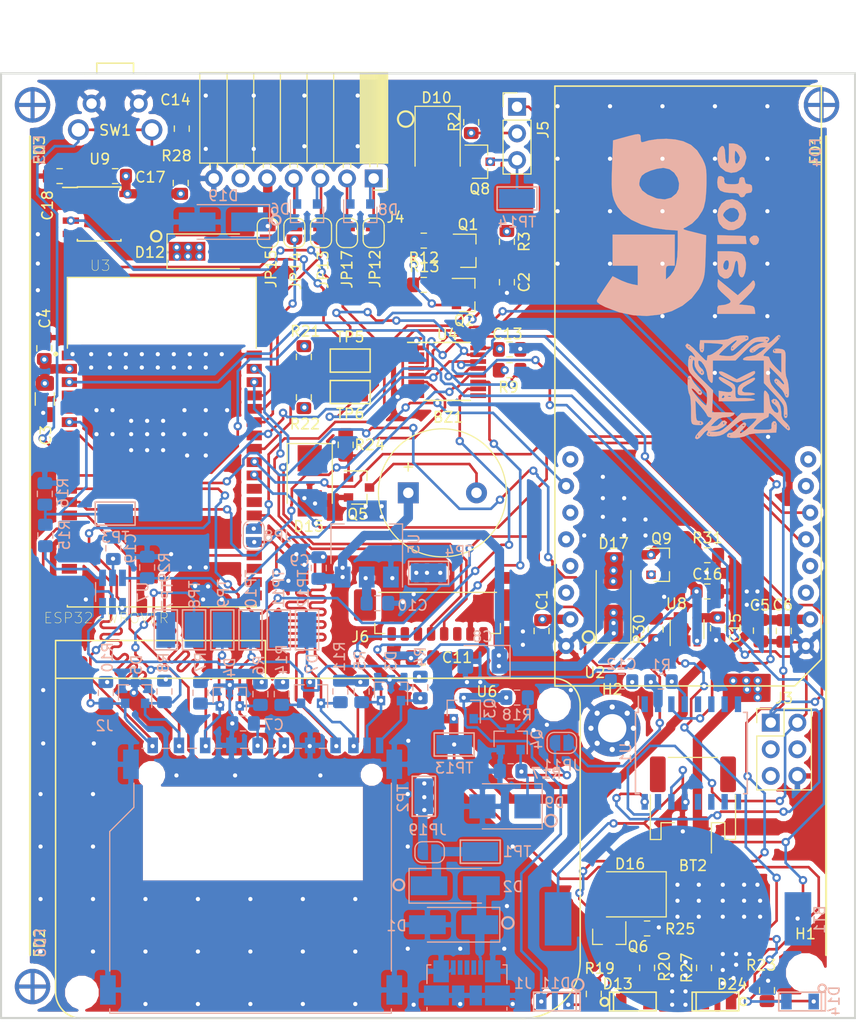
<source format=kicad_pcb>
(kicad_pcb (version 20171130) (host pcbnew 5.0.2-bee76a0~70~ubuntu18.04.1)
  (title_block (date 2019-02-28) (rev 1) (company "Kaiote limited Kenya(kaiote.io)"))
  (layers (0 F.Cu signal) (1 In1.Cu power) (2 In2.Cu power) (31 B.Cu signal) (34 B.Paste user) (35 F.Paste user) (36 B.SilkS user) (37 F.SilkS user) (38 B.Mask user) (39 F.Mask user) (44 Edge.Cuts user))
  (net 0 "")
  (net 1 GND)
  (net 2 "Net-(U2-Pad14)")
  (net 3 "Net-(U2-Pad13)")
  (net 4 /CELL_RX)
  (net 5 /CELL_TX)
  (net 6 "Net-(U2-Pad10)")
  (net 7 "Net-(U2-Pad9)")
  (net 8 +3V3)
  (net 9 "Net-(U2-Pad6)")
  (net 10 "Net-(U2-Pad5)")
  (net 11 "Net-(U2-Pad4)")
  (net 12 "Net-(U2-Pad3)")
  (net 13 /PWR_KEY)
  (net 14 "Net-(U2-Pad1)")
  (net 15 /EN)
  (net 16 /VBATT)
  (net 17 "Net-(D24-Pad1)")
  (net 18 +5V)
  (net 19 "Net-(D14-Pad1)")
  (net 20 "Net-(D13-Pad1)")
  (net 21 "Net-(D11-Pad1)")
  (net 22 /PIR_RETURN)
  (net 23 /SCL)
  (net 24 /SDA)
  (net 25 /BATT_SENSE)
  (net 26 "Net-(D2-Pad1)")
  (net 27 /~I_INTERRUPT)
  (net 28 /DATA3)
  (net 29 /~O_RTC_RST)
  (net 30 /~PIR_RST)
  (net 31 /CD)
  (net 32 /WP)
  (net 33 /CMD)
  (net 34 /CLK)
  (net 35 /O_WARN)
  (net 36 /O_BUZZER)
  (net 37 /DATA1)
  (net 38 /DATA0)
  (net 39 "Net-(Q1-Pad1)")
  (net 40 /DTR)
  (net 41 "Net-(Q3-Pad1)")
  (net 42 /WARN_LED)
  (net 43 /DATA2)
  (net 44 /RTS)
  (net 45 "Net-(Q2-Pad1)")
  (net 46 /RTS_I)
  (net 47 /TXD-I)
  (net 48 /RXD-I)
  (net 49 /DTR-I)
  (net 50 /IO0)
  (net 51 /RTC_INTERRUPT)
  (net 52 /PIR_INTERRUPT)
  (net 53 "Net-(U1-Pad1)")
  (net 54 "Net-(U1-Pad5)")
  (net 55 "Net-(U1-Pad6)")
  (net 56 "Net-(U1-Pad7)")
  (net 57 "Net-(U1-Pad8)")
  (net 58 "Net-(U1-Pad9)")
  (net 59 "Net-(U1-Pad10)")
  (net 60 "Net-(U1-Pad11)")
  (net 61 "Net-(U1-Pad12)")
  (net 62 /TXD)
  (net 63 /RXD)
  (net 64 /LOAD_CTRL)
  (net 65 "Net-(D12-Pad2)")
  (net 66 /5V_I)
  (net 67 "Net-(U3-Pad4)")
  (net 68 "Net-(U3-Pad5)")
  (net 69 "Net-(U3-Pad9)")
  (net 70 "Net-(U3-Pad17)")
  (net 71 "Net-(U3-Pad18)")
  (net 72 "Net-(U3-Pad19)")
  (net 73 "Net-(U3-Pad20)")
  (net 74 "Net-(U3-Pad21)")
  (net 75 "Net-(U3-Pad22)")
  (net 76 "Net-(U3-Pad27)")
  (net 77 "Net-(U3-Pad28)")
  (net 78 "Net-(U3-Pad32)")
  (net 79 /TXD_PM2.5)
  (net 80 /RXD_PM2.5)
  (net 81 "Net-(D1-Pad1)")
  (net 82 "Net-(J1-Pad2)")
  (net 83 "Net-(J1-Pad3)")
  (net 84 "Net-(J1-Pad4)")
  (net 85 "Net-(J4-Pad6)")
  (net 86 "Net-(J6-Pad3)")
  (net 87 "Net-(J6-Pad6)")
  (net 88 "Net-(J6-Pad7)")
  (net 89 "Net-(J6-Pad8)")
  (net 90 "Net-(BZ1-Pad2)")
  (net 91 "Net-(D9-Pad1)")
  (net 92 /LOAD)
  (net 93 /~FACTORY_RST)
  (net 94 "Net-(R30-Pad1)")
  (net 95 /BATT_SEL)
  (net 96 "Net-(R15-Pad1)")
  (net 97 /VBATT_PWR)
  (net 98 /CHARGE)
  (net 99 /~O_PIR_RST)
  (net 100 "Net-(C18-Pad2)")
  (net 101 "Net-(U9-Pad5)")
  (net 102 "Net-(U9-Pad6)")
  (net 103 "Net-(U9-Pad7)")
  (net 104 VDD)
  (net 105 "Net-(J3-Pad4)")
  (net 106 "Net-(J3-Pad5)")
  (module lib_kaiote:AQ (layer B.Cu) (at 154.9654 80.7212 90)
    (fp_text reference LOGO2 hide)
    (fp_text value AQ_logo hide)
  )
  (module lib_kaiote:pcb-logo (layer B.Cu) (at 163.352637 86.904222 90)
    (fp_text reference LOGO1 hide)
    (fp_text value kaiote_logo hide)
  )
  (module MountingHole:MountingHole_2.7mm_M2.5 (layer F.Cu) (at 169.672 151.892)
    (fp_text reference H1 (at 0 -3.7) (layer F.SilkS))
    (fp_text value MountingHole)
    (pad 1 np_thru_hole circle (at 0 0) (size 2.7 2.7) (drill 2.7) (layers *.Cu *.Mask))
  )
  (module MountingHole:MountingHole_2.7mm_M2.5_Pad_Via (layer F.Cu) (at 151.257 128.6002)
    (fp_text reference H2 (at 0 -3.7) (layer F.SilkS))
    (fp_text value MountingHole_Pad)
    (pad 1 thru_hole circle (at 0 0) (size 5.4 5.4) (drill 2.7) (layers *.Cu *.Mask) (net 1 GND))
    (pad 1 thru_hole circle (at 2.025 0) (size 0.8 0.8) (drill 0.5) (layers *.Cu *.Mask) (net 1 GND))
    (pad 1 thru_hole circle (at 1.431891 1.431891) (size 0.8 0.8) (drill 0.5) (layers *.Cu *.Mask) (net 1 GND))
    (pad 1 thru_hole circle (at 0 2.025) (size 0.8 0.8) (drill 0.5) (layers *.Cu *.Mask) (net 1 GND))
    (pad 1 thru_hole circle (at -1.431891 1.431891) (size 0.8 0.8) (drill 0.5) (layers *.Cu *.Mask) (net 1 GND))
    (pad 1 thru_hole circle (at -2.025 0) (size 0.8 0.8) (drill 0.5) (layers *.Cu *.Mask) (net 1 GND))
    (pad 1 thru_hole circle (at -1.431891 -1.431891) (size 0.8 0.8) (drill 0.5) (layers *.Cu *.Mask) (net 1 GND))
    (pad 1 thru_hole circle (at 0 -2.025) (size 0.8 0.8) (drill 0.5) (layers *.Cu *.Mask) (net 1 GND))
    (pad 1 thru_hole circle (at 1.431891 -1.431891) (size 0.8 0.8) (drill 0.5) (layers *.Cu *.Mask) (net 1 GND))
  )
  (module Capacitor_SMD:C_0805_2012Metric_Pad1.15x1.40mm_HandSolder (layer B.Cu) (at 103.7082 111.4552 90)
    (fp_text reference C19 (at 0 1.65 90) (layer B.SilkS) (effects (justify mirror)))
    (fp_text value "0.1uF/25V(10%)/0805")
    (pad 1 smd roundrect (at -1.025 0 90) (size 1.15 1.4) (layers B.Cu B.Paste B.Mask) (roundrect_rratio 0.217391) (net 8 +3V3))
    (pad 2 smd roundrect (at 1.025 0 90) (size 1.15 1.4) (layers B.Cu B.Paste B.Mask) (roundrect_rratio 0.217391) (net 1 GND))
  )
  (module lib_kaiote:Buzzer_12x9.5RM6.5 (layer F.Cu) (at 131.826 106.172)
    (fp_text reference BZ1 (at 3.8 -7.2) (layer F.SilkS))
    (fp_text value Buzzer)
    (fp_text user + (at -0.01 -2.54) (layer F.SilkS))
    (pad 1 thru_hole rect (at 0 0) (size 2 2) (drill 1) (layers *.Cu *.Mask) (net 104 VDD))
    (pad 2 thru_hole circle (at 6.5 0) (size 2 2) (drill 1) (layers *.Cu *.Mask) (net 90 "Net-(BZ1-Pad2)"))
  )
  (module Diode_SMD:D_SMA_Handsoldering (layer F.Cu) (at 151.384 116.078 90)
    (fp_text reference D17 (at 5.08 0 180) (layer F.SilkS))
    (fp_text value D_Schottky)
    (pad 1 smd rect (at -2.5 0 90) (size 3.5 1.8) (layers F.Cu F.Paste F.Mask) (net 104 VDD))
    (pad 2 smd rect (at 2.5 0 90) (size 3.5 1.8) (layers F.Cu F.Paste F.Mask) (net 18 +5V))
  )
  (module Package_TO_SOT_SMD:SOT-23 (layer F.Cu) (at 155.956 113.03)
    (fp_text reference Q9 (at 0 -2.5) (layer F.SilkS))
    (fp_text value SI2323DDS-T1-GE3)
    (pad 1 smd rect (at -1 -0.95) (size 0.9 0.8) (layers F.Cu F.Paste F.Mask) (net 18 +5V))
    (pad 2 smd rect (at -1 0.95) (size 0.9 0.8) (layers F.Cu F.Paste F.Mask) (net 104 VDD))
    (pad 3 smd rect (at 1 0) (size 0.9 0.8) (layers F.Cu F.Paste F.Mask) (net 97 /VBATT_PWR))
  )
  (module Capacitor_SMD:C_0805_2012Metric_Pad1.15x1.40mm_HandSolder (layer F.Cu) (at 98.5938 75.9968)
    (fp_text reference C18 (at -1.1594 2.794 90) (layer F.SilkS))
    (fp_text value "0.1uF/25V(10%)/0805")
    (pad 2 smd roundrect (at 1.025 0) (size 1.15 1.4) (layers F.Cu F.Paste F.Mask) (roundrect_rratio 0.217391) (net 100 "Net-(C18-Pad2)"))
    (pad 1 smd roundrect (at -1.025 0) (size 1.15 1.4) (layers F.Cu F.Paste F.Mask) (roundrect_rratio 0.217391) (net 1 GND))
  )
  (module Capacitor_SMD:C_0805_2012Metric_Pad1.15x1.40mm_HandSolder (layer F.Cu) (at 103.886 75.9968)
    (fp_text reference C17 (at 3.3528 0.1016) (layer F.SilkS))
    (fp_text value "220nF/50V(10%)/0805")
    (pad 1 smd roundrect (at -1.025 0) (size 1.15 1.4) (layers F.Cu F.Paste F.Mask) (roundrect_rratio 0.217391) (net 1 GND))
    (pad 2 smd roundrect (at 1.025 0) (size 1.15 1.4) (layers F.Cu F.Paste F.Mask) (roundrect_rratio 0.217391) (net 8 +3V3))
  )
  (module Package_SO:SOIC-8_3.9x4.9mm_P1.27mm (layer F.Cu) (at 102.362 79.6036)
    (fp_text reference U9 (at 0.0508 -5.2324) (layer F.SilkS))
    (fp_text value HIH6030-021-001)
    (pad 1 smd rect (at -2.7 -1.905) (size 1.55 0.6) (layers F.Cu F.Paste F.Mask) (net 100 "Net-(C18-Pad2)"))
    (pad 2 smd rect (at -2.7 -0.635) (size 1.55 0.6) (layers F.Cu F.Paste F.Mask) (net 1 GND))
    (pad 3 smd rect (at -2.7 0.635) (size 1.55 0.6) (layers F.Cu F.Paste F.Mask) (net 23 /SCL))
    (pad 4 smd rect (at -2.7 1.905) (size 1.55 0.6) (layers F.Cu F.Paste F.Mask) (net 24 /SDA))
    (pad 5 smd rect (at 2.7 1.905) (size 1.55 0.6) (layers F.Cu F.Paste F.Mask) (net 101 "Net-(U9-Pad5)"))
    (pad 6 smd rect (at 2.7 0.635) (size 1.55 0.6) (layers F.Cu F.Paste F.Mask) (net 102 "Net-(U9-Pad6)"))
    (pad 7 smd rect (at 2.7 -0.635) (size 1.55 0.6) (layers F.Cu F.Paste F.Mask) (net 103 "Net-(U9-Pad7)"))
    (pad 8 smd rect (at 2.7 -1.905) (size 1.55 0.6) (layers F.Cu F.Paste F.Mask) (net 8 +3V3))
  )
  (module lib_kaiote:BAT-HLD-001-xx-OTL (layer B.Cu) (at 157.5308 146.7612)
    (fp_text reference BT1 (at 13.5128 0.0635 -90) (layer B.SilkS) (effects (justify mirror)))
    (fp_text value Battery_Cell)
    (pad 1 smd rect (at -11.43 0) (size 2.54 5.08) (layers B.Cu B.Paste B.Mask) (net 16 /VBATT))
    (pad 1 smd rect (at 11.43 0) (size 2.54 5.08) (layers B.Cu B.Paste B.Mask) (net 16 /VBATT))
    (pad 2 smd circle (at 0 0) (size 17.78 17.78) (layers B.Cu B.Mask) (net 1 GND))
  )
  (module Fiducial:Fiducial_classic_Small_CopperBottom_Type1 (layer B.Cu) (at 171.21 69.21)
    (fp_text reference FD4 (at -0.5728 4.5516 90) (layer B.SilkS) (effects (justify mirror)))
    (fp_text value Fiducial)
    (fp_circle (center 0 0) (end 1.5 0) (layer F.Cu) (width 0.381))
    (fp_line (start 0 1.5) (end 0 -1.5) (layer F.Cu) (width 0.381))
    (fp_line (start -1.5 0) (end 1.5 0) (layer F.Cu) (width 0.381))
  )
  (module Fiducial:Fiducial_classic_Small_CopperBottom_Type1 (layer B.Cu) (at 96.01 153.21)
    (fp_text reference FD6 (at 0.764 -4.1628 90) (layer B.SilkS) (effects (justify mirror)))
    (fp_text value Fiducial)
    (fp_line (start -1.5 0) (end 1.5 0) (layer F.Cu) (width 0.381))
    (fp_line (start 0 1.5) (end 0 -1.5) (layer F.Cu) (width 0.381))
    (fp_circle (center 0 0) (end 1.5 0) (layer F.Cu) (width 0.381))
  )
  (module Fiducial:Fiducial_classic_Small_CopperBottom_Type1 (layer B.Cu) (at 96.01 69.21)
    (fp_text reference FD5 (at 0.6624 4.2468 90) (layer B.SilkS) (effects (justify mirror)))
    (fp_text value Fiducial)
    (fp_circle (center 0 0) (end 1.5 0) (layer F.Cu) (width 0.381))
    (fp_line (start 0 1.5) (end 0 -1.5) (layer F.Cu) (width 0.381))
    (fp_line (start -1.5 0) (end 1.5 0) (layer F.Cu) (width 0.381))
  )
  (module Capacitor_SMD:C_0805_2012Metric_Pad1.15x1.40mm_HandSolder (layer F.Cu) (at 110.236 71.4756 90)
    (fp_text reference C14 (at 2.7432 -0.6096 180) (layer F.SilkS))
    (fp_text value "1nF/50v(10%)/0805")
    (pad 1 smd roundrect (at -1.025 0 90) (size 1.15 1.4) (layers F.Cu F.Paste F.Mask) (roundrect_rratio 0.217391) (net 93 /~FACTORY_RST))
    (pad 2 smd roundrect (at 1.025 0 90) (size 1.15 1.4) (layers F.Cu F.Paste F.Mask) (roundrect_rratio 0.217391) (net 1 GND))
  )
  (module Capacitor_SMD:C_0805_2012Metric_Pad1.15x1.40mm_HandSolder (layer F.Cu) (at 161.3408 119.0752 270)
    (fp_text reference C15 (at 0 -1.65 270) (layer F.SilkS))
    (fp_text value 4.7uF/16v/10%/0805)
    (pad 2 smd roundrect (at 1.025 0 270) (size 1.15 1.4) (layers F.Cu F.Paste F.Mask) (roundrect_rratio 0.217391) (net 1 GND))
    (pad 1 smd roundrect (at -1.025 0 270) (size 1.15 1.4) (layers F.Cu F.Paste F.Mask) (roundrect_rratio 0.217391) (net 18 +5V))
  )
  (module Capacitor_SMD:C_0805_2012Metric_Pad1.15x1.40mm_HandSolder (layer F.Cu) (at 160.3248 115.57)
    (fp_text reference C16 (at 0 -1.65) (layer F.SilkS))
    (fp_text value 4.7uF/16v/10%/0805)
    (pad 1 smd roundrect (at -1.025 0) (size 1.15 1.4) (layers F.Cu F.Paste F.Mask) (roundrect_rratio 0.217391) (net 97 /VBATT_PWR))
    (pad 2 smd roundrect (at 1.025 0) (size 1.15 1.4) (layers F.Cu F.Paste F.Mask) (roundrect_rratio 0.217391) (net 1 GND))
  )
  (module Connector_JST:JST_PH_S2B-PH-SM4-TB_1x02-1MP_P2.00mm_Horizontal (layer F.Cu) (at 158.9532 135.89 180)
    (fp_text reference BT2 (at 0 -5.8 180) (layer F.SilkS))
    (fp_text value Battery_Cell)
    (pad MP smd roundrect (at 3.35 2.9 180) (size 1.5 3.4) (layers F.Cu F.Paste F.Mask) (roundrect_rratio 0.166667))
    (pad MP smd roundrect (at -3.35 2.9 180) (size 1.5 3.4) (layers F.Cu F.Paste F.Mask) (roundrect_rratio 0.166667))
    (pad 2 smd roundrect (at 1 -2.85 180) (size 1 3.5) (layers F.Cu F.Paste F.Mask) (net 1 GND))
    (pad 1 smd roundrect (at -1 -2.85 180) (size 1 3.5) (layers F.Cu F.Paste F.Mask) (net 97 /VBATT_PWR))
  )
  (module Package_TO_SOT_SMD:SOT-23-5 (layer F.Cu) (at 158.3944 119.1768 90)
    (fp_text reference U8 (at 2.4384 -1.016 180) (layer F.SilkS))
    (fp_text value MCP73812T-420I-OT)
    (pad 1 smd rect (at -1.1 -0.95 90) (size 1.06 0.65) (layers F.Cu F.Paste F.Mask) (net 98 /CHARGE))
    (pad 2 smd rect (at -1.1 0 90) (size 1.06 0.65) (layers F.Cu F.Paste F.Mask) (net 1 GND))
    (pad 3 smd rect (at -1.1 0.95 90) (size 1.06 0.65) (layers F.Cu F.Paste F.Mask) (net 97 /VBATT_PWR))
    (pad 4 smd rect (at 1.1 0.95 90) (size 1.06 0.65) (layers F.Cu F.Paste F.Mask) (net 18 +5V))
    (pad 5 smd rect (at 1.1 -0.95 90) (size 1.06 0.65) (layers F.Cu F.Paste F.Mask) (net 94 "Net-(R30-Pad1)"))
  )
  (module Package_TO_SOT_SMD:SOT-23-6_Handsoldering (layer B.Cu) (at 103.632 115.6208 90)
    (fp_text reference U7 (at 0 2.9 90) (layer B.SilkS) (effects (justify mirror)))
    (fp_text value 74LVC1G3157)
    (pad 1 smd rect (at -1.35 0.95 90) (size 1.56 0.65) (layers B.Cu B.Paste B.Mask) (net 16 /VBATT))
    (pad 2 smd rect (at -1.35 0 90) (size 1.56 0.65) (layers B.Cu B.Paste B.Mask) (net 1 GND))
    (pad 3 smd rect (at -1.35 -0.95 90) (size 1.56 0.65) (layers B.Cu B.Paste B.Mask) (net 97 /VBATT_PWR))
    (pad 4 smd rect (at 1.35 -0.95 90) (size 1.56 0.65) (layers B.Cu B.Paste B.Mask) (net 96 "Net-(R15-Pad1)"))
    (pad 6 smd rect (at 1.35 0.95 90) (size 1.56 0.65) (layers B.Cu B.Paste B.Mask) (net 95 /BATT_SEL))
    (pad 5 smd rect (at 1.35 0 90) (size 1.56 0.65) (layers B.Cu B.Paste B.Mask) (net 8 +3V3))
  )
  (module Resistor_SMD:R_0805_2012Metric_Pad1.15x1.40mm_HandSolder (layer F.Cu) (at 110.1344 76.6572 90)
    (fp_text reference R28 (at 2.5908 -0.4064 180) (layer F.SilkS))
    (fp_text value "10k(5%)")
    (pad 2 smd roundrect (at 1.025 0 90) (size 1.15 1.4) (layers F.Cu F.Paste F.Mask) (roundrect_rratio 0.217391) (net 93 /~FACTORY_RST))
    (pad 1 smd roundrect (at -1.025 0 90) (size 1.15 1.4) (layers F.Cu F.Paste F.Mask) (roundrect_rratio 0.217391) (net 8 +3V3))
  )
  (module Resistor_SMD:R_0805_2012Metric_Pad1.15x1.40mm_HandSolder (layer B.Cu) (at 106.934 113.284 90)
    (fp_text reference R29 (at 0 1.65 90) (layer B.SilkS) (effects (justify mirror)))
    (fp_text value "10k(0.5%)")
    (pad 1 smd roundrect (at -1.025 0 90) (size 1.15 1.4) (layers B.Cu B.Paste B.Mask) (roundrect_rratio 0.217391) (net 95 /BATT_SEL))
    (pad 2 smd roundrect (at 1.025 0 90) (size 1.15 1.4) (layers B.Cu B.Paste B.Mask) (roundrect_rratio 0.217391) (net 1 GND))
  )
  (module Resistor_SMD:R_0805_2012Metric_Pad1.15x1.40mm_HandSolder (layer F.Cu) (at 155.3972 119.1768 270)
    (fp_text reference R30 (at 0 1.5748 270) (layer F.SilkS))
    (fp_text value "2.4k(0.1%)")
    (pad 2 smd roundrect (at 1.025 0 270) (size 1.15 1.4) (layers F.Cu F.Paste F.Mask) (roundrect_rratio 0.217391) (net 1 GND))
    (pad 1 smd roundrect (at -1.025 0 270) (size 1.15 1.4) (layers F.Cu F.Paste F.Mask) (roundrect_rratio 0.217391) (net 94 "Net-(R30-Pad1)"))
  )
  (module Resistor_SMD:R_0805_2012Metric_Pad1.15x1.40mm_HandSolder (layer F.Cu) (at 160.3248 112.1156)
    (fp_text reference R31 (at 0 -1.65) (layer F.SilkS))
    (fp_text value "100k(5%)")
    (pad 1 smd roundrect (at -1.025 0) (size 1.15 1.4) (layers F.Cu F.Paste F.Mask) (roundrect_rratio 0.217391) (net 18 +5V))
    (pad 2 smd roundrect (at 1.025 0) (size 1.15 1.4) (layers F.Cu F.Paste F.Mask) (roundrect_rratio 0.217391) (net 1 GND))
  )
  (module Diode_SMD:D_SMB (layer B.Cu) (at 141.0372 136.0424 180)
    (fp_text reference D9 (at -4.7244 0.3556 180) (layer B.SilkS) (effects (justify mirror)))
    (fp_text value TVS_3V3)
    (pad 1 smd rect (at -2.15 0 180) (size 2.5 2.3) (layers B.Cu B.Paste B.Mask) (net 91 "Net-(D9-Pad1)"))
    (pad 2 smd rect (at 2.15 0 180) (size 2.5 2.3) (layers B.Cu B.Paste B.Mask) (net 1 GND))
  )
  (module Diode_SMD:D_SMB (layer F.Cu) (at 134.62 72.898 270)
    (fp_text reference D10 (at -4.3688 0.1016) (layer F.SilkS))
    (fp_text value TVS_3V3)
    (pad 2 smd rect (at 2.15 0 270) (size 2.5 2.3) (layers F.Cu F.Paste F.Mask) (net 1 GND))
    (pad 1 smd rect (at -2.15 0 270) (size 2.5 2.3) (layers F.Cu F.Paste F.Mask) (net 30 /~PIR_RST))
  )
  (module Diode_SMD:D_SMB (layer F.Cu) (at 122.428 105.029 270)
    (fp_text reference D15 (at 4.3434 0.1016) (layer F.SilkS))
    (fp_text value TVS_3V3)
    (pad 1 smd rect (at -2.15 0 270) (size 2.5 2.3) (layers F.Cu F.Paste F.Mask) (net 36 /O_BUZZER))
    (pad 2 smd rect (at 2.15 0 270) (size 2.5 2.3) (layers F.Cu F.Paste F.Mask) (net 1 GND))
  )
  (module Diode_SMD:D_SMB (layer F.Cu) (at 152.8572 144.4244 180)
    (fp_text reference D16 (at -0.1016 2.8956 180) (layer F.SilkS))
    (fp_text value TVS_3V3)
    (pad 2 smd rect (at 2.15 0 180) (size 2.5 2.3) (layers F.Cu F.Paste F.Mask) (net 1 GND))
    (pad 1 smd rect (at -2.15 0 180) (size 2.5 2.3) (layers F.Cu F.Paste F.Mask) (net 35 /O_WARN))
  )
  (module Capacitor_SMD:C_0805_2012Metric_Pad1.15x1.40mm_HandSolder (layer B.Cu) (at 152.146 124.1552 180)
    (fp_text reference C12 (at 0 1.65 180) (layer B.SilkS) (effects (justify mirror)))
    (fp_text value "0.1uF/25V(10%)/0805")
    (pad 1 smd roundrect (at -1.025 0 180) (size 1.15 1.4) (layers B.Cu B.Paste B.Mask) (roundrect_rratio 0.217391) (net 8 +3V3))
    (pad 2 smd roundrect (at 1.025 0 180) (size 1.15 1.4) (layers B.Cu B.Paste B.Mask) (roundrect_rratio 0.217391) (net 1 GND))
  )
  (module Capacitor_SMD:C_0805_2012Metric_Pad1.15x1.40mm_HandSolder (layer F.Cu) (at 141.478 92.5068)
    (fp_text reference C13 (at -0.2032 -1.4732) (layer F.SilkS))
    (fp_text value "0.1uF/25V(10%)/0805")
    (pad 2 smd roundrect (at 1.025 0) (size 1.15 1.4) (layers F.Cu F.Paste F.Mask) (roundrect_rratio 0.217391) (net 1 GND))
    (pad 1 smd roundrect (at -1.025 0) (size 1.15 1.4) (layers F.Cu F.Paste F.Mask) (roundrect_rratio 0.217391) (net 8 +3V3))
  )
  (module Capacitor_SMD:C_0805_2012Metric_Pad1.15x1.40mm_HandSolder (layer F.Cu) (at 144.526 119.3292 270)
    (fp_text reference C1 (at -2.9464 -0.0508 270) (layer F.SilkS))
    (fp_text value "0.1uF/25V(10%)/0805")
    (pad 1 smd roundrect (at -1.025 0 270) (size 1.15 1.4) (layers F.Cu F.Paste F.Mask) (roundrect_rratio 0.217391) (net 8 +3V3))
    (pad 2 smd roundrect (at 1.025 0 270) (size 1.15 1.4) (layers F.Cu F.Paste F.Mask) (roundrect_rratio 0.217391) (net 1 GND))
  )
  (module Capacitor_SMD:C_0805_2012Metric_Pad1.15x1.40mm_HandSolder (layer F.Cu) (at 141.224 86.106 270)
    (fp_text reference C2 (at 0 -1.65 270) (layer F.SilkS))
    (fp_text value "1nF/50v(10%)/0805")
    (pad 2 smd roundrect (at 1.025 0 270) (size 1.15 1.4) (layers F.Cu F.Paste F.Mask) (roundrect_rratio 0.217391) (net 1 GND))
    (pad 1 smd roundrect (at -1.025 0 270) (size 1.15 1.4) (layers F.Cu F.Paste F.Mask) (roundrect_rratio 0.217391) (net 15 /EN))
  )
  (module Capacitor_SMD:C_0805_2012Metric_Pad1.15x1.40mm_HandSolder (layer F.Cu) (at 97.1296 92.4052 90)
    (fp_text reference C4 (at 2.8448 0.0508 90) (layer F.SilkS))
    (fp_text value "1uF/6.3v(10%)/0805")
    (pad 1 smd roundrect (at -1.025 0 90) (size 1.15 1.4) (layers F.Cu F.Paste F.Mask) (roundrect_rratio 0.217391) (net 8 +3V3))
    (pad 2 smd roundrect (at 1.025 0 90) (size 1.15 1.4) (layers F.Cu F.Paste F.Mask) (roundrect_rratio 0.217391) (net 1 GND))
  )
  (module Capacitor_SMD:C_0805_2012Metric_Pad1.15x1.40mm_HandSolder (layer F.Cu) (at 165.4302 119.3038 270)
    (fp_text reference C5 (at -2.413 0.1016) (layer F.SilkS))
    (fp_text value "0.1uF/25V(10%)/0805")
    (pad 2 smd roundrect (at 1.025 0 270) (size 1.15 1.4) (layers F.Cu F.Paste F.Mask) (roundrect_rratio 0.217391) (net 1 GND))
    (pad 1 smd roundrect (at -1.025 0 270) (size 1.15 1.4) (layers F.Cu F.Paste F.Mask) (roundrect_rratio 0.217391) (net 92 /LOAD))
  )
  (module Capacitor_SMD:C_0805_2012Metric_Pad1.15x1.40mm_HandSolder (layer F.Cu) (at 167.6146 119.3292 270)
    (fp_text reference C6 (at -2.4638 0.1016) (layer F.SilkS))
    (fp_text value "10uF/25V(10%)/0805")
    (pad 1 smd roundrect (at -1.025 0 270) (size 1.15 1.4) (layers F.Cu F.Paste F.Mask) (roundrect_rratio 0.217391) (net 92 /LOAD))
    (pad 2 smd roundrect (at 1.025 0 270) (size 1.15 1.4) (layers F.Cu F.Paste F.Mask) (roundrect_rratio 0.217391) (net 1 GND))
  )
  (module Capacitor_SMD:C_0805_2012Metric_Pad1.15x1.40mm_HandSolder (layer B.Cu) (at 116.078 128.143 180)
    (fp_text reference C7 (at -2.921 -0.127 180) (layer B.SilkS) (effects (justify mirror)))
    (fp_text value "10uF/25V(10%)/0805")
    (pad 2 smd roundrect (at 1.025 0 180) (size 1.15 1.4) (layers B.Cu B.Paste B.Mask) (roundrect_rratio 0.217391) (net 1 GND))
    (pad 1 smd roundrect (at -1.025 0 180) (size 1.15 1.4) (layers B.Cu B.Paste B.Mask) (roundrect_rratio 0.217391) (net 8 +3V3))
  )
  (module Capacitor_SMD:C_0805_2012Metric_Pad1.15x1.40mm_HandSolder (layer B.Cu) (at 123.2916 113.3348 90)
    (fp_text reference C9 (at 0.7112 -1.8288 180) (layer B.SilkS) (effects (justify mirror)))
    (fp_text value "10uF/25V(10%)/0805")
    (pad 1 smd roundrect (at -1.025 0 90) (size 1.15 1.4) (layers B.Cu B.Paste B.Mask) (roundrect_rratio 0.217391) (net 104 VDD))
    (pad 2 smd roundrect (at 1.025 0 90) (size 1.15 1.4) (layers B.Cu B.Paste B.Mask) (roundrect_rratio 0.217391) (net 1 GND))
  )
  (module Capacitor_SMD:C_0805_2012Metric_Pad1.15x1.40mm_HandSolder (layer B.Cu) (at 128.8796 116.6876)
    (fp_text reference C10 (at 3.3528 0.2032) (layer B.SilkS) (effects (justify mirror)))
    (fp_text value "10uF/25V(10%)/0805")
    (pad 2 smd roundrect (at 1.025 0) (size 1.15 1.4) (layers B.Cu B.Paste B.Mask) (roundrect_rratio 0.217391) (net 1 GND))
    (pad 1 smd roundrect (at -1.025 0) (size 1.15 1.4) (layers B.Cu B.Paste B.Mask) (roundrect_rratio 0.217391) (net 8 +3V3))
  )
  (module Capacitor_SMD:C_0805_2012Metric_Pad1.15x1.40mm_HandSolder (layer F.Cu) (at 133.1722 121.8692 180)
    (fp_text reference C11 (at -3.302 0 180) (layer F.SilkS))
    (fp_text value "0.1uF/25V(10%)/0805")
    (pad 1 smd roundrect (at -1.025 0 180) (size 1.15 1.4) (layers F.Cu F.Paste F.Mask) (roundrect_rratio 0.217391) (net 92 /LOAD))
    (pad 2 smd roundrect (at 1.025 0 180) (size 1.15 1.4) (layers F.Cu F.Paste F.Mask) (roundrect_rratio 0.217391) (net 1 GND))
  )
  (module Capacitor_SMD:C_1206_3216Metric_Pad1.42x1.75mm_HandSolder (layer F.Cu) (at 97.1804 97.2312 270)
    (fp_text reference C3 (at 3.4544 -0.1016 270) (layer F.SilkS))
    (fp_text value "100uF/6.3v(20%)/1206")
    (pad 1 smd roundrect (at -1.4875 0 270) (size 1.425 1.75) (layers F.Cu F.Paste F.Mask) (roundrect_rratio 0.175439) (net 8 +3V3))
    (pad 2 smd roundrect (at 1.4875 0 270) (size 1.425 1.75) (layers F.Cu F.Paste F.Mask) (roundrect_rratio 0.175439) (net 1 GND))
  )
  (module Capacitor_Tantalum_SMD:CP_EIA-3528-15_AVX-H_Pad1.50x2.35mm_HandSolder (layer B.Cu) (at 138.8872 122.2248 180)
    (fp_text reference C8 (at 0 2.35 180) (layer B.SilkS) (effects (justify mirror)))
    (fp_text value 220uF/tantalum)
    (pad 1 smd roundrect (at -1.625 0 180) (size 1.5 2.35) (layers B.Cu B.Paste B.Mask) (roundrect_rratio 0.166667) (net 104 VDD))
    (pad 2 smd roundrect (at 1.625 0 180) (size 1.5 2.35) (layers B.Cu B.Paste B.Mask) (roundrect_rratio 0.166667) (net 1 GND))
  )
  (module Connector_Card:SD_TE_2041021 (layer B.Cu) (at 116.84 142.21 180)
    (fp_text reference J2 (at 13.97 13.843 180) (layer B.SilkS) (effects (justify mirror)))
    (fp_text value TE_2041021)
    (pad 12 smd rect (at -13.65 10.175 180) (size 1.5 2.8) (layers B.Cu B.Paste B.Mask) (net 1 GND))
    (pad 12 smd rect (at -13.65 -11.325 180) (size 1.5 2.8) (layers B.Cu B.Paste B.Mask) (net 1 GND))
    (pad 12 smd rect (at 13.65 -11.325 180) (size 1.5 2.8) (layers B.Cu B.Paste B.Mask) (net 1 GND))
    (pad 12 smd rect (at 11.45 10.175 180) (size 1.5 2.8) (layers B.Cu B.Paste B.Mask) (net 1 GND))
    (pad "" np_thru_hole circle (at -11.5 9.175 180) (size 1.1 1.1) (drill 1.1) (layers *.Cu *.Mask))
    (pad "" np_thru_hole circle (at 9.5 9.175 180) (size 1.6 1.6) (drill 1.6) (layers *.Cu *.Mask))
    (pad 11 smd rect (at -12.255 11.975 180) (size 0.7 1.5) (layers B.Cu B.Paste B.Mask) (net 31 /CD))
    (pad 10 smd rect (at -11.055 11.975 180) (size 0.7 1.5) (layers B.Cu B.Paste B.Mask) (net 32 /WP))
    (pad 9 smd rect (at 9.375 11.975 180) (size 1 1.5) (layers B.Cu B.Paste B.Mask) (net 43 /DATA2))
    (pad 8 smd rect (at -9.755 11.975 180) (size 1 1.5) (layers B.Cu B.Paste B.Mask) (net 37 /DATA1))
    (pad 7 smd rect (at -8.055 11.975 180) (size 1 1.5) (layers B.Cu B.Paste B.Mask) (net 38 /DATA0))
    (pad 6 smd rect (at -5.625 11.975 180) (size 1 1.5) (layers B.Cu B.Paste B.Mask) (net 1 GND))
    (pad 5 smd rect (at -3.125 11.975 180) (size 1 1.5) (layers B.Cu B.Paste B.Mask) (net 34 /CLK))
    (pad 4 smd rect (at -0.625 11.975 180) (size 1 1.5) (layers B.Cu B.Paste B.Mask) (net 8 +3V3))
    (pad 3 smd rect (at 1.875 11.975 180) (size 1 1.5) (layers B.Cu B.Paste B.Mask) (net 1 GND))
    (pad 2 smd rect (at 4.375 11.975 180) (size 1 1.5) (layers B.Cu B.Paste B.Mask) (net 33 /CMD))
    (pad 1 smd rect (at 6.875 11.975 180) (size 1 1.5) (layers B.Cu B.Paste B.Mask) (net 28 /DATA3))
  )
  (module Connector_Molex:Molex_PicoBlade_53398-0871_1x08-1MP_P1.25mm_Vertical (layer F.Cu) (at 134.62 118.364 180)
    (fp_text reference J6 (at 7.366 -1.524 180) (layer F.SilkS))
    (fp_text value Conn_01x08)
    (pad MP smd roundrect (at 6.925 1.5 180) (size 2.1 3) (layers F.Cu F.Paste F.Mask) (roundrect_rratio 0.119048))
    (pad MP smd roundrect (at -6.925 1.5 180) (size 2.1 3) (layers F.Cu F.Paste F.Mask) (roundrect_rratio 0.119048))
    (pad 8 smd roundrect (at 4.375 -1.25 180) (size 0.8 1.3) (layers F.Cu F.Paste F.Mask) (net 89 "Net-(J6-Pad8)"))
    (pad 7 smd roundrect (at 3.125 -1.25 180) (size 0.8 1.3) (layers F.Cu F.Paste F.Mask) (net 88 "Net-(J6-Pad7)"))
    (pad 6 smd roundrect (at 1.875 -1.25 180) (size 0.8 1.3) (layers F.Cu F.Paste F.Mask) (net 87 "Net-(J6-Pad6)"))
    (pad 5 smd roundrect (at 0.625 -1.25 180) (size 0.8 1.3) (layers F.Cu F.Paste F.Mask) (net 79 /TXD_PM2.5))
    (pad 4 smd roundrect (at -0.625 -1.25 180) (size 0.8 1.3) (layers F.Cu F.Paste F.Mask) (net 80 /RXD_PM2.5))
    (pad 3 smd roundrect (at -1.875 -1.25 180) (size 0.8 1.3) (layers F.Cu F.Paste F.Mask) (net 86 "Net-(J6-Pad3)"))
    (pad 2 smd roundrect (at -3.125 -1.25 180) (size 0.8 1.3) (layers F.Cu F.Paste F.Mask) (net 1 GND))
    (pad 1 smd roundrect (at -4.375 -1.25 180) (size 0.8 1.3) (layers F.Cu F.Paste F.Mask) (net 92 /LOAD))
  )
  (module Connector_PinHeader_2.54mm:PinHeader_1x03_P2.54mm_Vertical (layer F.Cu) (at 142.1892 69.3928)
    (fp_text reference J5 (at 2.4892 2.1844 90) (layer F.SilkS))
    (fp_text value Conn_01x03_Male)
    (pad 1 thru_hole rect (at 0 0) (size 1.7 1.7) (drill 1) (layers *.Cu *.Mask) (net 52 /PIR_INTERRUPT))
    (pad 2 thru_hole oval (at 0 2.54) (size 1.7 1.7) (drill 1) (layers *.Cu *.Mask) (net 8 +3V3))
    (pad 3 thru_hole oval (at 0 5.08) (size 1.7 1.7) (drill 1) (layers *.Cu *.Mask) (net 22 /PIR_RETURN))
  )
  (module Connector_PinHeader_2.54mm:PinHeader_2x03_P2.54mm_Vertical (layer F.Cu) (at 166.37 128.0668)
    (fp_text reference J3 (at 1.27 -2.33) (layer F.SilkS))
    (fp_text value Conn_02x03_Odd_Even)
    (pad 1 thru_hole rect (at 0 0) (size 1.7 1.7) (drill 1) (layers *.Cu *.Mask) (net 23 /SCL))
    (pad 2 thru_hole oval (at 2.54 0) (size 1.7 1.7) (drill 1) (layers *.Cu *.Mask) (net 24 /SDA))
    (pad 3 thru_hole oval (at 0 2.54) (size 1.7 1.7) (drill 1) (layers *.Cu *.Mask) (net 8 +3V3))
    (pad 4 thru_hole oval (at 2.54 2.54) (size 1.7 1.7) (drill 1) (layers *.Cu *.Mask) (net 105 "Net-(J3-Pad4)"))
    (pad 5 thru_hole oval (at 0 5.08) (size 1.7 1.7) (drill 1) (layers *.Cu *.Mask) (net 106 "Net-(J3-Pad5)"))
    (pad 6 thru_hole oval (at 2.54 5.08) (size 1.7 1.7) (drill 1) (layers *.Cu *.Mask) (net 1 GND))
  )
  (module Connector_PinSocket_2.54mm:PinSocket_1x07_P2.54mm_Horizontal (layer F.Cu) (at 128.524 76.22 270)
    (fp_text reference J4 (at 3.7084 -2.0828) (layer F.SilkS))
    (fp_text value Conn_01x07)
    (pad 1 thru_hole rect (at 0 0 270) (size 1.7 1.7) (drill 1) (layers *.Cu *.Mask) (net 49 /DTR-I))
    (pad 2 thru_hole oval (at 0 2.54 270) (size 1.7 1.7) (drill 1) (layers *.Cu *.Mask) (net 46 /RTS_I))
    (pad 3 thru_hole oval (at 0 5.08 270) (size 1.7 1.7) (drill 1) (layers *.Cu *.Mask) (net 48 /RXD-I))
    (pad 4 thru_hole oval (at 0 7.62 270) (size 1.7 1.7) (drill 1) (layers *.Cu *.Mask) (net 47 /TXD-I))
    (pad 5 thru_hole oval (at 0 10.16 270) (size 1.7 1.7) (drill 1) (layers *.Cu *.Mask) (net 66 /5V_I))
    (pad 6 thru_hole oval (at 0 12.7 270) (size 1.7 1.7) (drill 1) (layers *.Cu *.Mask) (net 85 "Net-(J4-Pad6)"))
    (pad 7 thru_hole oval (at 0 15.24 270) (size 1.7 1.7) (drill 1) (layers *.Cu *.Mask) (net 1 GND))
  )
  (module Connector_USB:USB_Micro-B_Molex_47346-0001 (layer B.Cu) (at 137.414 152.858 180)
    (fp_text reference J1 (at -5.334 -0.0508) (layer B.SilkS) (effects (justify mirror)))
    (fp_text value USB_B_Micro)
    (pad 1 smd rect (at -1.3 1.46 180) (size 0.45 1.38) (layers B.Cu B.Paste B.Mask) (net 81 "Net-(D1-Pad1)"))
    (pad 2 smd rect (at -0.65 1.46 180) (size 0.45 1.38) (layers B.Cu B.Paste B.Mask) (net 82 "Net-(J1-Pad2)"))
    (pad 3 smd rect (at 0 1.46 180) (size 0.45 1.38) (layers B.Cu B.Paste B.Mask) (net 83 "Net-(J1-Pad3)"))
    (pad 4 smd rect (at 0.65 1.46 180) (size 0.45 1.38) (layers B.Cu B.Paste B.Mask) (net 84 "Net-(J1-Pad4)"))
    (pad 5 smd rect (at 1.3 1.46 180) (size 0.45 1.38) (layers B.Cu B.Paste B.Mask) (net 1 GND))
    (pad 6 smd rect (at -2.4625 1.1 180) (size 1.475 2.1) (layers B.Cu B.Paste B.Mask) (net 1 GND))
    (pad 6 smd rect (at 2.4625 1.1 180) (size 1.475 2.1) (layers B.Cu B.Paste B.Mask) (net 1 GND))
    (pad 6 smd rect (at -2.91 -1.2 180) (size 2.375 1.9) (layers B.Cu B.Paste B.Mask) (net 1 GND))
    (pad 6 smd rect (at 2.91 -1.2 180) (size 2.375 1.9) (layers B.Cu B.Paste B.Mask) (net 1 GND))
    (pad 6 smd rect (at -0.84 -1.2 180) (size 1.175 1.9) (layers B.Cu B.Paste B.Mask) (net 1 GND))
    (pad 6 smd rect (at 0.84 -1.2 180) (size 1.175 1.9) (layers B.Cu B.Paste B.Mask) (net 1 GND))
  )
  (module Diode_SMD:D_SMA_Handsoldering (layer B.Cu) (at 114.1984 80.3656 180)
    (fp_text reference D19 (at 0 2.5 180) (layer B.SilkS) (effects (justify mirror)))
    (fp_text value TVS_5V)
    (pad 2 smd rect (at 2.5 0 180) (size 3.5 1.8) (layers B.Cu B.Paste B.Mask) (net 1 GND))
    (pad 1 smd rect (at -2.5 0 180) (size 3.5 1.8) (layers B.Cu B.Paste B.Mask) (net 66 /5V_I))
  )
  (module Diode_SMD:D_SMA_Handsoldering (layer F.Cu) (at 113.2332 83.1596)
    (fp_text reference D12 (at -6.0452 0.1016) (layer F.SilkS))
    (fp_text value D_Schottky)
    (pad 1 smd rect (at -2.5 0) (size 3.5 1.8) (layers F.Cu F.Paste F.Mask) (net 18 +5V))
    (pad 2 smd rect (at 2.5 0) (size 3.5 1.8) (layers F.Cu F.Paste F.Mask) (net 65 "Net-(D12-Pad2)"))
  )
  (module Diode_SMD:D_SMA_Handsoldering (layer B.Cu) (at 136.2964 143.6116)
    (fp_text reference D2 (at 5.4864 0.0889) (layer B.SilkS) (effects (justify mirror)))
    (fp_text value D_Schottky)
    (pad 2 smd rect (at 2.5 0) (size 3.5 1.8) (layers B.Cu B.Paste B.Mask) (net 81 "Net-(D1-Pad1)"))
    (pad 1 smd rect (at -2.5 0) (size 3.5 1.8) (layers B.Cu B.Paste B.Mask) (net 26 "Net-(D2-Pad1)"))
  )
  (module Diode_SMD:D_SMA_Handsoldering (layer B.Cu) (at 136.144 147.32 180)
    (fp_text reference D1 (at 5.4356 -0.1016 180) (layer B.SilkS) (effects (justify mirror)))
    (fp_text value TVS_5V)
    (pad 1 smd rect (at -2.5 0 180) (size 3.5 1.8) (layers B.Cu B.Paste B.Mask) (net 81 "Net-(D1-Pad1)"))
    (pad 2 smd rect (at 2.5 0 180) (size 3.5 1.8) (layers B.Cu B.Paste B.Mask) (net 1 GND))
  )
  (module ESP32-WROVER-I:XCVR_ESP32-WROVER-I (layer F.Cu) (at 108.331 101.346)
    (fp_text reference U3 (at -5.8731 -16.8226) (layer F.SilkS) (effects (font (size 1.00224 1.00224) (thickness 0.05))))
    (fp_text value ESP32-WROVER (at -5.28678 16.7524) (layer F.SilkS) (effects (font (size 1.00224 1.00224) (thickness 0.05))))
    (pad 1 smd rect (at -8.81 -8.26) (size 1.45 0.93) (layers F.Cu F.Paste F.Mask) (net 1 GND))
    (pad 2 smd rect (at -8.81 -6.99) (size 1.45 0.93) (layers F.Cu F.Paste F.Mask) (net 8 +3V3))
    (pad 3 smd rect (at -8.81 -5.72) (size 1.45 0.93) (layers F.Cu F.Paste F.Mask) (net 15 /EN))
    (pad 4 smd rect (at -8.81 -4.45) (size 1.45 0.93) (layers F.Cu F.Paste F.Mask) (net 67 "Net-(U3-Pad4)"))
    (pad 5 smd rect (at -8.81 -3.18) (size 1.45 0.93) (layers F.Cu F.Paste F.Mask) (net 68 "Net-(U3-Pad5)"))
    (pad 6 smd rect (at -8.81 -1.91) (size 1.45 0.93) (layers F.Cu F.Paste F.Mask) (net 25 /BATT_SENSE))
    (pad 7 smd rect (at -8.81 -0.64) (size 1.45 0.93) (layers F.Cu F.Paste F.Mask) (net 27 /~I_INTERRUPT))
    (pad 8 smd rect (at -8.81 0.63) (size 1.45 0.93) (layers F.Cu F.Paste F.Mask) (net 93 /~FACTORY_RST))
    (pad 9 smd rect (at -8.81 1.9) (size 1.45 0.93) (layers F.Cu F.Paste F.Mask) (net 69 "Net-(U3-Pad9)"))
    (pad 10 smd rect (at -8.81 3.17) (size 1.45 0.93) (layers F.Cu F.Paste F.Mask) (net 29 /~O_RTC_RST))
    (pad 11 smd rect (at -8.81 4.44) (size 1.45 0.93) (layers F.Cu F.Paste F.Mask) (net 64 /LOAD_CTRL))
    (pad 12 smd rect (at -8.81 5.71) (size 1.45 0.93) (layers F.Cu F.Paste F.Mask) (net 13 /PWR_KEY))
    (pad 13 smd rect (at -8.81 6.98) (size 1.45 0.93) (layers F.Cu F.Paste F.Mask) (net 34 /CLK))
    (pad 14 smd rect (at -8.81 8.25) (size 1.45 0.93) (layers F.Cu F.Paste F.Mask) (net 43 /DATA2))
    (pad 15 smd rect (at -8.81 9.52) (size 1.45 0.93) (layers F.Cu F.Paste F.Mask) (net 1 GND))
    (pad 16 smd rect (at -8.81 10.79) (size 1.45 0.93) (layers F.Cu F.Paste F.Mask) (net 28 /DATA3))
    (pad 17 smd rect (at -8.81 12.06) (size 1.45 0.93) (layers F.Cu F.Paste F.Mask) (net 70 "Net-(U3-Pad17)"))
    (pad 18 smd rect (at -8.81 13.33) (size 1.45 0.93) (layers F.Cu F.Paste F.Mask) (net 71 "Net-(U3-Pad18)"))
    (pad 19 smd rect (at -8.81 14.6) (size 1.45 0.93) (layers F.Cu F.Paste F.Mask) (net 72 "Net-(U3-Pad19)"))
    (pad 20 smd rect (at 8.81 14.6 180) (size 1.45 0.93) (layers F.Cu F.Paste F.Mask) (net 73 "Net-(U3-Pad20)"))
    (pad 21 smd rect (at 8.81 13.33 180) (size 1.45 0.93) (layers F.Cu F.Paste F.Mask) (net 74 "Net-(U3-Pad21)"))
    (pad 22 smd rect (at 8.81 12.06 180) (size 1.45 0.93) (layers F.Cu F.Paste F.Mask) (net 75 "Net-(U3-Pad22)"))
    (pad 23 smd rect (at 8.81 10.79 180) (size 1.45 0.93) (layers F.Cu F.Paste F.Mask) (net 33 /CMD))
    (pad 24 smd rect (at 8.81 9.52 180) (size 1.45 0.93) (layers F.Cu F.Paste F.Mask) (net 38 /DATA0))
    (pad 25 smd rect (at 8.81 8.25 180) (size 1.45 0.93) (layers F.Cu F.Paste F.Mask) (net 50 /IO0))
    (pad 26 smd rect (at 8.81 6.98 180) (size 1.45 0.93) (layers F.Cu F.Paste F.Mask) (net 37 /DATA1))
    (pad 27 smd rect (at 8.81 5.71 180) (size 1.45 0.93) (layers F.Cu F.Paste F.Mask) (net 76 "Net-(U3-Pad27)"))
    (pad 28 smd rect (at 8.81 4.44 180) (size 1.45 0.93) (layers F.Cu F.Paste F.Mask) (net 77 "Net-(U3-Pad28)"))
    (pad 29 smd rect (at 8.81 3.17 180) (size 1.45 0.93) (layers F.Cu F.Paste F.Mask) (net 4 /CELL_RX))
    (pad 30 smd rect (at 8.81 1.9 180) (size 1.45 0.93) (layers F.Cu F.Paste F.Mask) (net 5 /CELL_TX))
    (pad 31 smd rect (at 8.81 0.63 180) (size 1.45 0.93) (layers F.Cu F.Paste F.Mask) (net 23 /SCL))
    (pad 32 smd rect (at 8.81 -0.64 180) (size 1.45 0.93) (layers F.Cu F.Paste F.Mask) (net 78 "Net-(U3-Pad32)"))
    (pad 33 smd rect (at 8.81 -1.91 180) (size 1.45 0.93) (layers F.Cu F.Paste F.Mask) (net 24 /SDA))
    (pad 34 smd rect (at 8.81 -3.18 180) (size 1.45 0.93) (layers F.Cu F.Paste F.Mask) (net 62 /TXD))
    (pad 35 smd rect (at 8.81 -4.45 180) (size 1.45 0.93) (layers F.Cu F.Paste F.Mask) (net 63 /RXD))
    (pad 36 smd rect (at 8.81 -5.72 180) (size 1.45 0.93) (layers F.Cu F.Paste F.Mask) (net 79 /TXD_PM2.5))
    (pad 37 smd rect (at 8.81 -6.99 180) (size 1.45 0.93) (layers F.Cu F.Paste F.Mask) (net 80 /RXD_PM2.5))
    (pad 38 smd rect (at 8.81 -8.26 180) (size 1.45 0.93) (layers F.Cu F.Paste F.Mask) (net 1 GND))
    (pad 39 smd rect (at -1.38 -0.47) (size 4 4) (layers F.Cu F.Paste F.Mask) (net 1 GND))
  )
  (module Fiducial:Fiducial_classic_Small_CopperBottom_Type1 (layer F.Cu) (at 96.01 69.21)
    (fp_text reference FD3 (at 0.6624 4.2976 90) (layer F.SilkS))
    (fp_text value Fiducial)
    (fp_circle (center 0 0) (end 1.5 0) (layer B.Cu) (width 0.381))
    (fp_line (start 0 -1.5) (end 0 1.5) (layer B.Cu) (width 0.381))
    (fp_line (start -1.5 0) (end 1.5 0) (layer B.Cu) (width 0.381))
  )
  (module Fiducial:Fiducial_classic_Small_CopperBottom_Type1 (layer F.Cu) (at 96.01 153.21)
    (fp_text reference FD2 (at 0.6624 -4.1628 90) (layer F.SilkS))
    (fp_text value Fiducial)
    (fp_line (start -1.5 0) (end 1.5 0) (layer B.Cu) (width 0.381))
    (fp_line (start 0 -1.5) (end 0 1.5) (layer B.Cu) (width 0.381))
    (fp_circle (center 0 0) (end 1.5 0) (layer B.Cu) (width 0.381))
  )
  (module Fiducial:Fiducial_classic_Small_CopperBottom_Type1 (layer F.Cu) (at 171.21 69.21)
    (fp_text reference FD1 (at -0.5728 4.2976 90) (layer F.SilkS))
    (fp_text value Fiducial)
    (fp_circle (center 0 0) (end 1.5 0) (layer B.Cu) (width 0.381))
    (fp_line (start 0 -1.5) (end 0 1.5) (layer B.Cu) (width 0.381))
    (fp_line (start -1.5 0) (end 1.5 0) (layer B.Cu) (width 0.381))
  )
  (module Jumper:SolderJumper-2_P1.3mm_Open_RoundedPad1.0x1.5mm (layer F.Cu) (at 118.4275 81.407 90)
    (fp_text reference JP15 (at -3.429 0.3175 90) (layer F.SilkS))
    (fp_text value SolderJumper_2_Open)
    (pad 1 smd custom (at -0.65 0 90) (size 1 0.5) (layers F.Cu F.Mask) (net 65 "Net-(D12-Pad2)") (options (clearance outline) (anchor rect)) (primitives (gr_circle (center 0 0.25) (end 0.5 0.25) (width 0)) (gr_circle (center 0 -0.25) (end 0.5 -0.25) (width 0)) (gr_poly (pts (xy 0 -0.75) (xy 0.5 -0.75) (xy 0.5 0.75) (xy 0 0.75)) (width 0))))
    (pad 2 smd custom (at 0.65 0 90) (size 1 0.5) (layers F.Cu F.Mask) (net 66 /5V_I) (options (clearance outline) (anchor rect)) (primitives (gr_circle (center 0 0.25) (end 0.5 0.25) (width 0)) (gr_circle (center 0 -0.25) (end 0.5 -0.25) (width 0)) (gr_poly (pts (xy 0 -0.75) (xy -0.5 -0.75) (xy -0.5 0.75) (xy 0 0.75)) (width 0))))
  )
  (module Jumper:SolderJumper-2_P1.3mm_Open_RoundedPad1.0x1.5mm (layer B.Cu) (at 133.858 140.4112 180)
    (fp_text reference JP19 (at 0.2032 2.1336 180) (layer B.SilkS) (effects (justify mirror)))
    (fp_text value SolderJumper_2_Open)
    (pad 1 smd custom (at -0.65 0 180) (size 1 0.5) (layers B.Cu B.Mask) (net 26 "Net-(D2-Pad1)") (options (clearance outline) (anchor rect)) (primitives (gr_circle (center 0 -0.25) (end 0.5 -0.25) (width 0)) (gr_circle (center 0 0.25) (end 0.5 0.25) (width 0)) (gr_poly (pts (xy 0 0.75) (xy 0.5 0.75) (xy 0.5 -0.75) (xy 0 -0.75)) (width 0))))
    (pad 2 smd custom (at 0.65 0 180) (size 1 0.5) (layers B.Cu B.Mask) (net 18 +5V) (options (clearance outline) (anchor rect)) (primitives (gr_circle (center 0 -0.25) (end 0.5 -0.25) (width 0)) (gr_circle (center 0 0.25) (end 0.5 0.25) (width 0)) (gr_poly (pts (xy 0 0.75) (xy -0.5 0.75) (xy -0.5 -0.75) (xy 0 -0.75)) (width 0))))
  )
  (module Jumper:SolderJumper-2_P1.3mm_Open_RoundedPad1.0x1.5mm (layer B.Cu) (at 146.4564 129.9972 180)
    (fp_text reference JP11 (at 0.0508 -2.1336 180) (layer B.SilkS) (effects (justify mirror)))
    (fp_text value SolderJumper_2_Open)
    (pad 2 smd custom (at 0.65 0 180) (size 1 0.5) (layers B.Cu B.Mask) (net 91 "Net-(D9-Pad1)") (options (clearance outline) (anchor rect)) (primitives (gr_circle (center 0 -0.25) (end 0.5 -0.25) (width 0)) (gr_circle (center 0 0.25) (end 0.5 0.25) (width 0)) (gr_poly (pts (xy 0 0.75) (xy -0.5 0.75) (xy -0.5 -0.75) (xy 0 -0.75)) (width 0))))
    (pad 1 smd custom (at -0.65 0 180) (size 1 0.5) (layers B.Cu B.Mask) (net 64 /LOAD_CTRL) (options (clearance outline) (anchor rect)) (primitives (gr_circle (center 0 -0.25) (end 0.5 -0.25) (width 0)) (gr_circle (center 0 0.25) (end 0.5 0.25) (width 0)) (gr_poly (pts (xy 0 0.75) (xy 0.5 0.75) (xy 0.5 -0.75) (xy 0 -0.75)) (width 0))))
  )
  (module Jumper:SolderJumper-2_P1.3mm_Open_RoundedPad1.0x1.5mm (layer F.Cu) (at 128.524 81.407 90)
    (fp_text reference JP12 (at -3.429 0.127 90) (layer F.SilkS))
    (fp_text value SolderJumper_2_Open)
    (pad 1 smd custom (at -0.65 0 90) (size 1 0.5) (layers F.Cu F.Mask) (net 40 /DTR) (options (clearance outline) (anchor rect)) (primitives (gr_circle (center 0 0.25) (end 0.5 0.25) (width 0)) (gr_circle (center 0 -0.25) (end 0.5 -0.25) (width 0)) (gr_poly (pts (xy 0 -0.75) (xy 0.5 -0.75) (xy 0.5 0.75) (xy 0 0.75)) (width 0))))
    (pad 2 smd custom (at 0.65 0 90) (size 1 0.5) (layers F.Cu F.Mask) (net 49 /DTR-I) (options (clearance outline) (anchor rect)) (primitives (gr_circle (center 0 0.25) (end 0.5 0.25) (width 0)) (gr_circle (center 0 -0.25) (end 0.5 -0.25) (width 0)) (gr_poly (pts (xy 0 -0.75) (xy -0.5 -0.75) (xy -0.5 0.75) (xy 0 0.75)) (width 0))))
  )
  (module Jumper:SolderJumper-2_P1.3mm_Open_RoundedPad1.0x1.5mm (layer F.Cu) (at 123.5075 81.407 90)
    (fp_text reference JP13 (at -3.4925 0.1905 90) (layer F.SilkS))
    (fp_text value SolderJumper_2_Open)
    (pad 2 smd custom (at 0.65 0 90) (size 1 0.5) (layers F.Cu F.Mask) (net 48 /RXD-I) (options (clearance outline) (anchor rect)) (primitives (gr_circle (center 0 0.25) (end 0.5 0.25) (width 0)) (gr_circle (center 0 -0.25) (end 0.5 -0.25) (width 0)) (gr_poly (pts (xy 0 -0.75) (xy -0.5 -0.75) (xy -0.5 0.75) (xy 0 0.75)) (width 0))))
    (pad 1 smd custom (at -0.65 0 90) (size 1 0.5) (layers F.Cu F.Mask) (net 63 /RXD) (options (clearance outline) (anchor rect)) (primitives (gr_circle (center 0 0.25) (end 0.5 0.25) (width 0)) (gr_circle (center 0 -0.25) (end 0.5 -0.25) (width 0)) (gr_poly (pts (xy 0 -0.75) (xy 0.5 -0.75) (xy 0.5 0.75) (xy 0 0.75)) (width 0))))
  )
  (module Jumper:SolderJumper-2_P1.3mm_Open_RoundedPad1.0x1.5mm (layer F.Cu) (at 120.9675 81.407 90)
    (fp_text reference JP14 (at -3.6195 0.127 90) (layer F.SilkS))
    (fp_text value SolderJumper_2_Open)
    (pad 1 smd custom (at -0.65 0 90) (size 1 0.5) (layers F.Cu F.Mask) (net 62 /TXD) (options (clearance outline) (anchor rect)) (primitives (gr_circle (center 0 0.25) (end 0.5 0.25) (width 0)) (gr_circle (center 0 -0.25) (end 0.5 -0.25) (width 0)) (gr_poly (pts (xy 0 -0.75) (xy 0.5 -0.75) (xy 0.5 0.75) (xy 0 0.75)) (width 0))))
    (pad 2 smd custom (at 0.65 0 90) (size 1 0.5) (layers F.Cu F.Mask) (net 47 /TXD-I) (options (clearance outline) (anchor rect)) (primitives (gr_circle (center 0 0.25) (end 0.5 0.25) (width 0)) (gr_circle (center 0 -0.25) (end 0.5 -0.25) (width 0)) (gr_poly (pts (xy 0 -0.75) (xy -0.5 -0.75) (xy -0.5 0.75) (xy 0 0.75)) (width 0))))
  )
  (module Jumper:SolderJumper-2_P1.3mm_Open_RoundedPad1.0x1.5mm (layer F.Cu) (at 125.984 81.407 90)
    (fp_text reference JP17 (at -3.4775 0 90) (layer F.SilkS))
    (fp_text value SolderJumper_2_Open)
    (pad 2 smd custom (at 0.65 0 90) (size 1 0.5) (layers F.Cu F.Mask) (net 46 /RTS_I) (options (clearance outline) (anchor rect)) (primitives (gr_circle (center 0 0.25) (end 0.5 0.25) (width 0)) (gr_circle (center 0 -0.25) (end 0.5 -0.25) (width 0)) (gr_poly (pts (xy 0 -0.75) (xy -0.5 -0.75) (xy -0.5 0.75) (xy 0 0.75)) (width 0))))
    (pad 1 smd custom (at -0.65 0 90) (size 1 0.5) (layers F.Cu F.Mask) (net 44 /RTS) (options (clearance outline) (anchor rect)) (primitives (gr_circle (center 0 0.25) (end 0.5 0.25) (width 0)) (gr_circle (center 0 -0.25) (end 0.5 -0.25) (width 0)) (gr_poly (pts (xy 0 -0.75) (xy 0.5 -0.75) (xy 0.5 0.75) (xy 0 0.75)) (width 0))))
  )
  (module Jumper:SolderJumper-2_P1.3mm_Open_RoundedPad1.0x1.5mm (layer B.Cu) (at 117.094 110.236 90)
    (fp_text reference JP8 (at -0.0508 2.286 180) (layer B.SilkS) (effects (justify mirror)))
    (fp_text value SolderJumper_2_Open)
    (pad 1 smd custom (at -0.65 0 90) (size 1 0.5) (layers B.Cu B.Mask) (net 38 /DATA0) (options (clearance outline) (anchor rect)) (primitives (gr_circle (center 0 -0.25) (end 0.5 -0.25) (width 0)) (gr_circle (center 0 0.25) (end 0.5 0.25) (width 0)) (gr_poly (pts (xy 0 0.75) (xy 0.5 0.75) (xy 0.5 -0.75) (xy 0 -0.75)) (width 0))))
    (pad 2 smd custom (at 0.65 0 90) (size 1 0.5) (layers B.Cu B.Mask) (net 50 /IO0) (options (clearance outline) (anchor rect)) (primitives (gr_circle (center 0 -0.25) (end 0.5 -0.25) (width 0)) (gr_circle (center 0 0.25) (end 0.5 0.25) (width 0)) (gr_poly (pts (xy 0 0.75) (xy -0.5 0.75) (xy -0.5 -0.75) (xy 0 -0.75)) (width 0))))
  )
  (module Package_SO:SOIC-16W_7.5x10.3mm_P1.27mm (layer B.Cu) (at 158.8008 130.9624 270)
    (fp_text reference U1 (at 0 6.25 270) (layer B.SilkS) (effects (justify mirror)))
    (fp_text value DS3231SN)
    (pad 1 smd rect (at -4.65 4.445 270) (size 1.5 0.6) (layers B.Cu B.Paste B.Mask) (net 53 "Net-(U1-Pad1)"))
    (pad 2 smd rect (at -4.65 3.175 270) (size 1.5 0.6) (layers B.Cu B.Paste B.Mask) (net 8 +3V3))
    (pad 3 smd rect (at -4.65 1.905 270) (size 1.5 0.6) (layers B.Cu B.Paste B.Mask) (net 51 /RTC_INTERRUPT))
    (pad 4 smd rect (at -4.65 0.635 270) (size 1.5 0.6) (layers B.Cu B.Paste B.Mask) (net 29 /~O_RTC_RST))
    (pad 5 smd rect (at -4.65 -0.635 270) (size 1.5 0.6) (layers B.Cu B.Paste B.Mask) (net 54 "Net-(U1-Pad5)"))
    (pad 6 smd rect (at -4.65 -1.905 270) (size 1.5 0.6) (layers B.Cu B.Paste B.Mask) (net 55 "Net-(U1-Pad6)"))
    (pad 7 smd rect (at -4.65 -3.175 270) (size 1.5 0.6) (layers B.Cu B.Paste B.Mask) (net 56 "Net-(U1-Pad7)"))
    (pad 8 smd rect (at -4.65 -4.445 270) (size 1.5 0.6) (layers B.Cu B.Paste B.Mask) (net 57 "Net-(U1-Pad8)"))
    (pad 9 smd rect (at 4.65 -4.445 270) (size 1.5 0.6) (layers B.Cu B.Paste B.Mask) (net 58 "Net-(U1-Pad9)"))
    (pad 10 smd rect (at 4.65 -3.175 270) (size 1.5 0.6) (layers B.Cu B.Paste B.Mask) (net 59 "Net-(U1-Pad10)"))
    (pad 11 smd rect (at 4.65 -1.905 270) (size 1.5 0.6) (layers B.Cu B.Paste B.Mask) (net 60 "Net-(U1-Pad11)"))
    (pad 12 smd rect (at 4.65 -0.635 270) (size 1.5 0.6) (layers B.Cu B.Paste B.Mask) (net 61 "Net-(U1-Pad12)"))
    (pad 13 smd rect (at 4.65 0.635 270) (size 1.5 0.6) (layers B.Cu B.Paste B.Mask) (net 1 GND))
    (pad 14 smd rect (at 4.65 1.905 270) (size 1.5 0.6) (layers B.Cu B.Paste B.Mask) (net 16 /VBATT))
    (pad 15 smd rect (at 4.65 3.175 270) (size 1.5 0.6) (layers B.Cu B.Paste B.Mask) (net 24 /SDA))
    (pad 16 smd rect (at 4.65 4.445 270) (size 1.5 0.6) (layers B.Cu B.Paste B.Mask) (net 23 /SCL))
  )
  (module Package_SO:TSSOP-16_4.4x5mm_P0.65mm (layer F.Cu) (at 135.5344 94.6404)
    (fp_text reference U4 (at 0 -3.55) (layer F.SilkS))
    (fp_text value TCA9534)
    (pad 1 smd rect (at -2.95 -2.275) (size 1.5 0.45) (layers F.Cu F.Paste F.Mask) (net 1 GND))
    (pad 2 smd rect (at -2.95 -1.625) (size 1.5 0.45) (layers F.Cu F.Paste F.Mask) (net 1 GND))
    (pad 3 smd rect (at -2.95 -0.975) (size 1.5 0.45) (layers F.Cu F.Paste F.Mask) (net 1 GND))
    (pad 4 smd rect (at -2.95 -0.325) (size 1.5 0.45) (layers F.Cu F.Paste F.Mask) (net 51 /RTC_INTERRUPT))
    (pad 5 smd rect (at -2.95 0.325) (size 1.5 0.45) (layers F.Cu F.Paste F.Mask) (net 52 /PIR_INTERRUPT))
    (pad 6 smd rect (at -2.95 0.975) (size 1.5 0.45) (layers F.Cu F.Paste F.Mask) (net 36 /O_BUZZER))
    (pad 7 smd rect (at -2.95 1.625) (size 1.5 0.45) (layers F.Cu F.Paste F.Mask) (net 35 /O_WARN))
    (pad 8 smd rect (at -2.95 2.275) (size 1.5 0.45) (layers F.Cu F.Paste F.Mask) (net 1 GND))
    (pad 9 smd rect (at 2.95 2.275) (size 1.5 0.45) (layers F.Cu F.Paste F.Mask) (net 99 /~O_PIR_RST))
    (pad 10 smd rect (at 2.95 1.625) (size 1.5 0.45) (layers F.Cu F.Paste F.Mask) (net 32 /WP))
    (pad 11 smd rect (at 2.95 0.975) (size 1.5 0.45) (layers F.Cu F.Paste F.Mask) (net 31 /CD))
    (pad 12 smd rect (at 2.95 0.325) (size 1.5 0.45) (layers F.Cu F.Paste F.Mask) (net 95 /BATT_SEL))
    (pad 13 smd rect (at 2.95 -0.325) (size 1.5 0.45) (layers F.Cu F.Paste F.Mask) (net 27 /~I_INTERRUPT))
    (pad 14 smd rect (at 2.95 -0.975) (size 1.5 0.45) (layers F.Cu F.Paste F.Mask) (net 23 /SCL))
    (pad 15 smd rect (at 2.95 -1.625) (size 1.5 0.45) (layers F.Cu F.Paste F.Mask) (net 24 /SDA))
    (pad 16 smd rect (at 2.95 -2.275) (size 1.5 0.45) (layers F.Cu F.Paste F.Mask) (net 8 +3V3))
  )
  (module Package_TO_SOT_SMD:SOT-223-3_TabPin2 (layer B.Cu) (at 127.8636 111.0488 90)
    (fp_text reference U5 (at 0 4.5 90) (layer B.SilkS) (effects (justify mirror)))
    (fp_text value NCP1117-3.3_SOT223)
    (pad 2 smd rect (at 3.15 0 90) (size 2 3.8) (layers B.Cu B.Paste B.Mask) (net 8 +3V3))
    (pad 2 smd rect (at -3.15 0 90) (size 2 1.5) (layers B.Cu B.Paste B.Mask) (net 8 +3V3))
    (pad 3 smd rect (at -3.15 -2.3 90) (size 2 1.5) (layers B.Cu B.Paste B.Mask) (net 104 VDD))
    (pad 1 smd rect (at -3.15 2.3 90) (size 2 1.5) (layers B.Cu B.Paste B.Mask) (net 1 GND))
  )
  (module Package_TO_SOT_SMD:SOT-23 (layer B.Cu) (at 127.254 79.6544 270)
    (fp_text reference D8 (at -0.4572 -2.6416) (layer B.SilkS) (effects (justify mirror)))
    (fp_text value CDSOT23-T03C)
    (pad 1 smd rect (at -1 0.95 270) (size 0.9 0.8) (layers B.Cu B.Paste B.Mask) (net 46 /RTS_I))
    (pad 2 smd rect (at -1 -0.95 270) (size 0.9 0.8) (layers B.Cu B.Paste B.Mask) (net 49 /DTR-I))
    (pad 3 smd rect (at 1 0 270) (size 0.9 0.8) (layers B.Cu B.Paste B.Mask) (net 1 GND))
  )
  (module Package_TO_SOT_SMD:SOT-23 (layer B.Cu) (at 114.808 125.476 90)
    (fp_text reference D4 (at 2.667 0 90) (layer B.SilkS) (effects (justify mirror)))
    (fp_text value CDSOT23-T03C)
    (pad 3 smd rect (at 1 0 90) (size 0.9 0.8) (layers B.Cu B.Paste B.Mask) (net 1 GND))
    (pad 2 smd rect (at -1 -0.95 90) (size 0.9 0.8) (layers B.Cu B.Paste B.Mask) (net 33 /CMD))
    (pad 1 smd rect (at -1 0.95 90) (size 0.9 0.8) (layers B.Cu B.Paste B.Mask) (net 34 /CLK))
  )
  (module Package_TO_SOT_SMD:SOT-23 (layer F.Cu) (at 137.414 87.3252)
    (fp_text reference Q2 (at -0.254 2.4384) (layer F.SilkS))
    (fp_text value S8050)
    (pad 1 smd rect (at -1 -0.95) (size 0.9 0.8) (layers F.Cu F.Paste F.Mask) (net 45 "Net-(Q2-Pad1)"))
    (pad 2 smd rect (at -1 0.95) (size 0.9 0.8) (layers F.Cu F.Paste F.Mask) (net 40 /DTR))
    (pad 3 smd rect (at 1 0) (size 0.9 0.8) (layers F.Cu F.Paste F.Mask) (net 50 /IO0))
  )
  (module Package_TO_SOT_SMD:SOT-23 (layer B.Cu) (at 137.1092 126.6952 90)
    (fp_text reference Q3 (at 0 2.5 90) (layer B.SilkS) (effects (justify mirror)))
    (fp_text value SI2323DDS-T1-GE3)
    (pad 3 smd rect (at 1 0 90) (size 0.9 0.8) (layers B.Cu B.Paste B.Mask) (net 104 VDD))
    (pad 2 smd rect (at -1 -0.95 90) (size 0.9 0.8) (layers B.Cu B.Paste B.Mask) (net 92 /LOAD))
    (pad 1 smd rect (at -1 0.95 90) (size 0.9 0.8) (layers B.Cu B.Paste B.Mask) (net 41 "Net-(Q3-Pad1)"))
  )
  (module Package_TO_SOT_SMD:SOT-23 (layer B.Cu) (at 141.5796 129.6416 90)
    (fp_text reference Q4 (at 0 2.5 90) (layer B.SilkS) (effects (justify mirror)))
    (fp_text value BSS138)
    (pad 1 smd rect (at -1 0.95 90) (size 0.9 0.8) (layers B.Cu B.Paste B.Mask) (net 91 "Net-(D9-Pad1)"))
    (pad 2 smd rect (at -1 -0.95 90) (size 0.9 0.8) (layers B.Cu B.Paste B.Mask) (net 1 GND))
    (pad 3 smd rect (at 1 0 90) (size 0.9 0.8) (layers B.Cu B.Paste B.Mask) (net 41 "Net-(Q3-Pad1)"))
  )
  (module Package_TO_SOT_SMD:SOT-23 (layer F.Cu) (at 127.127 105.664)
    (fp_text reference Q5 (at -0.127 2.54) (layer F.SilkS))
    (fp_text value BSS138)
    (pad 3 smd rect (at 1 0) (size 0.9 0.8) (layers F.Cu F.Paste F.Mask) (net 90 "Net-(BZ1-Pad2)"))
    (pad 2 smd rect (at -1 0.95) (size 0.9 0.8) (layers F.Cu F.Paste F.Mask) (net 1 GND))
    (pad 1 smd rect (at -1 -0.95) (size 0.9 0.8) (layers F.Cu F.Paste F.Mask) (net 36 /O_BUZZER))
  )
  (module Package_TO_SOT_SMD:SOT-23 (layer F.Cu) (at 150.9776 148.4376 270)
    (fp_text reference Q6 (at 0.9652 -2.7432) (layer F.SilkS))
    (fp_text value BSS138)
    (pad 1 smd rect (at -1 -0.95 270) (size 0.9 0.8) (layers F.Cu F.Paste F.Mask) (net 35 /O_WARN))
    (pad 2 smd rect (at -1 0.95 270) (size 0.9 0.8) (layers F.Cu F.Paste F.Mask) (net 1 GND))
    (pad 3 smd rect (at 1 0 270) (size 0.9 0.8) (layers F.Cu F.Paste F.Mask) (net 42 /WARN_LED))
  )
  (module Package_TO_SOT_SMD:SOT-23 (layer F.Cu) (at 138.6332 74.6252)
    (fp_text reference Q8 (at 0 2.5908) (layer F.SilkS))
    (fp_text value BSS138)
    (pad 1 smd rect (at -1 -0.95) (size 0.9 0.8) (layers F.Cu F.Paste F.Mask) (net 30 /~PIR_RST))
    (pad 2 smd rect (at -1 0.95) (size 0.9 0.8) (layers F.Cu F.Paste F.Mask) (net 1 GND))
    (pad 3 smd rect (at 1 0) (size 0.9 0.8) (layers F.Cu F.Paste F.Mask) (net 22 /PIR_RETURN))
  )
  (module Package_TO_SOT_SMD:SOT-23 (layer B.Cu) (at 130.175 124.968 90)
    (fp_text reference D3 (at 2.794 0 90) (layer B.SilkS) (effects (justify mirror)))
    (fp_text value CDSOT23-T03C)
    (pad 3 smd rect (at 1 0 90) (size 0.9 0.8) (layers B.Cu B.Paste B.Mask) (net 1 GND))
    (pad 2 smd rect (at -1 -0.95 90) (size 0.9 0.8) (layers B.Cu B.Paste B.Mask) (net 32 /WP))
    (pad 1 smd rect (at -1 0.95 90) (size 0.9 0.8) (layers B.Cu B.Paste B.Mask) (net 31 /CD))
  )
  (module Package_TO_SOT_SMD:SOT-23 (layer B.Cu) (at 105.791 125.222 90)
    (fp_text reference D5 (at 2.667 0.127 90) (layer B.SilkS) (effects (justify mirror)))
    (fp_text value CDSOT23-T03C)
    (pad 3 smd rect (at 1 0 90) (size 0.9 0.8) (layers B.Cu B.Paste B.Mask) (net 1 GND))
    (pad 2 smd rect (at -1 -0.95 90) (size 0.9 0.8) (layers B.Cu B.Paste B.Mask) (net 43 /DATA2))
    (pad 1 smd rect (at -1 0.95 90) (size 0.9 0.8) (layers B.Cu B.Paste B.Mask) (net 28 /DATA3))
  )
  (module Package_TO_SOT_SMD:SOT-23 (layer F.Cu) (at 137.5156 83.1088)
    (fp_text reference Q1 (at 0 -2.5) (layer F.SilkS))
    (fp_text value S8050)
    (pad 1 smd rect (at -1 -0.95) (size 0.9 0.8) (layers F.Cu F.Paste F.Mask) (net 39 "Net-(Q1-Pad1)"))
    (pad 2 smd rect (at -1 0.95) (size 0.9 0.8) (layers F.Cu F.Paste F.Mask) (net 44 /RTS))
    (pad 3 smd rect (at 1 0) (size 0.9 0.8) (layers F.Cu F.Paste F.Mask) (net 15 /EN))
  )
  (module Package_TO_SOT_SMD:SOT-23 (layer B.Cu) (at 122.555 125.222 90)
    (fp_text reference D7 (at 2.794 0.127 90) (layer B.SilkS) (effects (justify mirror)))
    (fp_text value CDSOT23-T03C)
    (pad 3 smd rect (at 1 0 90) (size 0.9 0.8) (layers B.Cu B.Paste B.Mask) (net 1 GND))
    (pad 2 smd rect (at -1 -0.95 90) (size 0.9 0.8) (layers B.Cu B.Paste B.Mask) (net 38 /DATA0))
    (pad 1 smd rect (at -1 0.95 90) (size 0.9 0.8) (layers B.Cu B.Paste B.Mask) (net 37 /DATA1))
  )
  (module Package_TO_SOT_SMD:SOT-23 (layer B.Cu) (at 122.174 79.6544 270)
    (fp_text reference D6 (at -0.508 2.5908) (layer B.SilkS) (effects (justify mirror)))
    (fp_text value CDSOT23-T03C)
    (pad 1 smd rect (at -1 0.95 270) (size 0.9 0.8) (layers B.Cu B.Paste B.Mask) (net 47 /TXD-I))
    (pad 2 smd rect (at -1 -0.95 270) (size 0.9 0.8) (layers B.Cu B.Paste B.Mask) (net 48 /RXD-I))
    (pad 3 smd rect (at 1 0 270) (size 0.9 0.8) (layers B.Cu B.Paste B.Mask) (net 1 GND))
  )
  (module Resistor_SMD:R_0805_2012Metric_Pad1.15x1.40mm_HandSolder (layer F.Cu) (at 166.0144 153.5684 90)
    (fp_text reference R23 (at 2.3876 -0.5588 180) (layer F.SilkS))
    (fp_text value "2K(5%)")
    (pad 1 smd roundrect (at -1.025 0 90) (size 1.15 1.4) (layers F.Cu F.Paste F.Mask) (roundrect_rratio 0.217391) (net 19 "Net-(D14-Pad1)"))
    (pad 2 smd roundrect (at 1.025 0 90) (size 1.15 1.4) (layers F.Cu F.Paste F.Mask) (roundrect_rratio 0.217391) (net 1 GND))
  )
  (module Resistor_SMD:R_0805_2012Metric_Pad1.15x1.40mm_HandSolder (layer F.Cu) (at 133.2992 86.36 180)
    (fp_text reference R13 (at -0.0508 1.7272 180) (layer F.SilkS))
    (fp_text value "12k(1%)")
    (pad 2 smd roundrect (at 1.025 0 180) (size 1.15 1.4) (layers F.Cu F.Paste F.Mask) (roundrect_rratio 0.217391) (net 44 /RTS))
    (pad 1 smd roundrect (at -1.025 0 180) (size 1.15 1.4) (layers F.Cu F.Paste F.Mask) (roundrect_rratio 0.217391) (net 45 "Net-(Q2-Pad1)"))
  )
  (module Resistor_SMD:R_0805_2012Metric_Pad1.15x1.40mm_HandSolder (layer B.Cu) (at 102.997 125.222 270)
    (fp_text reference R10 (at -3.3782 -0.1524 270) (layer B.SilkS) (effects (justify mirror)))
    (fp_text value "10k(5%)")
    (pad 1 smd roundrect (at -1.025 0 270) (size 1.15 1.4) (layers B.Cu B.Paste B.Mask) (roundrect_rratio 0.217391) (net 8 +3V3))
    (pad 2 smd roundrect (at 1.025 0 270) (size 1.15 1.4) (layers B.Cu B.Paste B.Mask) (roundrect_rratio 0.217391) (net 43 /DATA2))
  )
  (module Resistor_SMD:R_0805_2012Metric_Pad1.15x1.40mm_HandSolder (layer F.Cu) (at 121.8692 93.218 270)
    (fp_text reference R21 (at -2.4384 -0.1524) (layer F.SilkS))
    (fp_text value "2.4k(5%)")
    (pad 2 smd roundrect (at 1.025 0 270) (size 1.15 1.4) (layers F.Cu F.Paste F.Mask) (roundrect_rratio 0.217391) (net 24 /SDA))
    (pad 1 smd roundrect (at -1.025 0 270) (size 1.15 1.4) (layers F.Cu F.Paste F.Mask) (roundrect_rratio 0.217391) (net 8 +3V3))
  )
  (module Resistor_SMD:R_0805_2012Metric_Pad1.15x1.40mm_HandSolder (layer F.Cu) (at 154.5844 151.4348 90)
    (fp_text reference R20 (at 0.127 1.651 90) (layer F.SilkS))
    (fp_text value "470R(5%)")
    (pad 1 smd roundrect (at -1.025 0 90) (size 1.15 1.4) (layers F.Cu F.Paste F.Mask) (roundrect_rratio 0.217391) (net 20 "Net-(D13-Pad1)"))
    (pad 2 smd roundrect (at 1.025 0 90) (size 1.15 1.4) (layers F.Cu F.Paste F.Mask) (roundrect_rratio 0.217391) (net 98 /CHARGE))
  )
  (module Resistor_SMD:R_0805_2012Metric_Pad1.15x1.40mm_HandSolder (layer F.Cu) (at 149.5044 153.915 90)
    (fp_text reference R19 (at 2.4294 0.5588 180) (layer F.SilkS))
    (fp_text value "470R(5%)")
    (pad 2 smd roundrect (at 1.025 0 90) (size 1.15 1.4) (layers F.Cu F.Paste F.Mask) (roundrect_rratio 0.217391) (net 42 /WARN_LED))
    (pad 1 smd roundrect (at -1.025 0 90) (size 1.15 1.4) (layers F.Cu F.Paste F.Mask) (roundrect_rratio 0.217391) (net 21 "Net-(D11-Pad1)"))
  )
  (module Resistor_SMD:R_0805_2012Metric_Pad1.15x1.40mm_HandSolder (layer B.Cu) (at 142.1892 125.6792)
    (fp_text reference R18 (at 0 1.65) (layer B.SilkS) (effects (justify mirror)))
    (fp_text value "100k(5%)")
    (pad 1 smd roundrect (at -1.025 0) (size 1.15 1.4) (layers B.Cu B.Paste B.Mask) (roundrect_rratio 0.217391) (net 104 VDD))
    (pad 2 smd roundrect (at 1.025 0) (size 1.15 1.4) (layers B.Cu B.Paste B.Mask) (roundrect_rratio 0.217391) (net 41 "Net-(Q3-Pad1)"))
  )
  (module Resistor_SMD:R_0805_2012Metric_Pad1.15x1.40mm_HandSolder (layer B.Cu) (at 141.5796 132.6896)
    (fp_text reference R17 (at 3.4036 0.2032) (layer B.SilkS) (effects (justify mirror)))
    (fp_text value "10k(5%)")
    (pad 2 smd roundrect (at 1.025 0) (size 1.15 1.4) (layers B.Cu B.Paste B.Mask) (roundrect_rratio 0.217391) (net 91 "Net-(D9-Pad1)"))
    (pad 1 smd roundrect (at -1.025 0) (size 1.15 1.4) (layers B.Cu B.Paste B.Mask) (roundrect_rratio 0.217391) (net 1 GND))
  )
  (module Resistor_SMD:R_0805_2012Metric_Pad1.15x1.40mm_HandSolder (layer B.Cu) (at 97.1804 106.2736 90)
    (fp_text reference R16 (at 0.1016 1.7272 90) (layer B.SilkS) (effects (justify mirror)))
    (fp_text value "10k(0.5%)")
    (pad 1 smd roundrect (at -1.025 0 90) (size 1.15 1.4) (layers B.Cu B.Paste B.Mask) (roundrect_rratio 0.217391) (net 25 /BATT_SENSE))
    (pad 2 smd roundrect (at 1.025 0 90) (size 1.15 1.4) (layers B.Cu B.Paste B.Mask) (roundrect_rratio 0.217391) (net 1 GND))
  )
  (module Resistor_SMD:R_0805_2012Metric_Pad1.15x1.40mm_HandSolder (layer B.Cu) (at 97.2312 110.236 90)
    (fp_text reference R15 (at 0.0508 1.8288 90) (layer B.SilkS) (effects (justify mirror)))
    (fp_text value "10k(0.5%)")
    (pad 2 smd roundrect (at 1.025 0 90) (size 1.15 1.4) (layers B.Cu B.Paste B.Mask) (roundrect_rratio 0.217391) (net 25 /BATT_SENSE))
    (pad 1 smd roundrect (at -1.025 0 90) (size 1.15 1.4) (layers B.Cu B.Paste B.Mask) (roundrect_rratio 0.217391) (net 96 "Net-(R15-Pad1)"))
  )
  (module Resistor_SMD:R_0805_2012Metric_Pad1.15x1.40mm_HandSolder (layer F.Cu) (at 133.2992 82.1436 180)
    (fp_text reference R12 (at 0 -1.65 180) (layer F.SilkS))
    (fp_text value "12k(1%)")
    (pad 1 smd roundrect (at -1.025 0 180) (size 1.15 1.4) (layers F.Cu F.Paste F.Mask) (roundrect_rratio 0.217391) (net 39 "Net-(Q1-Pad1)"))
    (pad 2 smd roundrect (at 1.025 0 180) (size 1.15 1.4) (layers F.Cu F.Paste F.Mask) (roundrect_rratio 0.217391) (net 40 /DTR))
  )
  (module Resistor_SMD:R_0805_2012Metric_Pad1.15x1.40mm_HandSolder (layer B.Cu) (at 119.761 125.349 270)
    (fp_text reference R14 (at -3.293 0 270) (layer B.SilkS) (effects (justify mirror)))
    (fp_text value "10k(5%)")
    (pad 2 smd roundrect (at 1.025 0 270) (size 1.15 1.4) (layers B.Cu B.Paste B.Mask) (roundrect_rratio 0.217391) (net 38 /DATA0))
    (pad 1 smd roundrect (at -1.025 0 270) (size 1.15 1.4) (layers B.Cu B.Paste B.Mask) (roundrect_rratio 0.217391) (net 8 +3V3))
  )
  (module Resistor_SMD:R_0805_2012Metric_Pad1.15x1.40mm_HandSolder (layer B.Cu) (at 125.349 125.095 270)
    (fp_text reference R11 (at -3.3274 0.0762 270) (layer B.SilkS) (effects (justify mirror)))
    (fp_text value "10k(5%)")
    (pad 1 smd roundrect (at -1.025 0 270) (size 1.15 1.4) (layers B.Cu B.Paste B.Mask) (roundrect_rratio 0.217391) (net 8 +3V3))
    (pad 2 smd roundrect (at 1.025 0 270) (size 1.15 1.4) (layers B.Cu B.Paste B.Mask) (roundrect_rratio 0.217391) (net 37 /DATA1))
  )
  (module Resistor_SMD:R_0805_2012Metric_Pad1.15x1.40mm_HandSolder (layer F.Cu) (at 121.8692 97.0788 90)
    (fp_text reference R22 (at -2.54 0.1016 180) (layer F.SilkS))
    (fp_text value "2.4k(5%)")
    (pad 2 smd roundrect (at 1.025 0 90) (size 1.15 1.4) (layers F.Cu F.Paste F.Mask) (roundrect_rratio 0.217391) (net 23 /SCL))
    (pad 1 smd roundrect (at -1.025 0 90) (size 1.15 1.4) (layers F.Cu F.Paste F.Mask) (roundrect_rratio 0.217391) (net 8 +3V3))
  )
  (module Resistor_SMD:R_0805_2012Metric_Pad1.15x1.40mm_HandSolder (layer F.Cu) (at 125.857 101.6 90)
    (fp_text reference R24 (at 0 2.286 180) (layer F.SilkS))
    (fp_text value "10k(5%)")
    (pad 1 smd roundrect (at -1.025 0 90) (size 1.15 1.4) (layers F.Cu F.Paste F.Mask) (roundrect_rratio 0.217391) (net 36 /O_BUZZER))
    (pad 2 smd roundrect (at 1.025 0 90) (size 1.15 1.4) (layers F.Cu F.Paste F.Mask) (roundrect_rratio 0.217391) (net 1 GND))
  )
  (module Resistor_SMD:R_0805_2012Metric_Pad1.15x1.40mm_HandSolder (layer F.Cu) (at 160.011 151.4348 90)
    (fp_text reference R27 (at 0 -1.65 90) (layer F.SilkS))
    (fp_text value "2K(5%)")
    (pad 2 smd roundrect (at 1.025 0 90) (size 1.15 1.4) (layers F.Cu F.Paste F.Mask) (roundrect_rratio 0.217391) (net 1 GND))
    (pad 1 smd roundrect (at -1.025 0 90) (size 1.15 1.4) (layers F.Cu F.Paste F.Mask) (roundrect_rratio 0.217391) (net 17 "Net-(D24-Pad1)"))
  )
  (module Resistor_SMD:R_0805_2012Metric_Pad1.15x1.40mm_HandSolder (layer F.Cu) (at 154.5844 147.6756)
    (fp_text reference R25 (at 3.1496 0.0508) (layer F.SilkS))
    (fp_text value "10k(5%)")
    (pad 2 smd roundrect (at 1.025 0) (size 1.15 1.4) (layers F.Cu F.Paste F.Mask) (roundrect_rratio 0.217391) (net 1 GND))
    (pad 1 smd roundrect (at -1.025 0) (size 1.15 1.4) (layers F.Cu F.Paste F.Mask) (roundrect_rratio 0.217391) (net 35 /O_WARN))
  )
  (module Resistor_SMD:R_0805_2012Metric_Pad1.15x1.40mm_HandSolder (layer B.Cu) (at 112.014 125.222 270)
    (fp_text reference R7 (at -2.921 0 270) (layer B.SilkS) (effects (justify mirror)))
    (fp_text value "10k(5%)")
    (pad 1 smd roundrect (at -1.025 0 270) (size 1.15 1.4) (layers B.Cu B.Paste B.Mask) (roundrect_rratio 0.217391) (net 8 +3V3))
    (pad 2 smd roundrect (at 1.025 0 270) (size 1.15 1.4) (layers B.Cu B.Paste B.Mask) (roundrect_rratio 0.217391) (net 33 /CMD))
  )
  (module Resistor_SMD:R_0805_2012Metric_Pad1.15x1.40mm_HandSolder (layer B.Cu) (at 117.729 125.349 270)
    (fp_text reference R6 (at -2.7432 0.1524 270) (layer B.SilkS) (effects (justify mirror)))
    (fp_text value "10k(5%)")
    (pad 2 smd roundrect (at 1.025 0 270) (size 1.15 1.4) (layers B.Cu B.Paste B.Mask) (roundrect_rratio 0.217391) (net 34 /CLK))
    (pad 1 smd roundrect (at -1.025 0 270) (size 1.15 1.4) (layers B.Cu B.Paste B.Mask) (roundrect_rratio 0.217391) (net 8 +3V3))
  )
  (module Resistor_SMD:R_0805_2012Metric_Pad1.15x1.40mm_HandSolder (layer B.Cu) (at 127.381 125.095 270)
    (fp_text reference R5 (at -2.9464 0.1524 270) (layer B.SilkS) (effects (justify mirror)))
    (fp_text value "10k(5%)")
    (pad 1 smd roundrect (at -1.025 0 270) (size 1.15 1.4) (layers B.Cu B.Paste B.Mask) (roundrect_rratio 0.217391) (net 8 +3V3))
    (pad 2 smd roundrect (at 1.025 0 270) (size 1.15 1.4) (layers B.Cu B.Paste B.Mask) (roundrect_rratio 0.217391) (net 32 /WP))
  )
  (module Resistor_SMD:R_0805_2012Metric_Pad1.15x1.40mm_HandSolder (layer B.Cu) (at 132.969 124.714 270)
    (fp_text reference R4 (at -2.921 0 270) (layer B.SilkS) (effects (justify mirror)))
    (fp_text value "10k(5%)")
    (pad 2 smd roundrect (at 1.025 0 270) (size 1.15 1.4) (layers B.Cu B.Paste B.Mask) (roundrect_rratio 0.217391) (net 31 /CD))
    (pad 1 smd roundrect (at -1.025 0 270) (size 1.15 1.4) (layers B.Cu B.Paste B.Mask) (roundrect_rratio 0.217391) (net 8 +3V3))
  )
  (module Resistor_SMD:R_0805_2012Metric_Pad1.15x1.40mm_HandSolder (layer F.Cu) (at 141.224 82.2452 270)
    (fp_text reference R3 (at 0 -1.65 270) (layer F.SilkS))
    (fp_text value "10k(5%)")
    (pad 1 smd roundrect (at -1.025 0 270) (size 1.15 1.4) (layers F.Cu F.Paste F.Mask) (roundrect_rratio 0.217391) (net 8 +3V3))
    (pad 2 smd roundrect (at 1.025 0 270) (size 1.15 1.4) (layers F.Cu F.Paste F.Mask) (roundrect_rratio 0.217391) (net 15 /EN))
  )
  (module Resistor_SMD:R_0805_2012Metric_Pad1.15x1.40mm_HandSolder (layer F.Cu) (at 137.8204 70.866 270)
    (fp_text reference R2 (at -0.0418 1.6256 270) (layer F.SilkS))
    (fp_text value "10k(5%)")
    (pad 2 smd roundrect (at 1.025 0 270) (size 1.15 1.4) (layers F.Cu F.Paste F.Mask) (roundrect_rratio 0.217391) (net 8 +3V3))
    (pad 1 smd roundrect (at -1.025 0 270) (size 1.15 1.4) (layers F.Cu F.Paste F.Mask) (roundrect_rratio 0.217391) (net 30 /~PIR_RST))
  )
  (module Resistor_SMD:R_0805_2012Metric_Pad1.15x1.40mm_HandSolder (layer B.Cu) (at 155.9052 124.1552)
    (fp_text reference R1 (at 0 -1.5748) (layer B.SilkS) (effects (justify mirror)))
    (fp_text value "10k(5%)")
    (pad 1 smd roundrect (at -1.025 0) (size 1.15 1.4) (layers B.Cu B.Paste B.Mask) (roundrect_rratio 0.217391) (net 8 +3V3))
    (pad 2 smd roundrect (at 1.025 0) (size 1.15 1.4) (layers B.Cu B.Paste B.Mask) (roundrect_rratio 0.217391) (net 29 /~O_RTC_RST))
  )
  (module Resistor_SMD:R_0805_2012Metric_Pad1.15x1.40mm_HandSolder (layer B.Cu) (at 108.585 125.095 270)
    (fp_text reference R8 (at -2.7432 0.1016 270) (layer B.SilkS) (effects (justify mirror)))
    (fp_text value "10k(5%)")
    (pad 2 smd roundrect (at 1.025 0 270) (size 1.15 1.4) (layers B.Cu B.Paste B.Mask) (roundrect_rratio 0.217391) (net 28 /DATA3))
    (pad 1 smd roundrect (at -1.025 0 270) (size 1.15 1.4) (layers B.Cu B.Paste B.Mask) (roundrect_rratio 0.217391) (net 8 +3V3))
  )
  (module Resistor_SMD:R_0805_2012Metric_Pad1.15x1.40mm_HandSolder (layer F.Cu) (at 141.478 94.488)
    (fp_text reference R9 (at -0.1016 1.6256) (layer F.SilkS))
    (fp_text value "10k(5%)")
    (pad 1 smd roundrect (at -1.025 0) (size 1.15 1.4) (layers F.Cu F.Paste F.Mask) (roundrect_rratio 0.217391) (net 8 +3V3))
    (pad 2 smd roundrect (at 1.025 0) (size 1.15 1.4) (layers F.Cu F.Paste F.Mask) (roundrect_rratio 0.217391) (net 27 /~I_INTERRUPT))
  )
  (module TestPoint:TestPoint_Keystone_5015_Micro-Minature (layer B.Cu) (at 133.2992 135.0772 270)
    (fp_text reference TP2 (at 0.2032 1.9812 270) (layer B.SilkS) (effects (justify mirror)))
    (fp_text value ~)
    (pad 1 smd rect (at 0 0 270) (size 3.4 1.8) (layers B.Cu B.Paste B.Mask) (net 18 +5V))
  )
  (module TestPoint:TestPoint_Keystone_5015_Micro-Minature (layer B.Cu) (at 138.684 140.3604)
    (fp_text reference TP1 (at 3.5052 0) (layer B.SilkS) (effects (justify mirror)))
    (fp_text value ~)
    (pad 1 smd rect (at 0 0) (size 3.4 1.8) (layers B.Cu B.Paste B.Mask) (net 26 "Net-(D2-Pad1)"))
  )
  (module TestPoint:TestPoint_Keystone_5015_Micro-Minature (layer B.Cu) (at 103.886 108.1532)
    (fp_text reference TP3 (at 0 2.25) (layer B.SilkS) (effects (justify mirror)))
    (fp_text value ~)
    (pad 1 smd rect (at 0 0) (size 3.4 1.8) (layers B.Cu B.Paste B.Mask) (net 25 /BATT_SENSE))
  )
  (module TestPoint:TestPoint_Keystone_5015_Micro-Minature (layer B.Cu) (at 133.7564 113.792)
    (fp_text reference TP4 (at 2.8956 -2.032) (layer B.SilkS) (effects (justify mirror)))
    (fp_text value ~)
    (pad 1 smd rect (at 0 0) (size 3.4 1.8) (layers B.Cu B.Paste B.Mask) (net 8 +3V3))
  )
  (module TestPoint:TestPoint_Keystone_5015_Micro-Minature (layer B.Cu) (at 108.712 119.2276 270)
    (fp_text reference TP7 (at -3.2512 -0.1524 270) (layer B.SilkS) (effects (justify mirror)))
    (fp_text value ~)
    (pad 1 smd rect (at 0 0 270) (size 3.4 1.8) (layers B.Cu B.Paste B.Mask) (net 43 /DATA2))
  )
  (module TestPoint:TestPoint_Keystone_5015_Micro-Minature (layer F.Cu) (at 126.2888 93.5736)
    (fp_text reference TP5 (at 0 -2.25) (layer F.SilkS))
    (fp_text value ~)
    (pad 1 smd rect (at 0 0) (size 3.4 1.8) (layers F.Cu F.Paste F.Mask) (net 24 /SDA))
  )
  (module TestPoint:TestPoint_Keystone_5015_Micro-Minature (layer F.Cu) (at 126.2888 96.5708)
    (fp_text reference TP6 (at 0 2.0828) (layer F.SilkS))
    (fp_text value ~)
    (pad 1 smd rect (at 0 0) (size 3.4 1.8) (layers F.Cu F.Paste F.Mask) (net 23 /SCL))
  )
  (module TestPoint:TestPoint_Keystone_5015_Micro-Minature (layer B.Cu) (at 116.7892 119.2276 270)
    (fp_text reference TP10 (at -3.9116 -0.0508 90) (layer B.SilkS) (effects (justify mirror)))
    (fp_text value ~)
    (pad 1 smd rect (at 0 0 270) (size 3.4 1.8) (layers B.Cu B.Paste B.Mask) (net 34 /CLK))
  )
  (module TestPoint:TestPoint_Keystone_5015_Micro-Minature (layer B.Cu) (at 119.4816 119.2276 270)
    (fp_text reference TP11 (at -3.9116 0 90) (layer B.SilkS) (effects (justify mirror)))
    (fp_text value ~)
    (pad 1 smd rect (at 0 0 270) (size 3.4 1.8) (layers B.Cu B.Paste B.Mask) (net 38 /DATA0))
  )
  (module TestPoint:TestPoint_Keystone_5015_Micro-Minature (layer B.Cu) (at 122.174 119.2276 90)
    (fp_text reference TP12 (at 3.9116 -0.3556 270) (layer B.SilkS) (effects (justify mirror)))
    (fp_text value ~)
    (pad 1 smd rect (at 0 0 90) (size 3.4 1.8) (layers B.Cu B.Paste B.Mask) (net 37 /DATA1))
  )
  (module TestPoint:TestPoint_Keystone_5015_Micro-Minature (layer B.Cu) (at 111.4044 119.2276 90)
    (fp_text reference TP8 (at 3.3528 0.0508 90) (layer B.SilkS) (effects (justify mirror)))
    (fp_text value ~)
    (pad 1 smd rect (at 0 0 90) (size 3.4 1.8) (layers B.Cu B.Paste B.Mask) (net 28 /DATA3))
  )
  (module TestPoint:TestPoint_Keystone_5015_Micro-Minature (layer B.Cu) (at 114.0968 119.2276 270)
    (fp_text reference TP9 (at -3.4544 -0.1016 270) (layer B.SilkS) (effects (justify mirror)))
    (fp_text value ~)
    (pad 1 smd rect (at 0 0 270) (size 3.4 1.8) (layers B.Cu B.Paste B.Mask) (net 33 /CMD))
  )
  (module TestPoint:TestPoint_Keystone_5015_Micro-Minature (layer B.Cu) (at 136.1948 130.1496)
    (fp_text reference TP13 (at 0 2.25) (layer B.SilkS) (effects (justify mirror)))
    (fp_text value ~)
    (pad 1 smd rect (at 0 0) (size 3.4 1.8) (layers B.Cu B.Paste B.Mask) (net 92 /LOAD))
  )
  (module TestPoint:TestPoint_Keystone_5015_Micro-Minature (layer B.Cu) (at 142.1892 78.1304)
    (fp_text reference TP14 (at 0 2.25) (layer B.SilkS) (effects (justify mirror)))
    (fp_text value ~)
    (pad 1 smd rect (at 0 0) (size 3.4 1.8) (layers B.Cu B.Paste B.Mask) (net 22 /PIR_RETURN))
  )
  (module lib_kaiote:APA2106SRCPRV (layer B.Cu) (at 145.796 154.6352 180)
    (fp_text reference D11 (at -0.0508 1.7272 180) (layer B.SilkS) (effects (justify mirror)))
    (fp_text value Red/RA)
    (pad 2 smd rect (at 1.3 0 180) (size 1 1.5) (layers B.Cu B.Paste B.Mask) (net 104 VDD))
    (pad 1 smd rect (at -1.3 0 180) (size 1 1.5) (layers B.Cu B.Paste B.Mask) (net 21 "Net-(D11-Pad1)"))
  )
  (module lib_kaiote:APA2106SRCPRV (layer F.Cu) (at 153.416 154.6352)
    (fp_text reference D13 (at -1.6383 -1.6764) (layer F.SilkS))
    (fp_text value Green/RA)
    (pad 1 smd rect (at -1.3 0) (size 1 1.5) (layers F.Cu F.Paste F.Mask) (net 20 "Net-(D13-Pad1)"))
    (pad 2 smd rect (at 1.3 0) (size 1 1.5) (layers F.Cu F.Paste F.Mask) (net 104 VDD))
  )
  (module lib_kaiote:APA2106SRCPRV (layer B.Cu) (at 169.164 154.6352 180)
    (fp_text reference D14 (at -3.2512 0.0508 270) (layer B.SilkS) (effects (justify mirror)))
    (fp_text value Green/RA)
    (pad 2 smd rect (at 1.3 0 180) (size 1 1.5) (layers B.Cu B.Paste B.Mask) (net 104 VDD))
    (pad 1 smd rect (at -1.3 0 180) (size 1 1.5) (layers B.Cu B.Paste B.Mask) (net 19 "Net-(D14-Pad1)"))
  )
  (module lib_kaiote:APA2106SRCPRV (layer F.Cu) (at 161.29 154.6352)
    (fp_text reference D24 (at 1.397 -1.651) (layer F.SilkS))
    (fp_text value Green/RA)
    (pad 1 smd rect (at -1.3 0) (size 1 1.5) (layers F.Cu F.Paste F.Mask) (net 17 "Net-(D24-Pad1)"))
    (pad 2 smd rect (at 1.3 0) (size 1 1.5) (layers F.Cu F.Paste F.Mask) (net 92 /LOAD))
  )
  (module "lib_kaiote:E-switch TL1105VF160Q" (layer F.Cu) (at 103.886 69.088 180)
    (fp_text reference SW1 (at 0 -2.54 180) (layer F.SilkS))
    (fp_text value ~)
    (pad 1 thru_hole circle (at -3.5 -2.5 180) (size 2 2) (drill 1.3) (layers *.Cu *.Mask) (net 93 /~FACTORY_RST))
    (pad 1 thru_hole circle (at 3.5 -2.5 180) (size 2 2) (drill 1.3) (layers *.Cu *.Mask) (net 93 /~FACTORY_RST))
    (pad 2 thru_hole circle (at -2.25 0 180) (size 1.7 1.7) (drill 1) (layers *.Cu *.Mask) (net 1 GND))
    (pad 2 thru_hole circle (at 2.25 0 180) (size 1.7 1.7) (drill 1) (layers *.Cu *.Mask) (net 1 GND))
  )
  (module lib_kaiote:KAIOTE_ZH03B (layer F.Cu) (at 148.209 123.842 180)
    (fp_text reference U6 (at 8.89 -1.27 180) (layer F.SilkS))
    (fp_text value ZH03)
    (pad "" np_thru_hole circle (at 47.5 -29.94 180) (size 2.2 2.2) (drill 2.2) (layers *.Cu *.Mask))
    (pad "" np_thru_hole circle (at 2.5 -2.5 180) (size 2.2 2.2) (drill 2.2) (layers *.Cu *.Mask))
  )
  (module lib_kaiote:MIKROE_CLICK (layer F.Cu) (at 147.066 120.762)
    (fp_text reference U2 (at 2.54 2.54) (layer F.SilkS))
    (fp_text value MIKROE_CLICK_GSM hide)
    (pad 16 thru_hole circle (at 22.6568 0) (size 1.524 1.524) (drill 0.762) (layers *.Cu *.Mask) (net 1 GND))
    (pad 15 thru_hole circle (at 23.0632 -2.54) (size 1.524 1.524) (drill 0.762) (layers *.Cu *.Mask) (net 92 /LOAD))
    (pad 14 thru_hole circle (at 22.6568 -5.08) (size 1.524 1.524) (drill 0.762) (layers *.Cu *.Mask) (net 2 "Net-(U2-Pad14)"))
    (pad 13 thru_hole circle (at 23.0632 -7.62) (size 1.524 1.524) (drill 0.762) (layers *.Cu *.Mask) (net 3 "Net-(U2-Pad13)"))
    (pad 12 thru_hole circle (at 22.6568 -10.16) (size 1.524 1.524) (drill 0.762) (layers *.Cu *.Mask) (net 4 /CELL_RX))
    (pad 11 thru_hole circle (at 23.0632 -12.7) (size 1.524 1.524) (drill 0.762) (layers *.Cu *.Mask) (net 5 /CELL_TX))
    (pad 10 thru_hole circle (at 22.6568 -15.24) (size 1.524 1.524) (drill 0.762) (layers *.Cu *.Mask) (net 6 "Net-(U2-Pad10)"))
    (pad 9 thru_hole circle (at 22.88032 -17.78) (size 1.524 1.524) (drill 0.762) (layers *.Cu *.Mask) (net 7 "Net-(U2-Pad9)"))
    (pad 8 thru_hole circle (at -0.2032 0) (size 1.524 1.524) (drill 0.762) (layers *.Cu *.Mask) (net 1 GND))
    (pad 7 thru_hole circle (at 0.2032 -2.54) (size 1.524 1.524) (drill 0.762) (layers *.Cu *.Mask) (net 8 +3V3))
    (pad 6 thru_hole circle (at -0.2032 -5.08) (size 1.524 1.524) (drill 0.762) (layers *.Cu *.Mask) (net 9 "Net-(U2-Pad6)"))
    (pad 5 thru_hole circle (at 0.2032 -7.62) (size 1.524 1.524) (drill 0.762) (layers *.Cu *.Mask) (net 10 "Net-(U2-Pad5)"))
    (pad 4 thru_hole circle (at -0.2032 -10.16) (size 1.524 1.524) (drill 0.762) (layers *.Cu *.Mask) (net 11 "Net-(U2-Pad4)"))
    (pad 3 thru_hole circle (at 0.2032 -12.7) (size 1.524 1.524) (drill 0.762) (layers *.Cu *.Mask) (net 12 "Net-(U2-Pad3)"))
    (pad 2 thru_hole circle (at -0.2032 -15.24) (size 1.524 1.524) (drill 0.762) (layers *.Cu *.Mask) (net 13 /PWR_KEY))
    (pad 1 thru_hole circle (at 0.2032 -17.78) (size 1.524 1.524) (drill 0.762) (layers *.Cu *.Mask) (net 14 "Net-(U2-Pad1)"))
  )
  (gr_circle (center 150.5331 154.6733) (end 150.8252 154.4193) (layer F.SilkS) (width 0.2))
  (gr_circle (center 163.7665 154.6352) (end 164.0713 154.8257) (layer F.SilkS) (width 0.2))
  (gr_circle (center 171.2722 153.3779) (end 171.5008 153.0985) (layer B.SilkS) (width 0.2))
  (gr_circle (center 147.9804 153.035) (end 148.3614 152.6413) (layer B.SilkS) (width 0.2))
  (gr_circle (center 148.992721 119.9007) (end 149.538821 119.8372) (layer F.SilkS) (width 0.2))
  (gr_circle (center 131.572329 70.5612) (end 132.283529 70.7517) (layer F.SilkS) (width 0.2))
  (gr_circle (center 107.7976 81.7245) (end 108.2802 81.8642) (layer F.SilkS) (width 0.2))
  (gr_circle (center 145.41783 137.414) (end 145.93853 137.6426) (layer B.SilkS) (width 0.2))
  (gr_circle (center 119.2022 80.1878) (end 119.4816 80.5434) (layer B.SilkS) (width 0.2))
  (gr_circle (center 130.9243 143.5227) (end 131.4323 143.6243) (layer B.SilkS) (width 0.2))
  (gr_circle (center 141.3129 147.1422) (end 141.8082 147.3835) (layer B.SilkS) (width 0.2))
  (gr_line (start 93.01 66.21) (end 174.41 66.21) (layer Edge.Cuts) (width 0.2))
  (gr_line (start 171.645 150.21) (end 171.645 72.21) (layer F.SilkS) (width 0.2))
  (gr_line (start 95.775 150.21) (end 95.775 72.21) (layer F.SilkS) (width 0.2))
  (gr_line (start 174.41 156.21) (end 174.41 66.21) (layer Edge.Cuts) (width 0.2))
  (gr_line (start 93.01 156.21) (end 174.41 156.21) (layer Edge.Cuts) (width 0.2))
  (gr_line (start 93.01 156.21) (end 93.01 66.21) (layer Edge.Cuts) (width 0.2))
  (via (at 161.163 120.2055) (size 0.8) (drill 0.4) (layers F.Cu B.Cu) (net 1))
  (via (at 97.028 98.552) (size 0.8) (drill 0.4) (layers F.Cu B.Cu) (net 1))
  (via (at 158.242 135.636) (size 0.8) (drill 0.4) (layers F.Cu B.Cu) (net 1))
  (via (at 108.458 102.108) (size 0.8) (drill 0.4) (layers F.Cu B.Cu) (net 1))
  (via (at 106.934 102.108) (size 0.8) (drill 0.4) (layers F.Cu B.Cu) (net 1))
  (via (at 105.41 102.108) (size 0.8) (drill 0.4) (layers F.Cu B.Cu) (net 1))
  (via (at 105.41 100.584) (size 0.8) (drill 0.4) (layers F.Cu B.Cu) (net 1))
  (via (at 106.934 100.584) (size 0.8) (drill 0.4) (layers F.Cu B.Cu) (net 1))
  (via (at 108.458 100.584) (size 0.8) (drill 0.4) (layers F.Cu B.Cu) (net 1))
  (via (at 108.458 99.314) (size 0.8) (drill 0.4) (layers F.Cu B.Cu) (net 1))
  (via (at 106.934 99.314) (size 0.8) (drill 0.4) (layers F.Cu B.Cu) (net 1))
  (via (at 105.41 99.314) (size 0.8) (drill 0.4) (layers F.Cu B.Cu) (net 1))
  (via (at 99.822 92.964) (size 0.8) (drill 0.4) (layers F.Cu B.Cu) (net 1))
  (via (at 155.448 120.142) (size 0.8) (drill 0.4) (layers F.Cu B.Cu) (net 1))
  (via (at 130.302 114.3) (size 0.8) (drill 0.4) (layers F.Cu B.Cu) (net 1))
  (via (at 121.92 106.68) (size 0.8) (drill 0.4) (layers F.Cu B.Cu) (net 1))
  (via (at 122.936 107.188) (size 0.8) (drill 0.4) (layers F.Cu B.Cu) (net 1))
  (via (at 132.08 121.92) (size 0.8) (drill 0.4) (layers F.Cu B.Cu) (net 1))
  (via (at 142.494 92.456) (size 0.8) (drill 0.4) (layers F.Cu B.Cu) (net 1))
  (via (at 141.224 87.122) (size 0.8) (drill 0.4) (layers F.Cu B.Cu) (net 1))
  (via (at 123.698 112.268) (size 0.8) (drill 0.4) (layers F.Cu B.Cu) (net 1))
  (via (at 156.972 152.146) (size 0.8) (drill 0.4) (layers F.Cu B.Cu) (net 1))
  (via (at 156.972 153.67) (size 0.8) (drill 0.4) (layers F.Cu B.Cu) (net 1))
  (via (at 156.972 154.94) (size 0.8) (drill 0.4) (layers F.Cu B.Cu) (net 1))
  (via (at 158.242 150.876) (size 0.8) (drill 0.4) (layers F.Cu B.Cu) (net 1))
  (via (at 158.242 152.146) (size 0.8) (drill 0.4) (layers F.Cu B.Cu) (net 1))
  (via (at 158.242 153.67) (size 0.8) (drill 0.4) (layers F.Cu B.Cu) (net 1))
  (via (at 158.242 154.94) (size 0.8) (drill 0.4) (layers F.Cu B.Cu) (net 1))
  (via (at 163.068 151.13) (size 0.8) (drill 0.4) (layers F.Cu B.Cu) (net 1))
  (via (at 164.338 150.114) (size 0.8) (drill 0.4) (layers F.Cu B.Cu) (net 1))
  (via (at 163.068 150.114) (size 0.8) (drill 0.4) (layers F.Cu B.Cu) (net 1))
  (via (at 161.798 150.114) (size 0.8) (drill 0.4) (layers F.Cu B.Cu) (net 1))
  (via (at 161.798 151.638) (size 0.8) (drill 0.4) (layers F.Cu B.Cu) (net 1))
  (via (at 162.814 152.4) (size 0.8) (drill 0.4) (layers F.Cu B.Cu) (net 1))
  (via (at 161.798 152.908) (size 0.8) (drill 0.4) (layers F.Cu B.Cu) (net 1))
  (via (at 166.116 152.654) (size 0.8) (drill 0.4) (layers F.Cu B.Cu) (net 1))
  (via (at 165.1 143.51) (size 0.8) (drill 0.4) (layers F.Cu B.Cu) (net 1))
  (via (at 165.354 145.034) (size 0.8) (drill 0.4) (layers F.Cu B.Cu) (net 1))
  (via (at 165.354 146.558) (size 0.8) (drill 0.4) (layers F.Cu B.Cu) (net 1))
  (via (at 163.83 146.558) (size 0.8) (drill 0.4) (layers F.Cu B.Cu) (net 1))
  (via (at 163.83 145.034) (size 0.8) (drill 0.4) (layers F.Cu B.Cu) (net 1))
  (via (at 163.83 143.51) (size 0.8) (drill 0.4) (layers F.Cu B.Cu) (net 1))
  (via (at 161.798 143.51) (size 0.8) (drill 0.4) (layers F.Cu B.Cu) (net 1))
  (via (at 161.798 145.034) (size 0.8) (drill 0.4) (layers F.Cu B.Cu) (net 1))
  (via (at 161.798 146.558) (size 0.8) (drill 0.4) (layers F.Cu B.Cu) (net 1))
  (via (at 159.512 146.558) (size 0.8) (drill 0.4) (layers F.Cu B.Cu) (net 1))
  (via (at 159.512 145.034) (size 0.8) (drill 0.4) (layers F.Cu B.Cu) (net 1))
  (via (at 159.512 143.51) (size 0.8) (drill 0.4) (layers F.Cu B.Cu) (net 1))
  (via (at 157.48 143.51) (size 0.8) (drill 0.4) (layers F.Cu B.Cu) (net 1))
  (via (at 157.48 145.034) (size 0.8) (drill 0.4) (layers F.Cu B.Cu) (net 1))
  (via (at 157.48 146.558) (size 0.8) (drill 0.4) (layers F.Cu B.Cu) (net 1))
  (via (at 155.702 147.574) (size 0.8) (drill 0.4) (layers F.Cu B.Cu) (net 1))
  (via (at 157.988 138.43) (size 0.8) (drill 0.4) (layers F.Cu B.Cu) (net 1))
  (via (at 122.428 130.302) (size 0.8) (drill 0.4) (layers F.Cu B.Cu) (net 1))
  (segment (start 114.965 128.231) (end 115.053 128.143) (width 0.25) (layer B.Cu) (net 1))
  (segment (start 114.965 130.265) (end 114.965 128.231) (width 0.25) (layer B.Cu) (net 1))
  (segment (start 135.754 151.758) (end 136.114 151.398) (width 0.25) (layer B.Cu) (net 1))
  (segment (start 134.9515 151.758) (end 135.754 151.758) (width 0.25) (layer B.Cu) (net 1))
  (via (at 138.684 124.206) (size 0.8) (drill 0.4) (layers F.Cu B.Cu) (net 1))
  (via (at 137.414 124.206) (size 0.8) (drill 0.4) (layers F.Cu B.Cu) (net 1))
  (via (at 143.764 128.778) (size 0.8) (drill 0.4) (layers F.Cu B.Cu) (net 1))
  (via (at 145.034 128.27) (size 0.8) (drill 0.4) (layers F.Cu B.Cu) (net 1))
  (via (at 147.32 124.968) (size 0.8) (drill 0.4) (layers F.Cu B.Cu) (net 1))
  (via (at 142.748 119.38) (size 0.8) (drill 0.4) (layers F.Cu B.Cu) (net 1))
  (via (at 142.748 120.65) (size 0.8) (drill 0.4) (layers F.Cu B.Cu) (net 1))
  (via (at 131.318 116.586) (size 0.8) (drill 0.4) (layers F.Cu B.Cu) (net 1))
  (via (at 132.334 115.824) (size 0.8) (drill 0.4) (layers F.Cu B.Cu) (net 1))
  (via (at 121.158 112.014) (size 0.8) (drill 0.4) (layers F.Cu B.Cu) (net 1))
  (via (at 121.92 113.03) (size 0.8) (drill 0.4) (layers F.Cu B.Cu) (net 1))
  (via (at 120.396 114.554) (size 0.8) (drill 0.4) (layers F.Cu B.Cu) (net 1))
  (via (at 112.522 113.284) (size 0.8) (drill 0.4) (layers F.Cu B.Cu) (net 1))
  (via (at 110.998 113.284) (size 0.8) (drill 0.4) (layers F.Cu B.Cu) (net 1))
  (via (at 112.268 116.332) (size 0.8) (drill 0.4) (layers F.Cu B.Cu) (net 1))
  (via (at 114.046 116.332) (size 0.8) (drill 0.4) (layers F.Cu B.Cu) (net 1))
  (via (at 111.506 115.062) (size 0.8) (drill 0.4) (layers F.Cu B.Cu) (net 1))
  (via (at 109.22 112.014) (size 0.8) (drill 0.4) (layers F.Cu B.Cu) (net 1))
  (segment (start 103.632 115.9408) (end 103.2612 115.57) (width 0.25) (layer B.Cu) (net 1))
  (segment (start 103.632 116.9708) (end 103.632 115.9408) (width 0.25) (layer B.Cu) (net 1))
  (via (at 101.092 116.332) (size 0.8) (drill 0.4) (layers F.Cu B.Cu) (net 1))
  (segment (start 103.2612 115.57) (end 101.854 115.57) (width 0.25) (layer B.Cu) (net 1))
  (segment (start 101.854 115.57) (end 101.092 116.332) (width 0.25) (layer B.Cu) (net 1))
  (via (at 164.084 116.84) (size 0.8) (drill 0.4) (layers F.Cu B.Cu) (net 1))
  (via (at 165.1 116.84) (size 0.8) (drill 0.4) (layers F.Cu B.Cu) (net 1))
  (via (at 165.1 115.57) (size 0.8) (drill 0.4) (layers F.Cu B.Cu) (net 1))
  (via (at 164.084 115.57) (size 0.8) (drill 0.4) (layers F.Cu B.Cu) (net 1))
  (via (at 160.274 113.792) (size 0.8) (drill 0.4) (layers F.Cu B.Cu) (net 1))
  (via (at 156.21 116.078) (size 0.8) (drill 0.4) (layers F.Cu B.Cu) (net 1))
  (via (at 148.59 110.236) (size 0.8) (drill 0.4) (layers F.Cu B.Cu) (net 1))
  (via (at 150.368 110.236) (size 0.8) (drill 0.4) (layers F.Cu B.Cu) (net 1))
  (via (at 152.4 110.236) (size 0.8) (drill 0.4) (layers F.Cu B.Cu) (net 1))
  (via (at 154.432 110.236) (size 0.8) (drill 0.4) (layers F.Cu B.Cu) (net 1))
  (via (at 154.432 108.712) (size 0.8) (drill 0.4) (layers F.Cu B.Cu) (net 1))
  (via (at 152.4 108.712) (size 0.8) (drill 0.4) (layers F.Cu B.Cu) (net 1))
  (via (at 150.368 108.458) (size 0.8) (drill 0.4) (layers F.Cu B.Cu) (net 1))
  (via (at 150.368 106.68) (size 0.8) (drill 0.4) (layers F.Cu B.Cu) (net 1))
  (via (at 152.4 106.68) (size 0.8) (drill 0.4) (layers F.Cu B.Cu) (net 1))
  (via (at 150.368 104.648) (size 0.8) (drill 0.4) (layers F.Cu B.Cu) (net 1))
  (via (at 105.664 125.222) (size 0.8) (drill 0.4) (layers F.Cu B.Cu) (net 1))
  (via (at 122.448999 124.206) (size 0.8) (drill 0.4) (layers F.Cu B.Cu) (net 1))
  (via (at 112.742838 115.095162) (size 0.8) (drill 0.4) (layers F.Cu B.Cu) (net 1))
  (via (at 130.81 97.028) (size 0.8) (drill 0.4) (layers F.Cu B.Cu) (net 1))
  (segment (start 132.5844 96.9154) (end 130.9226 96.9154) (width 0.25) (layer F.Cu) (net 1))
  (segment (start 130.9226 96.9154) (end 130.81 97.028) (width 0.25) (layer F.Cu) (net 1))
  (segment (start 132.5844 93.0154) (end 132.5844 93.6654) (width 0.25) (layer F.Cu) (net 1))
  (via (at 132.588 91.694) (size 0.8) (drill 0.4) (layers F.Cu B.Cu) (net 1))
  (segment (start 132.5844 91.6976) (end 132.588 91.694) (width 0.25) (layer F.Cu) (net 1))
  (segment (start 132.5844 92.3654) (end 132.5844 91.6976) (width 0.25) (layer F.Cu) (net 1))
  (via (at 101.6 94.234) (size 0.8) (drill 0.4) (layers F.Cu B.Cu) (net 1))
  (via (at 101.6 92.964) (size 0.8) (drill 0.4) (layers F.Cu B.Cu) (net 1))
  (via (at 103.378 92.964) (size 0.8) (drill 0.4) (layers F.Cu B.Cu) (net 1))
  (via (at 103.378 94.234) (size 0.8) (drill 0.4) (layers F.Cu B.Cu) (net 1))
  (via (at 104.902 94.234) (size 0.8) (drill 0.4) (layers F.Cu B.Cu) (net 1))
  (via (at 104.902 92.964) (size 0.8) (drill 0.4) (layers F.Cu B.Cu) (net 1))
  (via (at 106.426 92.964) (size 0.8) (drill 0.4) (layers F.Cu B.Cu) (net 1))
  (via (at 106.426 94.234) (size 0.8) (drill 0.4) (layers F.Cu B.Cu) (net 1))
  (via (at 107.95 94.234) (size 0.8) (drill 0.4) (layers F.Cu B.Cu) (net 1))
  (via (at 107.95 92.964) (size 0.8) (drill 0.4) (layers F.Cu B.Cu) (net 1))
  (via (at 109.474 92.964) (size 0.8) (drill 0.4) (layers F.Cu B.Cu) (net 1))
  (via (at 109.474 94.234) (size 0.8) (drill 0.4) (layers F.Cu B.Cu) (net 1))
  (via (at 110.998 94.234) (size 0.8) (drill 0.4) (layers F.Cu B.Cu) (net 1))
  (via (at 110.998 92.964) (size 0.8) (drill 0.4) (layers F.Cu B.Cu) (net 1))
  (via (at 112.522 92.964) (size 0.8) (drill 0.4) (layers F.Cu B.Cu) (net 1))
  (via (at 112.522 94.234) (size 0.8) (drill 0.4) (layers F.Cu B.Cu) (net 1))
  (via (at 114.046 92.964) (size 0.8) (drill 0.4) (layers F.Cu B.Cu) (net 1))
  (segment (start 167.6564 120.396) (end 167.6146 120.3542) (width 0.25) (layer F.Cu) (net 1))
  (segment (start 169.7228 120.762) (end 169.3568 120.396) (width 0.25) (layer F.Cu) (net 1))
  (segment (start 169.3568 120.396) (end 167.6564 120.396) (width 0.25) (layer F.Cu) (net 1))
  (via (at 146.05 69.342) (size 0.8) (drill 0.4) (layers F.Cu B.Cu) (net 1))
  (via (at 151.05 69.342) (size 0.8) (drill 0.4) (layers F.Cu B.Cu) (net 1))
  (via (at 156.05 69.342) (size 0.8) (drill 0.4) (layers F.Cu B.Cu) (net 1))
  (via (at 161.05 69.342) (size 0.8) (drill 0.4) (layers F.Cu B.Cu) (net 1))
  (via (at 166.05 69.342) (size 0.8) (drill 0.4) (layers F.Cu B.Cu) (net 1))
  (via (at 146.05 74.342) (size 0.8) (drill 0.4) (layers F.Cu B.Cu) (net 1))
  (via (at 151.05 74.342) (size 0.8) (drill 0.4) (layers F.Cu B.Cu) (net 1))
  (via (at 156.05 74.342) (size 0.8) (drill 0.4) (layers F.Cu B.Cu) (net 1))
  (via (at 161.05 74.342) (size 0.8) (drill 0.4) (layers F.Cu B.Cu) (net 1))
  (via (at 166.05 74.342) (size 0.8) (drill 0.4) (layers F.Cu B.Cu) (net 1))
  (via (at 146.05 79.342) (size 0.8) (drill 0.4) (layers F.Cu B.Cu) (net 1))
  (via (at 151.05 79.342) (size 0.8) (drill 0.4) (layers F.Cu B.Cu) (net 1))
  (via (at 156.05 79.342) (size 0.8) (drill 0.4) (layers F.Cu B.Cu) (net 1))
  (via (at 161.05 79.342) (size 0.8) (drill 0.4) (layers F.Cu B.Cu) (net 1))
  (via (at 166.05 79.342) (size 0.8) (drill 0.4) (layers F.Cu B.Cu) (net 1))
  (via (at 146.05 84.342) (size 0.8) (drill 0.4) (layers F.Cu B.Cu) (net 1))
  (via (at 151.05 84.342) (size 0.8) (drill 0.4) (layers F.Cu B.Cu) (net 1))
  (via (at 156.05 84.342) (size 0.8) (drill 0.4) (layers F.Cu B.Cu) (net 1))
  (via (at 161.05 84.342) (size 0.8) (drill 0.4) (layers F.Cu B.Cu) (net 1))
  (via (at 166.05 84.342) (size 0.8) (drill 0.4) (layers F.Cu B.Cu) (net 1))
  (via (at 156.05 89.342) (size 0.8) (drill 0.4) (layers F.Cu B.Cu) (net 1))
  (via (at 161.05 89.342) (size 0.8) (drill 0.4) (layers F.Cu B.Cu) (net 1))
  (via (at 166.05 89.342) (size 0.8) (drill 0.4) (layers F.Cu B.Cu) (net 1))
  (via (at 161.036 94.742) (size 0.8) (drill 0.4) (layers F.Cu B.Cu) (net 1))
  (via (at 166.116 94.742) (size 0.8) (drill 0.4) (layers F.Cu B.Cu) (net 1))
  (via (at 166.116 100.838) (size 0.8) (drill 0.4) (layers F.Cu B.Cu) (net 1))
  (via (at 112.522 68.326) (size 0.8) (drill 0.4) (layers F.Cu B.Cu) (net 1))
  (via (at 112.522 73.406) (size 0.8) (drill 0.4) (layers F.Cu B.Cu) (net 1))
  (via (at 117.094 73.406) (size 0.8) (drill 0.4) (layers F.Cu B.Cu) (net 1))
  (via (at 117.094 68.326) (size 0.8) (drill 0.4) (layers F.Cu B.Cu) (net 1))
  (via (at 121.92 68.326) (size 0.8) (drill 0.4) (layers F.Cu B.Cu) (net 1))
  (via (at 121.92 73.152) (size 0.8) (drill 0.4) (layers F.Cu B.Cu) (net 1))
  (via (at 127 68.326) (size 0.8) (drill 0.4) (layers F.Cu B.Cu) (net 1))
  (via (at 127 73.152) (size 0.8) (drill 0.4) (layers F.Cu B.Cu) (net 1))
  (via (at 96.774 134.874) (size 0.8) (drill 0.4) (layers F.Cu B.Cu) (net 1))
  (via (at 101.774 134.874) (size 0.8) (drill 0.4) (layers F.Cu B.Cu) (net 1))
  (via (at 131.774 134.874) (size 0.8) (drill 0.4) (layers F.Cu B.Cu) (net 1))
  (via (at 96.774 139.874) (size 0.8) (drill 0.4) (layers F.Cu B.Cu) (net 1))
  (via (at 101.774 139.874) (size 0.8) (drill 0.4) (layers F.Cu B.Cu) (net 1))
  (via (at 131.774 139.874) (size 0.8) (drill 0.4) (layers F.Cu B.Cu) (net 1))
  (via (at 141.774 139.874) (size 0.8) (drill 0.4) (layers F.Cu B.Cu) (net 1))
  (via (at 96.774 144.874) (size 0.8) (drill 0.4) (layers F.Cu B.Cu) (net 1))
  (via (at 101.774 144.874) (size 0.8) (drill 0.4) (layers F.Cu B.Cu) (net 1))
  (via (at 106.774 144.874) (size 0.8) (drill 0.4) (layers F.Cu B.Cu) (net 1))
  (via (at 111.774 144.874) (size 0.8) (drill 0.4) (layers F.Cu B.Cu) (net 1))
  (via (at 116.774 144.874) (size 0.8) (drill 0.4) (layers F.Cu B.Cu) (net 1))
  (via (at 121.774 144.874) (size 0.8) (drill 0.4) (layers F.Cu B.Cu) (net 1))
  (via (at 126.774 144.874) (size 0.8) (drill 0.4) (layers F.Cu B.Cu) (net 1))
  (via (at 141.224 145.542) (size 0.8) (drill 0.4) (layers F.Cu B.Cu) (net 1))
  (via (at 96.774 149.874) (size 0.8) (drill 0.4) (layers F.Cu B.Cu) (net 1))
  (via (at 101.774 149.874) (size 0.8) (drill 0.4) (layers F.Cu B.Cu) (net 1))
  (via (at 106.774 149.874) (size 0.8) (drill 0.4) (layers F.Cu B.Cu) (net 1))
  (via (at 111.774 149.874) (size 0.8) (drill 0.4) (layers F.Cu B.Cu) (net 1))
  (via (at 116.774 149.874) (size 0.8) (drill 0.4) (layers F.Cu B.Cu) (net 1))
  (via (at 121.774 149.874) (size 0.8) (drill 0.4) (layers F.Cu B.Cu) (net 1))
  (via (at 126.774 149.874) (size 0.8) (drill 0.4) (layers F.Cu B.Cu) (net 1))
  (via (at 131.774 149.606) (size 0.8) (drill 0.4) (layers F.Cu B.Cu) (net 1))
  (via (at 136.774 149.606) (size 0.8) (drill 0.4) (layers F.Cu B.Cu) (net 1))
  (via (at 140.97 149.606) (size 0.8) (drill 0.4) (layers F.Cu B.Cu) (net 1))
  (via (at 106.774 154.874) (size 0.8) (drill 0.4) (layers F.Cu B.Cu) (net 1))
  (via (at 111.774 154.874) (size 0.8) (drill 0.4) (layers F.Cu B.Cu) (net 1))
  (via (at 116.774 154.874) (size 0.8) (drill 0.4) (layers F.Cu B.Cu) (net 1))
  (via (at 121.774 154.874) (size 0.8) (drill 0.4) (layers F.Cu B.Cu) (net 1))
  (via (at 126.774 154.874) (size 0.8) (drill 0.4) (layers F.Cu B.Cu) (net 1))
  (via (at 132.334 154.94) (size 0.8) (drill 0.4) (layers F.Cu B.Cu) (net 1))
  (via (at 136.774 154.874) (size 0.8) (drill 0.4) (layers F.Cu B.Cu) (net 1))
  (via (at 141.774 154.874) (size 0.8) (drill 0.4) (layers F.Cu B.Cu) (net 1))
  (via (at 131.826 129.794) (size 0.8) (drill 0.4) (layers F.Cu B.Cu) (net 1))
  (via (at 101.854 130.048) (size 0.8) (drill 0.4) (layers F.Cu B.Cu) (net 1))
  (via (at 97.028 130.048) (size 0.8) (drill 0.4) (layers F.Cu B.Cu) (net 1))
  (via (at 97.028 124.968) (size 0.8) (drill 0.4) (layers F.Cu B.Cu) (net 1))
  (via (at 123.444 133.096) (size 0.8) (drill 0.4) (layers F.Cu B.Cu) (net 1))
  (via (at 115.316 133.096) (size 0.8) (drill 0.4) (layers F.Cu B.Cu) (net 1))
  (via (at 109.728 133.096) (size 0.8) (drill 0.4) (layers F.Cu B.Cu) (net 1))
  (via (at 96.52 89.154) (size 0.8) (drill 0.4) (layers F.Cu B.Cu) (net 1))
  (via (at 96.52 86.868) (size 0.8) (drill 0.4) (layers F.Cu B.Cu) (net 1))
  (via (at 96.52 84.328) (size 0.8) (drill 0.4) (layers F.Cu B.Cu) (net 1))
  (via (at 96.52 81.534) (size 0.8) (drill 0.4) (layers F.Cu B.Cu) (net 1))
  (via (at 110.744 102.616) (size 0.8) (drill 0.4) (layers F.Cu B.Cu) (net 1))
  (via (at 112.522 102.616) (size 0.8) (drill 0.4) (layers F.Cu B.Cu) (net 1))
  (via (at 112.522 100.584) (size 0.8) (drill 0.4) (layers F.Cu B.Cu) (net 1))
  (via (at 110.49 100.584) (size 0.8) (drill 0.4) (layers F.Cu B.Cu) (net 1))
  (via (at 112.522 98.298) (size 0.8) (drill 0.4) (layers F.Cu B.Cu) (net 1))
  (via (at 110.49 98.298) (size 0.8) (drill 0.4) (layers F.Cu B.Cu) (net 1))
  (via (at 114.554 98.298) (size 0.8) (drill 0.4) (layers F.Cu B.Cu) (net 1))
  (via (at 103.632 100.584) (size 0.8) (drill 0.4) (layers F.Cu B.Cu) (net 1))
  (via (at 102.108 100.584) (size 0.8) (drill 0.4) (layers F.Cu B.Cu) (net 1))
  (via (at 102.108 98.298) (size 0.8) (drill 0.4) (layers F.Cu B.Cu) (net 1))
  (via (at 103.632 98.298) (size 0.8) (drill 0.4) (layers F.Cu B.Cu) (net 1))
  (segment (start 115.053 128.143) (end 115.053 128.143) (width 0.25) (layer B.Cu) (net 1))
  (via (at 115.053 128.143) (size 0.8) (drill 0.4) (layers F.Cu B.Cu) (net 1))
  (segment (start 114.808 125.176) (end 114.808 124.476) (width 0.25) (layer B.Cu) (net 1))
  (via (at 114.808 124.476) (size 0.8) (drill 0.4) (layers F.Cu B.Cu) (net 1))
  (segment (start 114.808 127.098) (end 114.808 125.176) (width 0.25) (layer B.Cu) (net 1))
  (segment (start 115.053 127.343) (end 114.808 127.098) (width 0.25) (layer B.Cu) (net 1))
  (segment (start 115.053 128.143) (end 115.053 127.343) (width 0.25) (layer B.Cu) (net 1))
  (segment (start 158.3944 119.4968) (end 158.0236 119.126) (width 0.25) (layer F.Cu) (net 1))
  (segment (start 158.3944 120.2768) (end 158.3944 119.4968) (width 0.25) (layer F.Cu) (net 1))
  (segment (start 156.464 119.126) (end 155.448 120.142) (width 0.25) (layer F.Cu) (net 1))
  (segment (start 158.0236 119.126) (end 156.464 119.126) (width 0.25) (layer F.Cu) (net 1))
  (segment (start 125.086 101.346) (end 124.714 101.346) (width 0.25) (layer F.Cu) (net 1))
  (segment (start 124.714 101.346) (end 125.086 101.346) (width 0.25) (layer F.Cu) (net 1))
  (via (at 130.04334 123.95666) (size 0.8) (drill 0.4) (layers F.Cu B.Cu) (net 1))
  (segment (start 124.714 101.346) (end 125.857 100.575) (width 0.25) (layer F.Cu) (net 1))
  (via (at 124.714 101.346) (size 0.8) (drill 0.4) (layers F.Cu B.Cu) (net 1))
  (via (at 117.1448 104.4448) (size 0.8) (drill 0.4) (layers F.Cu B.Cu) (net 4))
  (segment (start 117.544799 104.844799) (end 117.544799 104.870199) (width 0.25) (layer B.Cu) (net 4))
  (segment (start 117.1448 104.4448) (end 117.544799 104.844799) (width 0.25) (layer B.Cu) (net 4))
  (segment (start 117.544799 104.870199) (end 118.9228 106.2482) (width 0.25) (layer B.Cu) (net 4))
  (via (at 123.0122 109.0676) (size 0.8) (drill 0.4) (layers F.Cu B.Cu) (net 4))
  (segment (start 118.9228 106.2482) (end 120.1928 106.2482) (width 0.25) (layer B.Cu) (net 4))
  (segment (start 120.1928 106.2482) (end 123.0122 109.0676) (width 0.25) (layer B.Cu) (net 4))
  (segment (start 169.7078 110.617) (end 169.7228 110.602) (width 0.25) (layer F.Cu) (net 4))
  (segment (start 169.037 110.617) (end 169.7078 110.617) (width 0.25) (layer F.Cu) (net 4))
  (segment (start 123.412199 109.467599) (end 140.392201 109.467599) (width 0.25) (layer F.Cu) (net 4))
  (segment (start 159.8422 101.4222) (end 169.037 110.617) (width 0.25) (layer F.Cu) (net 4))
  (segment (start 123.0122 109.0676) (end 123.412199 109.467599) (width 0.25) (layer F.Cu) (net 4))
  (segment (start 140.392201 109.467599) (end 145.0086 104.8512) (width 0.25) (layer F.Cu) (net 4))
  (segment (start 145.0086 104.8512) (end 145.0086 102.4382) (width 0.25) (layer F.Cu) (net 4))
  (segment (start 146.0246 101.4222) (end 159.8422 101.4222) (width 0.25) (layer F.Cu) (net 4))
  (segment (start 145.0086 102.4382) (end 146.0246 101.4222) (width 0.25) (layer F.Cu) (net 4))
  (via (at 117.1702 103.2002) (size 0.8) (drill 0.4) (layers F.Cu B.Cu) (net 5))
  (via (at 123.825 105.179011) (size 0.8) (drill 0.4) (layers F.Cu B.Cu) (net 5))
  (segment (start 119.149011 105.179011) (end 123.825 105.179011) (width 0.25) (layer B.Cu) (net 5))
  (segment (start 117.1702 103.2002) (end 119.149011 105.179011) (width 0.25) (layer B.Cu) (net 5))
  (segment (start 124.224999 105.57901) (end 123.825 105.179011) (width 0.25) (layer F.Cu) (net 5))
  (segment (start 126.696992 105.57901) (end 124.224999 105.57901) (width 0.25) (layer F.Cu) (net 5))
  (segment (start 143.4846 102.489) (end 129.3876 102.489) (width 0.25) (layer F.Cu) (net 5))
  (segment (start 170.1292 108.062) (end 167.4726 108.062) (width 0.25) (layer F.Cu) (net 5))
  (segment (start 127.3048 104.971202) (end 126.696992 105.57901) (width 0.25) (layer F.Cu) (net 5))
  (segment (start 144.078601 101.869599) (end 144.078601 101.894999) (width 0.25) (layer F.Cu) (net 5))
  (segment (start 160.2232 100.8126) (end 145.1356 100.8126) (width 0.25) (layer F.Cu) (net 5))
  (segment (start 167.4726 108.062) (end 160.2232 100.8126) (width 0.25) (layer F.Cu) (net 5))
  (segment (start 144.078601 101.894999) (end 143.4846 102.489) (width 0.25) (layer F.Cu) (net 5))
  (segment (start 127.3048 104.5718) (end 127.3048 104.971202) (width 0.25) (layer F.Cu) (net 5))
  (segment (start 129.3876 102.489) (end 127.3048 104.5718) (width 0.25) (layer F.Cu) (net 5))
  (segment (start 145.1356 100.8126) (end 144.078601 101.869599) (width 0.25) (layer F.Cu) (net 5))
  (via (at 103.6828 112.4458) (size 0.8) (drill 0.4) (layers F.Cu B.Cu) (net 8))
  (via (at 127.762 114.3) (size 0.8) (drill 0.4) (layers F.Cu B.Cu) (net 8))
  (via (at 132.588 113.792) (size 0.8) (drill 0.4) (layers F.Cu B.Cu) (net 8))
  (via (at 133.604 113.792) (size 0.8) (drill 0.4) (layers F.Cu B.Cu) (net 8))
  (via (at 134.874 113.792) (size 0.8) (drill 0.4) (layers F.Cu B.Cu) (net 8))
  (via (at 126.492 108.458) (size 0.8) (drill 0.4) (layers F.Cu B.Cu) (net 8))
  (via (at 127.762 108.458) (size 0.8) (drill 0.4) (layers F.Cu B.Cu) (net 8))
  (via (at 127.762 107.442) (size 0.8) (drill 0.4) (layers F.Cu B.Cu) (net 8))
  (via (at 129.286 107.442) (size 0.8) (drill 0.4) (layers F.Cu B.Cu) (net 8))
  (via (at 129.286 108.458) (size 0.8) (drill 0.4) (layers F.Cu B.Cu) (net 8))
  (via (at 127.254 124.206) (size 0.8) (drill 0.4) (layers F.Cu B.Cu) (net 8))
  (via (at 132.842 123.698) (size 0.8) (drill 0.4) (layers F.Cu B.Cu) (net 8))
  (via (at 153.162 124.206) (size 0.8) (drill 0.4) (layers F.Cu B.Cu) (net 8))
  (via (at 154.94 124.206) (size 0.8) (drill 0.4) (layers F.Cu B.Cu) (net 8))
  (via (at 103.124 124.206) (size 0.8) (drill 0.4) (layers F.Cu B.Cu) (net 8))
  (via (at 108.712 123.952) (size 0.8) (drill 0.4) (layers F.Cu B.Cu) (net 8))
  (via (at 117.856 124.206) (size 0.8) (drill 0.4) (layers F.Cu B.Cu) (net 8))
  (via (at 119.888 124.206) (size 0.8) (drill 0.4) (layers F.Cu B.Cu) (net 8))
  (via (at 121.92 92.202) (size 0.8) (drill 0.4) (layers F.Cu B.Cu) (net 8))
  (via (at 121.92 98.044) (size 0.8) (drill 0.4) (layers F.Cu B.Cu) (net 8))
  (via (at 141.224 81.28) (size 0.8) (drill 0.4) (layers F.Cu B.Cu) (net 8))
  (segment (start 117.465 128.505) (end 117.103 128.143) (width 0.25) (layer B.Cu) (net 8))
  (segment (start 117.465 130.265) (end 117.465 130.265) (width 0.25) (layer B.Cu) (net 8))
  (segment (start 97.907 94.356) (end 97.8766 94.3864) (width 0.889) (layer F.Cu) (net 8))
  (segment (start 99.521 94.356) (end 99.521 94.356) (width 0.889) (layer F.Cu) (net 8))
  (segment (start 97.8766 94.3864) (end 97.3836 94.3864) (width 0.889) (layer F.Cu) (net 8))
  (segment (start 97.1296 94.1324) (end 97.1296 93.472) (width 0.889) (layer F.Cu) (net 8))
  (segment (start 97.3836 94.3864) (end 97.1296 94.1324) (width 0.889) (layer F.Cu) (net 8))
  (segment (start 97.1804 94.5896) (end 97.1804 95.7437) (width 0.889) (layer F.Cu) (net 8))
  (segment (start 97.3836 94.3864) (end 97.1804 94.5896) (width 0.889) (layer F.Cu) (net 8))
  (segment (start 104.911 77.5476) (end 105.062 77.6986) (width 0.889) (layer F.Cu) (net 8))
  (segment (start 104.911 75.9968) (end 104.911 75.9968) (width 0.889) (layer F.Cu) (net 8))
  (segment (start 144.6082 118.222) (end 144.6082 118.222) (width 0.889) (layer F.Cu) (net 8))
  (segment (start 147.2692 118.222) (end 144.6082 118.222) (width 0.889) (layer F.Cu) (net 8))
  (segment (start 105.0784 77.6822) (end 105.062 77.6986) (width 0.889) (layer F.Cu) (net 8))
  (segment (start 110.1344 77.6822) (end 110.1344 77.6822) (width 0.889) (layer F.Cu) (net 8))
  (segment (start 97.1804 95.7437) (end 97.1804 95.7437) (width 0.889) (layer F.Cu) (net 8))
  (via (at 97.1804 95.7437) (size 0.8) (drill 0.4) (layers F.Cu B.Cu) (net 8))
  (segment (start 97.1296 93.472) (end 97.1296 93.4302) (width 0.889) (layer F.Cu) (net 8))
  (via (at 97.1296 93.472) (size 0.8) (drill 0.4) (layers F.Cu B.Cu) (net 8))
  (segment (start 99.521 94.356) (end 97.907 94.356) (width 0.889) (layer F.Cu) (net 8))
  (via (at 99.521 94.356) (size 0.8) (drill 0.4) (layers F.Cu B.Cu) (net 8))
  (segment (start 104.911 75.9968) (end 104.911 77.5476) (width 0.889) (layer F.Cu) (net 8))
  (via (at 104.911 75.9968) (size 0.8) (drill 0.4) (layers F.Cu B.Cu) (net 8))
  (segment (start 110.1344 77.6822) (end 105.0784 77.6822) (width 0.889) (layer F.Cu) (net 8))
  (via (at 110.1344 77.6822) (size 0.8) (drill 0.4) (layers F.Cu B.Cu) (net 8))
  (segment (start 105.062 77.6986) (end 105.062 77.6986) (width 0.889) (layer F.Cu) (net 8))
  (via (at 105.062 77.6986) (size 0.8) (drill 0.4) (layers F.Cu B.Cu) (net 8))
  (segment (start 144.6082 118.222) (end 144.526 118.3042) (width 0.889) (layer F.Cu) (net 8))
  (via (at 144.6082 118.222) (size 0.8) (drill 0.4) (layers F.Cu B.Cu) (net 8))
  (segment (start 117.465 130.265) (end 117.465 128.505) (width 0.25) (layer B.Cu) (net 8))
  (via (at 117.465 130.265) (size 0.8) (drill 0.4) (layers F.Cu B.Cu) (net 8))
  (segment (start 117.031499 123.381499) (end 117.456001 123.806001) (width 0.889) (layer B.Cu) (net 8))
  (segment (start 112.829501 123.381499) (end 117.031499 123.381499) (width 0.889) (layer B.Cu) (net 8))
  (segment (start 117.456001 123.806001) (end 117.856 124.206) (width 0.889) (layer B.Cu) (net 8))
  (segment (start 112.014 124.197) (end 112.829501 123.381499) (width 0.889) (layer B.Cu) (net 8))
  (segment (start 155.6258 124.8918) (end 154.94 124.206) (width 0.889) (layer B.Cu) (net 8))
  (segment (start 155.6258 126.3124) (end 155.6258 124.8918) (width 0.889) (layer B.Cu) (net 8))
  (segment (start 125.349 124.07) (end 127.381 124.07) (width 0.889) (layer B.Cu) (net 8))
  (segment (start 127.8546 114.2078) (end 127.8636 114.1988) (width 0.889) (layer B.Cu) (net 8))
  (segment (start 127.8546 116.6876) (end 127.8546 114.2078) (width 0.889) (layer B.Cu) (net 8))
  (via (at 141.009423 94.488) (size 0.8) (drill 0.4) (layers F.Cu B.Cu) (net 8))
  (via (at 140.559412 92.456) (size 0.8) (drill 0.4) (layers F.Cu B.Cu) (net 8))
  (segment (start 103.6828 114.22) (end 103.632 114.2708) (width 0.25) (layer B.Cu) (net 8))
  (segment (start 103.6828 112.4458) (end 103.6828 114.22) (width 0.25) (layer B.Cu) (net 8))
  (segment (start 142.1474 71.891) (end 142.1892 71.9328) (width 0.25) (layer F.Cu) (net 8))
  (segment (start 137.8204 71.891) (end 137.8204 71.891) (width 0.25) (layer F.Cu) (net 8))
  (segment (start 137.8204 71.891) (end 142.1474 71.891) (width 0.25) (layer F.Cu) (net 8))
  (via (at 137.8204 71.891) (size 0.8) (drill 0.4) (layers F.Cu B.Cu) (net 8))
  (segment (start 140.3116 92.3654) (end 140.453 92.5068) (width 0.25) (layer F.Cu) (net 8))
  (segment (start 138.4844 92.3654) (end 140.3116 92.3654) (width 0.25) (layer F.Cu) (net 8))
  (segment (start 100.496 107.056) (end 101.1868 107.7468) (width 0.25) (layer F.Cu) (net 13))
  (segment (start 99.521 107.056) (end 100.496 107.056) (width 0.25) (layer F.Cu) (net 13))
  (via (at 114.554 107.7468) (size 0.8) (drill 0.4) (layers F.Cu B.Cu) (net 13))
  (segment (start 101.1868 107.7468) (end 114.554 107.7468) (width 0.25) (layer F.Cu) (net 13))
  (segment (start 114.953999 108.146799) (end 114.953999 110.991599) (width 0.25) (layer B.Cu) (net 13))
  (segment (start 114.554 107.7468) (end 114.953999 108.146799) (width 0.25) (layer B.Cu) (net 13))
  (segment (start 114.953999 110.991599) (end 116.078 112.1156) (width 0.25) (layer B.Cu) (net 13))
  (via (at 120.677998 107.8738) (size 0.8) (drill 0.4) (layers F.Cu B.Cu) (net 13))
  (segment (start 120.677998 108.71534) (end 120.677998 107.8738) (width 0.25) (layer B.Cu) (net 13))
  (segment (start 117.277738 112.1156) (end 120.677998 108.71534) (width 0.25) (layer B.Cu) (net 13))
  (segment (start 116.078 112.1156) (end 117.277738 112.1156) (width 0.25) (layer B.Cu) (net 13))
  (segment (start 120.677998 107.308115) (end 120.7262 107.259913) (width 0.25) (layer F.Cu) (net 13))
  (segment (start 120.677998 107.8738) (end 120.677998 107.308115) (width 0.25) (layer F.Cu) (net 13))
  (segment (start 120.7262 107.259913) (end 120.7262 105.791) (width 0.25) (layer F.Cu) (net 13))
  (segment (start 120.7262 105.791) (end 122.063199 104.454001) (width 0.25) (layer F.Cu) (net 13))
  (segment (start 122.063199 104.454001) (end 124.247599 104.454001) (width 0.25) (layer F.Cu) (net 13))
  (segment (start 124.9426 103.759) (end 124.9934 103.759) (width 0.25) (layer F.Cu) (net 13))
  (segment (start 124.247599 104.454001) (end 124.9426 103.759) (width 0.25) (layer F.Cu) (net 13))
  (via (at 124.9934 103.759) (size 0.8) (drill 0.4) (layers F.Cu B.Cu) (net 13))
  (via (at 134.5946 97.6122) (size 0.8) (drill 0.4) (layers F.Cu B.Cu) (net 13))
  (segment (start 134.5946 97.6122) (end 135.539113 98.556713) (width 0.25) (layer B.Cu) (net 13))
  (segment (start 146.100801 104.760001) (end 146.8628 105.522) (width 0.25) (layer B.Cu) (net 13))
  (segment (start 135.539113 98.556713) (end 139.897513 98.556713) (width 0.25) (layer B.Cu) (net 13))
  (segment (start 139.897513 98.556713) (end 146.100801 104.760001) (width 0.25) (layer B.Cu) (net 13))
  (segment (start 132.003798 97.6122) (end 131.971999 97.643999) (width 0.25) (layer F.Cu) (net 13))
  (segment (start 125.856998 103.759) (end 131.172001 98.443997) (width 0.25) (layer B.Cu) (net 13))
  (segment (start 131.172001 98.443997) (end 131.572 98.043998) (width 0.25) (layer B.Cu) (net 13))
  (segment (start 131.971999 97.643999) (end 131.572 98.043998) (width 0.25) (layer F.Cu) (net 13))
  (segment (start 134.5946 97.6122) (end 132.003798 97.6122) (width 0.25) (layer F.Cu) (net 13))
  (via (at 131.572 98.043998) (size 0.8) (drill 0.4) (layers F.Cu B.Cu) (net 13))
  (segment (start 124.9934 103.759) (end 125.856998 103.759) (width 0.25) (layer B.Cu) (net 13))
  (segment (start 141.0626 83.1088) (end 141.224 83.2702) (width 0.25) (layer F.Cu) (net 15))
  (segment (start 138.5156 83.1088) (end 141.0626 83.1088) (width 0.25) (layer F.Cu) (net 15))
  (segment (start 141.224 85.081) (end 141.224 83.2702) (width 0.25) (layer F.Cu) (net 15))
  (via (at 99.521 95.626) (size 0.8) (drill 0.4) (layers F.Cu B.Cu) (net 15))
  (segment (start 137.546046 89.244108) (end 137.946045 89.644107) (width 0.25) (layer B.Cu) (net 15))
  (segment (start 116.3828 92.9132) (end 118.618 92.9132) (width 0.25) (layer B.Cu) (net 15))
  (segment (start 130.334998 89.038598) (end 137.340536 89.038598) (width 0.25) (layer B.Cu) (net 15))
  (segment (start 118.618 92.9132) (end 121.55281 89.97839) (width 0.25) (layer B.Cu) (net 15))
  (segment (start 113.67 95.626) (end 116.3828 92.9132) (width 0.25) (layer B.Cu) (net 15))
  (segment (start 99.521 95.626) (end 113.67 95.626) (width 0.25) (layer B.Cu) (net 15))
  (via (at 137.946045 89.644107) (size 0.8) (drill 0.4) (layers F.Cu B.Cu) (net 15))
  (segment (start 139.8016 87.788552) (end 138.346044 89.244108) (width 0.25) (layer F.Cu) (net 15))
  (segment (start 137.340536 89.038598) (end 137.546046 89.244108) (width 0.25) (layer B.Cu) (net 15))
  (segment (start 121.55281 89.97839) (end 129.395206 89.97839) (width 0.25) (layer B.Cu) (net 15))
  (segment (start 129.395206 89.97839) (end 130.334998 89.038598) (width 0.25) (layer B.Cu) (net 15))
  (segment (start 138.5156 83.1088) (end 138.5156 83.7588) (width 0.25) (layer F.Cu) (net 15))
  (segment (start 138.5156 83.7588) (end 139.8016 85.0448) (width 0.25) (layer F.Cu) (net 15))
  (segment (start 139.8016 85.0448) (end 139.8016 87.788552) (width 0.25) (layer F.Cu) (net 15))
  (segment (start 138.346044 89.244108) (end 137.946045 89.644107) (width 0.25) (layer F.Cu) (net 15))
  (segment (start 146.1008 146.7612) (end 146.1008 142.4432) (width 0.25) (layer B.Cu) (net 16))
  (via (at 151.384 137.668) (size 0.8) (drill 0.4) (layers F.Cu B.Cu) (net 16))
  (segment (start 146.1008 142.4432) (end 150.876 137.668) (width 0.25) (layer B.Cu) (net 16))
  (segment (start 150.876 137.668) (end 151.384 137.668) (width 0.25) (layer B.Cu) (net 16))
  (via (at 157.988 132.588) (size 0.8) (drill 0.4) (layers F.Cu B.Cu) (net 16))
  (segment (start 156.8958 134.6124) (end 156.8958 135.6124) (width 0.25) (layer B.Cu) (net 16))
  (segment (start 156.8958 134.245885) (end 156.8958 134.6124) (width 0.25) (layer B.Cu) (net 16))
  (segment (start 157.988 133.153685) (end 156.8958 134.245885) (width 0.25) (layer B.Cu) (net 16))
  (segment (start 157.988 132.588) (end 157.988 133.153685) (width 0.25) (layer B.Cu) (net 16))
  (via (at 169.4434 143.0782) (size 0.8) (drill 0.4) (layers F.Cu B.Cu) (net 16))
  (via (at 167.7924 139.446) (size 0.8) (drill 0.4) (layers F.Cu B.Cu) (net 16))
  (segment (start 169.4434 143.0782) (end 167.7924 141.4272) (width 0.25) (layer B.Cu) (net 16))
  (segment (start 167.7924 141.4272) (end 167.7924 139.446) (width 0.25) (layer B.Cu) (net 16))
  (via (at 104.557002 117.1448) (size 0.8) (drill 0.4) (layers F.Cu B.Cu) (net 16))
  (segment (start 104.582 116.9708) (end 104.582 117.119802) (width 0.25) (layer B.Cu) (net 16))
  (segment (start 104.582 117.119802) (end 104.557002 117.1448) (width 0.25) (layer B.Cu) (net 16))
  (segment (start 104.557002 116.579115) (end 104.0384 116.060513) (width 0.25) (layer F.Cu) (net 16))
  (segment (start 104.557002 117.1448) (end 104.557002 116.579115) (width 0.25) (layer F.Cu) (net 16))
  (segment (start 104.0384 116.060513) (end 104.0384 114.1476) (width 0.25) (layer F.Cu) (net 16))
  (via (at 101.3968 110.0328) (size 0.8) (drill 0.4) (layers F.Cu B.Cu) (net 16))
  (segment (start 104.0384 114.1476) (end 101.3968 111.506) (width 0.25) (layer F.Cu) (net 16))
  (segment (start 101.3968 111.506) (end 101.3968 110.0328) (width 0.25) (layer F.Cu) (net 16))
  (segment (start 112.28801 109.53019) (end 112.8522 108.966) (width 0.25) (layer B.Cu) (net 16))
  (segment (start 101.3968 110.0328) (end 101.89941 109.53019) (width 0.25) (layer B.Cu) (net 16))
  (segment (start 101.89941 109.53019) (end 112.28801 109.53019) (width 0.25) (layer B.Cu) (net 16))
  (segment (start 112.8522 108.966) (end 112.8522 105.283) (width 0.25) (layer B.Cu) (net 16))
  (via (at 118.466002 100.5586) (size 0.8) (drill 0.4) (layers F.Cu B.Cu) (net 16))
  (segment (start 117.5766 100.5586) (end 118.466002 100.5586) (width 0.25) (layer B.Cu) (net 16))
  (segment (start 112.8522 105.283) (end 117.5766 100.5586) (width 0.25) (layer B.Cu) (net 16))
  (segment (start 154.31801 137.668) (end 151.949685 137.668) (width 0.25) (layer F.Cu) (net 16))
  (segment (start 157.46502 140.81501) (end 154.31801 137.668) (width 0.25) (layer F.Cu) (net 16))
  (segment (start 151.949685 137.668) (end 151.384 137.668) (width 0.25) (layer F.Cu) (net 16))
  (segment (start 167.7924 139.446) (end 161.81039 139.446) (width 0.25) (layer F.Cu) (net 16))
  (segment (start 160.44138 140.81501) (end 157.46502 140.81501) (width 0.25) (layer F.Cu) (net 16))
  (segment (start 161.81039 139.446) (end 160.44138 140.81501) (width 0.25) (layer F.Cu) (net 16))
  (segment (start 151.384 137.668) (end 154.2796 137.668) (width 0.25) (layer F.Cu) (net 16))
  (segment (start 157.988 133.9596) (end 157.988 132.588) (width 0.25) (layer F.Cu) (net 16))
  (segment (start 154.2796 137.668) (end 157.988 133.9596) (width 0.25) (layer F.Cu) (net 16))
  (segment (start 119.888 99.136602) (end 119.888 99.117682) (width 0.25) (layer F.Cu) (net 16))
  (segment (start 119.888 99.117682) (end 119.888 98.551997) (width 0.25) (layer F.Cu) (net 16))
  (segment (start 118.466002 100.5586) (end 119.888 99.136602) (width 0.25) (layer F.Cu) (net 16))
  (via (at 119.888 98.551997) (size 0.8) (drill 0.4) (layers F.Cu B.Cu) (net 16))
  (segment (start 164.631201 121.451201) (end 164.631201 121.241799) (width 0.25) (layer B.Cu) (net 16))
  (segment (start 134.93708 94.777314) (end 134.495069 94.335303) (width 0.25) (layer B.Cu) (net 16))
  (segment (start 162.941 119.551598) (end 162.941 112.4712) (width 0.25) (layer B.Cu) (net 16))
  (segment (start 162.941 112.4712) (end 147.3962 96.9264) (width 0.25) (layer B.Cu) (net 16))
  (segment (start 167.7924 139.446) (end 171.45 135.7884) (width 0.25) (layer B.Cu) (net 16))
  (segment (start 167.132 123.952) (end 164.631201 121.451201) (width 0.25) (layer B.Cu) (net 16))
  (segment (start 147.3962 96.9264) (end 137.139358 96.9264) (width 0.25) (layer B.Cu) (net 16))
  (segment (start 137.139358 96.9264) (end 136.008305 95.795347) (width 0.25) (layer B.Cu) (net 16))
  (segment (start 127.475842 98.201748) (end 123.981928 98.201748) (width 0.25) (layer B.Cu) (net 16))
  (segment (start 134.93708 95.418347) (end 134.93708 94.777314) (width 0.25) (layer B.Cu) (net 16))
  (segment (start 131.342287 94.335303) (end 127.475842 98.201748) (width 0.25) (layer B.Cu) (net 16))
  (segment (start 171.45 125.876196) (end 169.525804 123.952) (width 0.25) (layer B.Cu) (net 16))
  (segment (start 134.495069 94.335303) (end 131.342287 94.335303) (width 0.25) (layer B.Cu) (net 16))
  (segment (start 164.631201 121.241799) (end 162.941 119.551598) (width 0.25) (layer B.Cu) (net 16))
  (segment (start 136.008305 95.795347) (end 135.31408 95.795347) (width 0.25) (layer B.Cu) (net 16))
  (segment (start 171.45 135.7884) (end 171.45 125.876196) (width 0.25) (layer B.Cu) (net 16))
  (segment (start 123.23168 98.951996) (end 120.287999 98.951996) (width 0.25) (layer B.Cu) (net 16))
  (segment (start 123.981928 98.201748) (end 123.23168 98.951996) (width 0.25) (layer B.Cu) (net 16))
  (segment (start 120.287999 98.951996) (end 119.888 98.551997) (width 0.25) (layer B.Cu) (net 16))
  (segment (start 169.525804 123.952) (end 167.132 123.952) (width 0.25) (layer B.Cu) (net 16))
  (segment (start 135.31408 95.795347) (end 134.93708 95.418347) (width 0.25) (layer B.Cu) (net 16))
  (segment (start 169.4434 146.21848) (end 169.330739 146.331141) (width 0.25) (layer F.Cu) (net 16))
  (segment (start 169.330739 146.331141) (end 168.93074 146.73114) (width 0.25) (layer F.Cu) (net 16))
  (segment (start 169.4434 143.0782) (end 169.4434 146.21848) (width 0.25) (layer F.Cu) (net 16))
  (via (at 168.93074 146.73114) (size 0.8) (drill 0.4) (layers F.Cu B.Cu) (net 16))
  (segment (start 159.99 152.938) (end 160.011 152.917) (width 0.25) (layer F.Cu) (net 17))
  (segment (start 159.99 152.4808) (end 160.011 152.4598) (width 0.25) (layer F.Cu) (net 17))
  (segment (start 159.99 154.6352) (end 159.99 152.4808) (width 0.25) (layer F.Cu) (net 17))
  (via (at 151.4348 112.395) (size 0.8) (drill 0.4) (layers F.Cu B.Cu) (net 18))
  (via (at 151.3586 114.6048) (size 0.8) (drill 0.4) (layers F.Cu B.Cu) (net 18))
  (via (at 109.7788 83.6676) (size 0.8) (drill 0.4) (layers F.Cu B.Cu) (net 18))
  (via (at 110.8202 83.6422) (size 0.8) (drill 0.4) (layers F.Cu B.Cu) (net 18))
  (via (at 111.9124 83.6422) (size 0.8) (drill 0.4) (layers F.Cu B.Cu) (net 18))
  (via (at 111.9124 82.7786) (size 0.8) (drill 0.4) (layers F.Cu B.Cu) (net 18))
  (via (at 110.8456 82.7786) (size 0.8) (drill 0.4) (layers F.Cu B.Cu) (net 18))
  (via (at 109.7534 82.7786) (size 0.8) (drill 0.4) (layers F.Cu B.Cu) (net 18))
  (via (at 133.35 133.858) (size 0.8) (drill 0.4) (layers F.Cu B.Cu) (net 18))
  (segment (start 133.208 140.4112) (end 133.208 136.398) (width 0.889) (layer B.Cu) (net 18))
  (segment (start 161.3142 118.0768) (end 161.3142 118.0768) (width 0.889) (layer F.Cu) (net 18))
  (segment (start 159.3444 118.0768) (end 161.3142 118.0768) (width 0.889) (layer F.Cu) (net 18))
  (segment (start 133.208 136.398) (end 133.208 135.1684) (width 0.889) (layer B.Cu) (net 18))
  (via (at 133.35 136.398) (size 0.8) (drill 0.4) (layers F.Cu B.Cu) (net 18))
  (via (at 133.35 135.1684) (size 0.8) (drill 0.4) (layers F.Cu B.Cu) (net 18))
  (segment (start 161.3142 118.0768) (end 161.3408 118.0502) (width 0.889) (layer F.Cu) (net 18))
  (via (at 161.3142 118.0768) (size 0.8) (drill 0.4) (layers F.Cu B.Cu) (net 18))
  (segment (start 154.956 112.08) (end 154.956 112.08) (width 0.889) (layer F.Cu) (net 18))
  (via (at 154.956 112.08) (size 0.8) (drill 0.4) (layers F.Cu B.Cu) (net 18))
  (segment (start 153.173 113.578) (end 153.416 113.335) (width 0.889) (layer F.Cu) (net 18))
  (segment (start 151.384 113.578) (end 151.384 113.578) (width 0.889) (layer F.Cu) (net 18))
  (segment (start 153.416 112.281) (end 153.617 112.08) (width 0.889) (layer F.Cu) (net 18))
  (segment (start 153.617 112.08) (end 154.956 112.08) (width 0.889) (layer F.Cu) (net 18))
  (segment (start 153.416 113.335) (end 153.416 112.281) (width 0.889) (layer F.Cu) (net 18))
  (segment (start 151.384 113.578) (end 153.173 113.578) (width 0.889) (layer F.Cu) (net 18))
  (via (at 151.384 113.578) (size 0.8) (drill 0.4) (layers F.Cu B.Cu) (net 18))
  (segment (start 155.6512 111.3848) (end 154.956 112.08) (width 0.889) (layer F.Cu) (net 18))
  (segment (start 155.6512 111.379) (end 155.6512 111.3848) (width 0.889) (layer F.Cu) (net 18))
  (segment (start 158.3944 110.2614) (end 156.7688 110.2614) (width 0.889) (layer F.Cu) (net 18))
  (segment (start 159.2998 112.1156) (end 159.2998 111.1668) (width 0.889) (layer F.Cu) (net 18))
  (segment (start 156.7688 110.2614) (end 155.6512 111.379) (width 0.889) (layer F.Cu) (net 18))
  (segment (start 159.2998 111.1668) (end 158.3944 110.2614) (width 0.889) (layer F.Cu) (net 18))
  (via (at 170.464 154.6352) (size 0.8) (drill 0.4) (layers F.Cu B.Cu) (net 19))
  (segment (start 166.0144 154.5934) (end 170.4222 154.5934) (width 0.25) (layer F.Cu) (net 19))
  (segment (start 170.4222 154.5934) (end 170.464 154.6352) (width 0.25) (layer F.Cu) (net 19))
  (segment (start 154.5844 152.4598) (end 152.7974 152.4598) (width 0.25) (layer F.Cu) (net 20))
  (segment (start 152.116 153.1412) (end 152.116 154.6352) (width 0.25) (layer F.Cu) (net 20))
  (segment (start 152.7974 152.4598) (end 152.116 153.1412) (width 0.25) (layer F.Cu) (net 20))
  (via (at 147.066 154.94) (size 0.8) (drill 0.4) (layers F.Cu B.Cu) (net 21))
  (segment (start 147.066 154.94) (end 149.5044 154.94) (width 0.25) (layer F.Cu) (net 21))
  (segment (start 142.1892 78.1304) (end 142.1892 74.4728) (width 0.25) (layer B.Cu) (net 22))
  (via (at 139.6332 74.6252) (size 0.8) (drill 0.4) (layers F.Cu B.Cu) (net 22))
  (segment (start 142.1892 74.4728) (end 139.7856 74.4728) (width 0.25) (layer B.Cu) (net 22))
  (segment (start 139.7856 74.4728) (end 139.6332 74.6252) (width 0.25) (layer B.Cu) (net 22))
  (segment (start 125.7718 96.0538) (end 126.2888 96.5708) (width 0.25) (layer F.Cu) (net 23))
  (segment (start 121.8692 96.0538) (end 125.7718 96.0538) (width 0.25) (layer F.Cu) (net 23))
  (via (at 167.5892 136.5504) (size 0.8) (drill 0.4) (layers F.Cu B.Cu) (net 23))
  (via (at 161.278272 136.896966) (size 0.8) (drill 0.4) (layers F.Cu B.Cu) (net 23))
  (segment (start 167.5892 136.5504) (end 161.624838 136.5504) (width 0.25) (layer F.Cu) (net 23))
  (segment (start 161.624838 136.5504) (end 161.278272 136.896966) (width 0.25) (layer F.Cu) (net 23))
  (segment (start 161.278272 136.896966) (end 160.712587 136.896966) (width 0.25) (layer B.Cu) (net 23))
  (segment (start 160.712587 136.896966) (end 160.347953 137.2616) (width 0.25) (layer B.Cu) (net 23))
  (segment (start 160.347953 137.2616) (end 152.9588 137.2616) (width 0.25) (layer B.Cu) (net 23))
  (via (at 151.6634 135.255) (size 0.8) (drill 0.4) (layers F.Cu B.Cu) (net 23))
  (segment (start 152.9588 137.2616) (end 151.6634 135.9662) (width 0.25) (layer B.Cu) (net 23))
  (segment (start 151.6634 135.9662) (end 151.6634 135.255) (width 0.25) (layer B.Cu) (net 23))
  (segment (start 152.063399 134.855001) (end 153.930401 134.855001) (width 0.25) (layer F.Cu) (net 23))
  (segment (start 151.6634 135.255) (end 152.063399 134.855001) (width 0.25) (layer F.Cu) (net 23))
  (via (at 154.3558 135.6124) (size 0.8) (drill 0.4) (layers F.Cu B.Cu) (net 23))
  (segment (start 153.930401 134.855001) (end 154.3558 135.2804) (width 0.25) (layer F.Cu) (net 23))
  (segment (start 154.3558 135.2804) (end 154.3558 135.6124) (width 0.25) (layer F.Cu) (net 23))
  (segment (start 168.1734 136.5504) (end 167.5892 136.5504) (width 0.25) (layer B.Cu) (net 23))
  (segment (start 166.37 127.4064) (end 166.9288 126.8476) (width 0.25) (layer B.Cu) (net 23))
  (segment (start 166.37 128.0668) (end 166.37 127.4064) (width 0.25) (layer B.Cu) (net 23))
  (segment (start 170.7134 126.8476) (end 170.9928 127.127) (width 0.25) (layer B.Cu) (net 23))
  (segment (start 166.9288 126.8476) (end 170.7134 126.8476) (width 0.25) (layer B.Cu) (net 23))
  (segment (start 170.9928 127.127) (end 170.9928 133.731) (width 0.25) (layer B.Cu) (net 23))
  (segment (start 170.9928 133.731) (end 168.1734 136.5504) (width 0.25) (layer B.Cu) (net 23))
  (segment (start 128.2388 96.5708) (end 128.905 95.9046) (width 0.25) (layer F.Cu) (net 23))
  (segment (start 126.2888 96.5708) (end 128.2388 96.5708) (width 0.25) (layer F.Cu) (net 23))
  (segment (start 128.905 95.9046) (end 128.905 91.7702) (width 0.25) (layer F.Cu) (net 23))
  (segment (start 128.905 91.7702) (end 125.5776 88.4428) (width 0.25) (layer F.Cu) (net 23))
  (via (at 123.571 85.1154) (size 0.8) (drill 0.4) (layers F.Cu B.Cu) (net 23))
  (segment (start 125.5776 88.4428) (end 125.5776 87.122) (width 0.25) (layer F.Cu) (net 23))
  (segment (start 125.5776 87.122) (end 123.571 85.1154) (width 0.25) (layer F.Cu) (net 23))
  (via (at 122.555 83.058) (size 0.8) (drill 0.4) (layers F.Cu B.Cu) (net 23))
  (segment (start 123.571 85.1154) (end 123.571 84.074) (width 0.25) (layer B.Cu) (net 23))
  (segment (start 123.571 84.074) (end 122.555 83.058) (width 0.25) (layer B.Cu) (net 23))
  (via (at 119.634 83.0834) (size 0.8) (drill 0.4) (layers F.Cu B.Cu) (net 23))
  (segment (start 122.555 83.058) (end 119.6594 83.058) (width 0.25) (layer F.Cu) (net 23))
  (segment (start 119.6594 83.058) (end 119.634 83.0834) (width 0.25) (layer F.Cu) (net 23))
  (segment (start 119.234001 83.483399) (end 119.234001 84.118399) (width 0.25) (layer B.Cu) (net 23))
  (segment (start 119.634 83.0834) (end 119.234001 83.483399) (width 0.25) (layer B.Cu) (net 23))
  (segment (start 119.234001 84.118399) (end 118.4402 84.9122) (width 0.25) (layer B.Cu) (net 23))
  (segment (start 118.4402 84.9122) (end 105.6386 84.9122) (width 0.25) (layer B.Cu) (net 23))
  (via (at 99.662 80.2386) (size 0.8) (drill 0.4) (layers F.Cu B.Cu) (net 23))
  (segment (start 105.6386 84.9122) (end 100.965 80.2386) (width 0.25) (layer B.Cu) (net 23))
  (segment (start 100.965 80.2386) (end 99.662 80.2386) (width 0.25) (layer B.Cu) (net 23))
  (segment (start 167.2512 126.0856) (end 170.5864 126.0856) (width 0.25) (layer B.Cu) (net 23))
  (segment (start 166.37 126.9668) (end 167.2512 126.0856) (width 0.25) (layer B.Cu) (net 23))
  (via (at 170.5864 126.0856) (size 0.8) (drill 0.4) (layers F.Cu B.Cu) (net 23))
  (segment (start 166.37 128.0668) (end 166.37 126.9668) (width 0.25) (layer B.Cu) (net 23))
  (segment (start 170.5864 126.0856) (end 171.2468 125.4252) (width 0.25) (layer F.Cu) (net 23))
  (segment (start 171.2468 117.730838) (end 170.381362 116.8654) (width 0.25) (layer F.Cu) (net 23))
  (segment (start 171.2468 125.4252) (end 171.2468 117.730838) (width 0.25) (layer F.Cu) (net 23))
  (segment (start 170.381362 116.8654) (end 168.3258 116.8654) (width 0.25) (layer F.Cu) (net 23))
  (segment (start 168.3258 116.8654) (end 154.3812 102.9208) (width 0.25) (layer F.Cu) (net 23))
  (via (at 154.3812 102.6922) (size 0.8) (drill 0.4) (layers F.Cu B.Cu) (net 23))
  (segment (start 154.3812 102.9208) (end 154.3812 102.6922) (width 0.25) (layer F.Cu) (net 23))
  (via (at 136.864969 94.001612) (size 0.8) (drill 0.4) (layers F.Cu B.Cu) (net 23))
  (segment (start 135.73304 93.6654) (end 134.612069 94.786371) (width 0.25) (layer F.Cu) (net 23))
  (segment (start 134.612069 94.786371) (end 134.21207 95.18637) (width 0.25) (layer F.Cu) (net 23))
  (via (at 134.21207 95.18637) (size 0.8) (drill 0.4) (layers F.Cu B.Cu) (net 23))
  (segment (start 138.4844 93.6654) (end 135.73304 93.6654) (width 0.25) (layer F.Cu) (net 23))
  (segment (start 137.201181 93.6654) (end 138.4844 93.6654) (width 0.25) (layer F.Cu) (net 23))
  (segment (start 136.864969 94.001612) (end 137.201181 93.6654) (width 0.25) (layer F.Cu) (net 23))
  (segment (start 154.3812 100.8126) (end 144.8308 91.2622) (width 0.25) (layer B.Cu) (net 23))
  (segment (start 138.154388 94.001612) (end 136.864969 94.001612) (width 0.25) (layer B.Cu) (net 23))
  (segment (start 140.2588 91.2622) (end 139.834402 91.686598) (width 0.25) (layer B.Cu) (net 23))
  (segment (start 144.8308 91.2622) (end 140.2588 91.2622) (width 0.25) (layer B.Cu) (net 23))
  (segment (start 139.834402 91.686598) (end 139.834402 92.321598) (width 0.25) (layer B.Cu) (net 23))
  (segment (start 154.3812 102.6922) (end 154.3812 100.8126) (width 0.25) (layer B.Cu) (net 23))
  (segment (start 139.834402 92.321598) (end 138.154388 94.001612) (width 0.25) (layer B.Cu) (net 23))
  (segment (start 118.116 101.976) (end 120.613006 99.478994) (width 0.25) (layer F.Cu) (net 23))
  (segment (start 121.245828 96.677172) (end 121.8692 96.0538) (width 0.25) (layer F.Cu) (net 23))
  (segment (start 120.613006 99.478994) (end 120.613006 97.309994) (width 0.25) (layer F.Cu) (net 23))
  (segment (start 120.613006 97.309994) (end 121.245828 96.677172) (width 0.25) (layer F.Cu) (net 23))
  (segment (start 117.141 101.976) (end 118.116 101.976) (width 0.25) (layer F.Cu) (net 23))
  (segment (start 125.08285 98.92675) (end 124.895615 98.92675) (width 0.25) (layer F.Cu) (net 23))
  (segment (start 126.2888 96.5708) (end 126.2888 97.7208) (width 0.25) (layer F.Cu) (net 23))
  (segment (start 124.895615 98.92675) (end 124.32993 98.92675) (width 0.25) (layer B.Cu) (net 23))
  (segment (start 127.38725 98.92675) (end 124.895615 98.92675) (width 0.25) (layer B.Cu) (net 23))
  (segment (start 131.12763 95.18637) (end 127.38725 98.92675) (width 0.25) (layer B.Cu) (net 23))
  (segment (start 134.21207 95.18637) (end 131.12763 95.18637) (width 0.25) (layer B.Cu) (net 23))
  (segment (start 124.895615 98.92675) (end 124.32993 98.92675) (width 0.25) (layer F.Cu) (net 23))
  (segment (start 126.2888 97.7208) (end 125.08285 98.92675) (width 0.25) (layer F.Cu) (net 23))
  (via (at 124.32993 98.92675) (size 0.8) (drill 0.4) (layers F.Cu B.Cu) (net 23))
  (segment (start 125.6194 94.243) (end 126.2888 93.5736) (width 0.25) (layer F.Cu) (net 24))
  (segment (start 121.8692 94.243) (end 125.6194 94.243) (width 0.25) (layer F.Cu) (net 24))
  (via (at 167.2336 135.5344) (size 0.8) (drill 0.4) (layers F.Cu B.Cu) (net 24))
  (segment (start 167.734999 135.033001) (end 167.2336 135.5344) (width 0.25) (layer B.Cu) (net 24))
  (segment (start 168.91 128.0668) (end 167.734999 129.241801) (width 0.25) (layer B.Cu) (net 24))
  (segment (start 167.734999 129.241801) (end 167.734999 135.033001) (width 0.25) (layer B.Cu) (net 24))
  (segment (start 167.2336 135.5344) (end 161.8996 135.5344) (width 0.25) (layer F.Cu) (net 24))
  (segment (start 161.8996 135.5344) (end 161.6456 135.5344) (width 0.25) (layer F.Cu) (net 24))
  (via (at 160.774315 133.829086) (size 0.8) (drill 0.4) (layers F.Cu B.Cu) (net 24))
  (segment (start 161.6456 135.5344) (end 160.774315 134.663115) (width 0.25) (layer F.Cu) (net 24))
  (segment (start 160.774315 134.663115) (end 160.774315 133.829086) (width 0.25) (layer F.Cu) (net 24))
  (segment (start 126.2888 92.4236) (end 123.7488 89.8836) (width 0.25) (layer F.Cu) (net 24))
  (segment (start 126.2888 93.5736) (end 126.2888 92.4236) (width 0.25) (layer F.Cu) (net 24))
  (via (at 123.19 86.2076) (size 0.8) (drill 0.4) (layers F.Cu B.Cu) (net 24))
  (segment (start 123.7488 89.8836) (end 123.7488 86.7664) (width 0.25) (layer F.Cu) (net 24))
  (segment (start 123.7488 86.7664) (end 123.19 86.2076) (width 0.25) (layer F.Cu) (net 24))
  (via (at 121.8692 83.9216) (size 0.8) (drill 0.4) (layers F.Cu B.Cu) (net 24))
  (segment (start 123.19 86.2076) (end 121.8692 84.8868) (width 0.25) (layer B.Cu) (net 24))
  (segment (start 121.8692 84.8868) (end 121.8692 83.9216) (width 0.25) (layer B.Cu) (net 24))
  (segment (start 121.8692 83.9216) (end 118.4148 83.9216) (width 0.25) (layer F.Cu) (net 24))
  (segment (start 118.4148 83.9216) (end 117.6782 84.6582) (width 0.25) (layer F.Cu) (net 24))
  (segment (start 117.6782 84.6582) (end 104.2924 84.6582) (width 0.25) (layer F.Cu) (net 24))
  (segment (start 101.1428 81.5086) (end 99.662 81.5086) (width 0.25) (layer F.Cu) (net 24))
  (segment (start 104.2924 84.6582) (end 101.1428 81.5086) (width 0.25) (layer F.Cu) (net 24))
  (via (at 137.136661 92.642471) (size 0.8) (drill 0.4) (layers F.Cu B.Cu) (net 24))
  (segment (start 138.4844 93.0154) (end 137.50959 93.0154) (width 0.25) (layer F.Cu) (net 24))
  (segment (start 137.50959 93.0154) (end 137.136661 92.642471) (width 0.25) (layer F.Cu) (net 24))
  (via (at 130.683 89.7636) (size 0.8) (drill 0.4) (layers F.Cu B.Cu) (net 24))
  (segment (start 137.136661 92.642471) (end 134.25779 89.7636) (width 0.25) (layer B.Cu) (net 24))
  (segment (start 134.25779 89.7636) (end 130.683 89.7636) (width 0.25) (layer B.Cu) (net 24))
  (via (at 127.9398 88.9508) (size 0.8) (drill 0.4) (layers F.Cu B.Cu) (net 24))
  (segment (start 130.683 89.7636) (end 128.7526 89.7636) (width 0.25) (layer F.Cu) (net 24))
  (segment (start 128.7526 89.7636) (end 127.9398 88.9508) (width 0.25) (layer F.Cu) (net 24))
  (via (at 124.968 89.027) (size 0.8) (drill 0.4) (layers F.Cu B.Cu) (net 24))
  (segment (start 127.9398 88.9508) (end 125.0442 88.9508) (width 0.25) (layer B.Cu) (net 24))
  (segment (start 125.0442 88.9508) (end 124.968 89.027) (width 0.25) (layer B.Cu) (net 24))
  (segment (start 124.968 89.027) (end 126.2888 90.3478) (width 0.25) (layer F.Cu) (net 24))
  (segment (start 126.2888 90.3478) (end 126.2888 92.4236) (width 0.25) (layer F.Cu) (net 24))
  (segment (start 169.759999 127.216801) (end 169.759999 123.127401) (width 0.25) (layer F.Cu) (net 24))
  (segment (start 168.91 128.0668) (end 169.759999 127.216801) (width 0.25) (layer F.Cu) (net 24))
  (segment (start 169.759999 123.127401) (end 168.400198 121.7676) (width 0.25) (layer F.Cu) (net 24))
  (segment (start 168.400198 121.7676) (end 167.5638 121.7676) (width 0.25) (layer F.Cu) (net 24))
  (segment (start 167.5638 121.7676) (end 167.2844 121.7676) (width 0.25) (layer F.Cu) (net 24))
  (segment (start 167.2844 121.7676) (end 166.8018 121.285) (width 0.25) (layer F.Cu) (net 24))
  (segment (start 166.8018 121.285) (end 164.3634 121.285) (width 0.25) (layer F.Cu) (net 24))
  (via (at 163.9062 121.5898) (size 0.8) (drill 0.4) (layers F.Cu B.Cu) (net 24))
  (segment (start 164.0586 121.5898) (end 163.9062 121.5898) (width 0.25) (layer F.Cu) (net 24))
  (segment (start 164.3634 121.285) (end 164.0586 121.5898) (width 0.25) (layer F.Cu) (net 24))
  (segment (start 163.506201 121.189801) (end 163.506201 121.012001) (width 0.25) (layer B.Cu) (net 24))
  (segment (start 163.9062 121.5898) (end 163.506201 121.189801) (width 0.25) (layer B.Cu) (net 24))
  (segment (start 163.506201 121.012001) (end 162.2298 119.7356) (width 0.25) (layer B.Cu) (net 24))
  (segment (start 162.2298 119.7356) (end 162.2298 113.1316) (width 0.25) (layer B.Cu) (net 24))
  (via (at 145.3134 97.8154) (size 0.8) (drill 0.4) (layers F.Cu B.Cu) (net 24))
  (segment (start 162.2298 113.1316) (end 146.9136 97.8154) (width 0.25) (layer B.Cu) (net 24))
  (segment (start 146.9136 97.8154) (end 145.3134 97.8154) (width 0.25) (layer B.Cu) (net 24))
  (via (at 143.9418 93.5228) (size 0.8) (drill 0.4) (layers F.Cu B.Cu) (net 24))
  (segment (start 145.3134 97.8154) (end 145.3134 94.8944) (width 0.25) (layer F.Cu) (net 24))
  (segment (start 145.3134 94.8944) (end 143.9418 93.5228) (width 0.25) (layer F.Cu) (net 24))
  (segment (start 143.9418 93.5228) (end 140.284413 93.5228) (width 0.25) (layer B.Cu) (net 24))
  (segment (start 136.443381 94.826327) (end 136.066381 94.449327) (width 0.25) (layer B.Cu) (net 24))
  (segment (start 136.736662 93.04247) (end 137.136661 92.642471) (width 0.25) (layer B.Cu) (net 24))
  (segment (start 140.284413 93.5228) (end 138.980886 94.826327) (width 0.25) (layer B.Cu) (net 24))
  (segment (start 136.066381 94.449327) (end 136.066381 93.712751) (width 0.25) (layer B.Cu) (net 24))
  (segment (start 138.980886 94.826327) (end 136.443381 94.826327) (width 0.25) (layer B.Cu) (net 24))
  (segment (start 136.066381 93.712751) (end 136.736662 93.04247) (width 0.25) (layer B.Cu) (net 24))
  (segment (start 119.888 96.2242) (end 121.245828 94.866372) (width 0.25) (layer F.Cu) (net 24))
  (segment (start 119.888 96.970996) (end 119.888 96.2242) (width 0.25) (layer F.Cu) (net 24))
  (segment (start 121.245828 94.866372) (end 121.8692 94.243) (width 0.25) (layer F.Cu) (net 24))
  (segment (start 117.141 99.436) (end 118.116 99.436) (width 0.25) (layer F.Cu) (net 24))
  (segment (start 118.116 99.436) (end 118.908998 98.643002) (width 0.25) (layer F.Cu) (net 24))
  (segment (start 118.908998 98.643002) (end 118.908998 97.949998) (width 0.25) (layer F.Cu) (net 24))
  (segment (start 118.908998 97.949998) (end 119.888 96.970996) (width 0.25) (layer F.Cu) (net 24))
  (segment (start 160.774315 133.829086) (end 157.23043 130.285201) (width 0.25) (layer B.Cu) (net 24))
  (segment (start 157.23043 130.285201) (end 154.869309 130.285201) (width 0.25) (layer B.Cu) (net 24))
  (segment (start 153.321589 136.811589) (end 154.876611 136.811589) (width 0.25) (layer B.Cu) (net 24))
  (segment (start 155.6258 136.0624) (end 155.6258 135.6124) (width 0.25) (layer B.Cu) (net 24))
  (segment (start 154.876611 136.811589) (end 155.6258 136.0624) (width 0.25) (layer B.Cu) (net 24))
  (segment (start 152.7556 136.2456) (end 153.321589 136.811589) (width 0.25) (layer B.Cu) (net 24))
  (segment (start 152.7556 132.398911) (end 152.7556 136.2456) (width 0.25) (layer B.Cu) (net 24))
  (segment (start 154.869309 130.285201) (end 152.7556 132.398911) (width 0.25) (layer B.Cu) (net 24))
  (segment (start 97.2312 107.3494) (end 97.1804 107.2986) (width 0.25) (layer B.Cu) (net 25))
  (segment (start 97.2312 108.204) (end 98.552 108.204) (width 0.25) (layer B.Cu) (net 25))
  (segment (start 97.2312 109.211) (end 97.2312 108.204) (width 0.25) (layer B.Cu) (net 25))
  (segment (start 97.2312 108.204) (end 97.2312 107.3494) (width 0.25) (layer B.Cu) (net 25))
  (segment (start 98.552 108.204) (end 101.1428 105.6132) (width 0.25) (layer B.Cu) (net 25))
  (segment (start 101.1428 105.6132) (end 101.1428 100.0252) (width 0.25) (layer B.Cu) (net 25))
  (via (at 99.521 99.436) (size 0.8) (drill 0.4) (layers F.Cu B.Cu) (net 25))
  (segment (start 101.1428 100.0252) (end 100.5536 99.436) (width 0.25) (layer B.Cu) (net 25))
  (segment (start 100.5536 99.436) (end 99.521 99.436) (width 0.25) (layer B.Cu) (net 25))
  (segment (start 103.8352 108.204) (end 103.886 108.1532) (width 0.25) (layer B.Cu) (net 25))
  (segment (start 98.552 108.204) (end 103.8352 108.204) (width 0.25) (layer B.Cu) (net 25))
  (segment (start 138.6332 140.4112) (end 138.684 140.3604) (width 0.25) (layer B.Cu) (net 26))
  (segment (start 134.5588 140.3604) (end 134.508 140.4112) (width 0.889) (layer B.Cu) (net 26))
  (segment (start 138.684 140.3604) (end 134.5588 140.3604) (width 0.889) (layer B.Cu) (net 26))
  (segment (start 134.508 142.9) (end 133.7964 143.6116) (width 0.889) (layer B.Cu) (net 26))
  (segment (start 134.508 140.4112) (end 134.508 142.9) (width 0.889) (layer B.Cu) (net 26))
  (segment (start 100.496 100.706) (end 104.0384 104.2484) (width 0.25) (layer F.Cu) (net 27))
  (segment (start 99.521 100.706) (end 100.496 100.706) (width 0.25) (layer F.Cu) (net 27))
  (segment (start 104.0384 104.2484) (end 113.0622 104.2484) (width 0.25) (layer F.Cu) (net 27))
  (via (at 115.57 99.822) (size 0.8) (drill 0.4) (layers F.Cu B.Cu) (net 27))
  (segment (start 113.0622 104.2484) (end 115.57 101.7406) (width 0.25) (layer F.Cu) (net 27))
  (segment (start 115.57 101.7406) (end 115.57 99.822) (width 0.25) (layer F.Cu) (net 27))
  (segment (start 141.695308 95.295692) (end 141.695308 95.85846) (width 0.25) (layer F.Cu) (net 27))
  (segment (start 136.227766 95.070346) (end 135.662081 95.070346) (width 0.25) (layer F.Cu) (net 27))
  (via (at 135.662081 95.070346) (size 0.8) (drill 0.4) (layers F.Cu B.Cu) (net 27))
  (segment (start 136.050989 95.070346) (end 135.662081 95.070346) (width 0.25) (layer B.Cu) (net 27))
  (segment (start 142.503 94.488) (end 141.695308 95.295692) (width 0.25) (layer F.Cu) (net 27))
  (segment (start 136.913329 95.070346) (end 136.227766 95.070346) (width 0.25) (layer F.Cu) (net 27))
  (segment (start 137.668275 94.3154) (end 136.913329 95.070346) (width 0.25) (layer F.Cu) (net 27))
  (segment (start 141.695308 95.85846) (end 136.839103 95.85846) (width 0.25) (layer B.Cu) (net 27))
  (segment (start 138.4844 94.3154) (end 137.668275 94.3154) (width 0.25) (layer F.Cu) (net 27))
  (segment (start 136.839103 95.85846) (end 136.050989 95.070346) (width 0.25) (layer B.Cu) (net 27))
  (via (at 141.695308 95.85846) (size 0.8) (drill 0.4) (layers F.Cu B.Cu) (net 27))
  (segment (start 135.662081 94.681438) (end 135.662081 95.070346) (width 0.25) (layer B.Cu) (net 27))
  (segment (start 115.57 94.5896) (end 116.731999 93.427601) (width 0.25) (layer B.Cu) (net 27))
  (segment (start 119.246599 93.427601) (end 121.9708 90.7034) (width 0.25) (layer B.Cu) (net 27))
  (segment (start 115.57 99.822) (end 115.57 94.5896) (width 0.25) (layer B.Cu) (net 27))
  (segment (start 133.313001 92.332358) (end 135.662081 94.681438) (width 0.25) (layer B.Cu) (net 27))
  (segment (start 116.731999 93.427601) (end 119.246599 93.427601) (width 0.25) (layer B.Cu) (net 27))
  (segment (start 133.313001 91.345999) (end 133.313001 92.332358) (width 0.25) (layer B.Cu) (net 27))
  (segment (start 121.9708 90.7034) (end 132.670402 90.7034) (width 0.25) (layer B.Cu) (net 27))
  (segment (start 132.670402 90.7034) (end 133.313001 91.345999) (width 0.25) (layer B.Cu) (net 27))
  (via (at 109.982 130.302) (size 0.8) (drill 0.4) (layers F.Cu B.Cu) (net 28))
  (segment (start 103.505 118.139) (end 103.505 114.681) (width 0.25) (layer F.Cu) (net 28))
  (segment (start 103.497479 118.205756) (end 103.505 118.139) (width 0.25) (layer F.Cu) (net 28))
  (segment (start 103.43955 118.326046) (end 103.475291 118.269165) (width 0.25) (layer F.Cu) (net 28))
  (segment (start 105.008309 122.059308) (end 105.050194 122.006786) (width 0.25) (layer F.Cu) (net 28))
  (segment (start 104.304676 121.914411) (end 104.252153 121.956297) (width 0.25) (layer F.Cu) (net 28))
  (segment (start 103.983423 123.094832) (end 104.025308 123.042308) (width 0.25) (layer F.Cu) (net 28))
  (segment (start 103.954275 123.155357) (end 103.983423 123.094832) (width 0.25) (layer F.Cu) (net 28))
  (segment (start 103.939326 123.28803) (end 103.939327 123.220852) (width 0.25) (layer F.Cu) (net 28))
  (segment (start 103.954276 123.353525) (end 103.939326 123.28803) (width 0.25) (layer F.Cu) (net 28))
  (segment (start 104.025309 123.466574) (end 103.983422 123.41405) (width 0.25) (layer F.Cu) (net 28))
  (segment (start 104.492564 119.272243) (end 104.470376 119.208834) (width 0.25) (layer F.Cu) (net 28))
  (segment (start 104.077832 123.508459) (end 104.025309 123.466574) (width 0.25) (layer F.Cu) (net 28))
  (segment (start 104.330251 119.068709) (end 104.266842 119.046521) (width 0.25) (layer F.Cu) (net 28))
  (segment (start 104.138357 123.537605) (end 104.077832 123.508459) (width 0.25) (layer F.Cu) (net 28))
  (segment (start 104.829766 121.549062) (end 104.762587 121.549062) (width 0.25) (layer F.Cu) (net 28))
  (segment (start 104.203852 123.552555) (end 104.138357 123.537605) (width 0.25) (layer F.Cu) (net 28))
  (segment (start 102.679749 119.668709) (end 102.743158 119.646521) (width 0.25) (layer F.Cu) (net 28))
  (segment (start 104.336525 123.537606) (end 104.27103 123.552554) (width 0.25) (layer F.Cu) (net 28))
  (segment (start 104.449573 123.466574) (end 104.39705 123.508458) (width 0.25) (layer F.Cu) (net 28))
  (segment (start 104.941073 122.975073) (end 104.449573 123.466574) (width 0.25) (layer F.Cu) (net 28))
  (segment (start 105.485096 122.441687) (end 105.432573 122.483573) (width 0.25) (layer F.Cu) (net 28))
  (segment (start 105.611116 122.397591) (end 105.545622 122.41254) (width 0.25) (layer F.Cu) (net 28))
  (segment (start 105.743789 122.41254) (end 105.678295 122.397591) (width 0.25) (layer F.Cu) (net 28))
  (segment (start 103.505 114.681) (end 100.96 112.136) (width 0.25) (layer F.Cu) (net 28))
  (segment (start 105.898723 122.536096) (end 105.856838 122.483573) (width 0.25) (layer F.Cu) (net 28))
  (segment (start 102.622868 120.173549) (end 102.575365 120.126046) (width 0.25) (layer F.Cu) (net 28))
  (segment (start 104.150086 120.839) (end 104.216842 120.831478) (width 0.25) (layer F.Cu) (net 28))
  (segment (start 105.942819 122.729295) (end 105.942819 122.662116) (width 0.25) (layer F.Cu) (net 28))
  (segment (start 105.92787 122.794789) (end 105.942819 122.729295) (width 0.25) (layer F.Cu) (net 28))
  (segment (start 100.96 112.136) (end 99.521 112.136) (width 0.25) (layer F.Cu) (net 28))
  (segment (start 106.747253 123.384625) (end 106.705367 123.332102) (width 0.25) (layer F.Cu) (net 28))
  (segment (start 105.898723 122.855315) (end 105.92787 122.794789) (width 0.25) (layer F.Cu) (net 28))
  (segment (start 106.7764 123.445151) (end 106.747253 123.384625) (width 0.25) (layer F.Cu) (net 28))
  (segment (start 104.191627 121.985444) (end 104.126133 122.000393) (width 0.25) (layer F.Cu) (net 28))
  (segment (start 105.856838 122.907837) (end 105.898723 122.855315) (width 0.25) (layer F.Cu) (net 28))
  (segment (start 106.791349 123.510645) (end 106.7764 123.445151) (width 0.25) (layer F.Cu) (net 28))
  (segment (start 104.873837 123.890837) (end 105.856838 122.907837) (width 0.25) (layer F.Cu) (net 28))
  (segment (start 106.791349 123.577824) (end 106.791349 123.510645) (width 0.25) (layer F.Cu) (net 28))
  (segment (start 104.330251 119.60929) (end 104.387132 119.573549) (width 0.25) (layer F.Cu) (net 28))
  (segment (start 104.831952 123.943361) (end 104.873837 123.890837) (width 0.25) (layer F.Cu) (net 28))
  (segment (start 103.617953 120.90445) (end 103.674834 120.868709) (width 0.25) (layer F.Cu) (net 28))
  (segment (start 105.079341 121.748093) (end 105.050194 121.687567) (width 0.25) (layer F.Cu) (net 28))
  (segment (start 103.475291 118.269165) (end 103.497479 118.205756) (width 0.25) (layer F.Cu) (net 28))
  (segment (start 104.787855 124.136559) (end 104.787856 124.069381) (width 0.25) (layer F.Cu) (net 28))
  (segment (start 103.983422 123.41405) (end 103.954276 123.353525) (width 0.25) (layer F.Cu) (net 28))
  (segment (start 102.809914 119.039) (end 102.743158 119.031478) (width 0.25) (layer F.Cu) (net 28))
  (segment (start 106.384114 124.407477) (end 106.354967 124.346951) (width 0.25) (layer F.Cu) (net 28))
  (segment (start 105.09429 121.880766) (end 105.09429 121.813587) (width 0.25) (layer F.Cu) (net 28))
  (segment (start 103.512521 121.072243) (end 103.534709 121.008834) (width 0.25) (layer F.Cu) (net 28))
  (segment (start 105.942819 122.662116) (end 105.92787 122.596622) (width 0.25) (layer F.Cu) (net 28))
  (segment (start 104.434635 119.526046) (end 104.470376 119.469165) (width 0.25) (layer F.Cu) (net 28))
  (segment (start 106.705367 123.756367) (end 106.747253 123.703844) (width 0.25) (layer F.Cu) (net 28))
  (segment (start 106.426 124.035735) (end 106.705367 123.756367) (width 0.25) (layer F.Cu) (net 28))
  (segment (start 102.679749 120.20929) (end 102.622868 120.173549) (width 0.25) (layer F.Cu) (net 28))
  (segment (start 105.804315 122.441687) (end 105.743789 122.41254) (width 0.25) (layer F.Cu) (net 28))
  (segment (start 106.747253 123.703844) (end 106.7764 123.643318) (width 0.25) (layer F.Cu) (net 28))
  (segment (start 106.394151 123.261069) (end 106.333625 123.290216) (width 0.25) (layer F.Cu) (net 28))
  (segment (start 102.509914 119.939) (end 102.517436 119.872243) (width 0.25) (layer F.Cu) (net 28))
  (segment (start 106.384114 124.088258) (end 106.426 124.035735) (width 0.25) (layer F.Cu) (net 28))
  (segment (start 104.420376 120.669165) (end 104.442564 120.605756) (width 0.25) (layer F.Cu) (net 28))
  (segment (start 106.281102 123.332102) (end 105.789602 123.823602) (width 0.25) (layer F.Cu) (net 28))
  (segment (start 105.545622 122.41254) (end 105.485096 122.441687) (width 0.25) (layer F.Cu) (net 28))
  (segment (start 106.354967 124.148784) (end 106.384114 124.088258) (width 0.25) (layer F.Cu) (net 28))
  (segment (start 104.025308 123.042308) (end 105.008309 122.059308) (width 0.25) (layer F.Cu) (net 28))
  (segment (start 102.743158 119.031478) (end 102.679749 119.00929) (width 0.25) (layer F.Cu) (net 28))
  (segment (start 106.7764 123.643318) (end 106.791349 123.577824) (width 0.25) (layer F.Cu) (net 28))
  (segment (start 105.185054 124.386135) (end 105.119559 124.401083) (width 0.25) (layer F.Cu) (net 28))
  (segment (start 104.873838 124.315103) (end 104.831951 124.262579) (width 0.25) (layer F.Cu) (net 28))
  (segment (start 104.39705 123.508458) (end 104.336525 123.537606) (width 0.25) (layer F.Cu) (net 28))
  (segment (start 104.492564 119.405756) (end 104.500086 119.339) (width 0.25) (layer F.Cu) (net 28))
  (segment (start 105.678295 122.397591) (end 105.611116 122.397591) (width 0.25) (layer F.Cu) (net 28))
  (segment (start 104.266842 119.631478) (end 104.330251 119.60929) (width 0.25) (layer F.Cu) (net 28))
  (segment (start 103.392047 118.373549) (end 103.43955 118.326046) (width 0.25) (layer F.Cu) (net 28))
  (segment (start 109.982 128.016) (end 106.426 124.46) (width 0.25) (layer F.Cu) (net 28))
  (segment (start 104.126133 122.000393) (end 104.058954 122.000393) (width 0.25) (layer F.Cu) (net 28))
  (segment (start 104.470376 119.469165) (end 104.492564 119.405756) (width 0.25) (layer F.Cu) (net 28))
  (segment (start 104.200086 119.039) (end 102.809914 119.039) (width 0.25) (layer F.Cu) (net 28))
  (segment (start 105.432573 122.483573) (end 104.941073 122.975073) (width 0.25) (layer F.Cu) (net 28))
  (segment (start 109.982 130.302) (end 109.982 128.016) (width 0.25) (layer F.Cu) (net 28))
  (segment (start 105.856838 122.483573) (end 105.804315 122.441687) (width 0.25) (layer F.Cu) (net 28))
  (segment (start 102.809914 119.639) (end 104.200086 119.639) (width 0.25) (layer F.Cu) (net 28))
  (segment (start 106.426 124.46) (end 106.384114 124.407477) (width 0.25) (layer F.Cu) (net 28))
  (segment (start 102.517436 119.872243) (end 102.539624 119.808834) (width 0.25) (layer F.Cu) (net 28))
  (segment (start 105.298102 124.315103) (end 105.245579 124.356987) (width 0.25) (layer F.Cu) (net 28))
  (segment (start 104.500086 119.339) (end 104.492564 119.272243) (width 0.25) (layer F.Cu) (net 28))
  (segment (start 106.592318 123.261069) (end 106.526824 123.24612) (width 0.25) (layer F.Cu) (net 28))
  (segment (start 106.354967 124.346951) (end 106.340018 124.281457) (width 0.25) (layer F.Cu) (net 28))
  (segment (start 104.442564 120.605756) (end 104.450086 120.539) (width 0.25) (layer F.Cu) (net 28))
  (segment (start 104.802805 124.202054) (end 104.787855 124.136559) (width 0.25) (layer F.Cu) (net 28))
  (segment (start 106.526824 123.24612) (end 106.459645 123.24612) (width 0.25) (layer F.Cu) (net 28))
  (segment (start 104.27103 123.552554) (end 104.203852 123.552555) (width 0.25) (layer F.Cu) (net 28))
  (segment (start 103.205 118.439) (end 103.271757 118.431478) (width 0.25) (layer F.Cu) (net 28))
  (segment (start 106.459645 123.24612) (end 106.394151 123.261069) (width 0.25) (layer F.Cu) (net 28))
  (segment (start 104.337132 120.773549) (end 104.384635 120.726046) (width 0.25) (layer F.Cu) (net 28))
  (segment (start 102.539624 120.069165) (end 102.517436 120.005756) (width 0.25) (layer F.Cu) (net 28))
  (segment (start 106.333625 123.290216) (end 106.281102 123.332102) (width 0.25) (layer F.Cu) (net 28))
  (segment (start 105.789602 123.823602) (end 105.298102 124.315103) (width 0.25) (layer F.Cu) (net 28))
  (segment (start 105.245579 124.356987) (end 105.185054 124.386135) (width 0.25) (layer F.Cu) (net 28))
  (segment (start 106.340018 124.281457) (end 106.340018 124.214278) (width 0.25) (layer F.Cu) (net 28))
  (segment (start 103.939327 123.220852) (end 103.954275 123.155357) (width 0.25) (layer F.Cu) (net 28))
  (segment (start 105.119559 124.401083) (end 105.052381 124.401084) (width 0.25) (layer F.Cu) (net 28))
  (segment (start 104.986886 124.386134) (end 104.926361 124.356988) (width 0.25) (layer F.Cu) (net 28))
  (segment (start 104.926361 124.356988) (end 104.873838 124.315103) (width 0.25) (layer F.Cu) (net 28))
  (segment (start 102.809914 120.239) (end 102.743158 120.231478) (width 0.25) (layer F.Cu) (net 28))
  (segment (start 105.050194 121.687567) (end 105.008309 121.635044) (width 0.25) (layer F.Cu) (net 28))
  (segment (start 104.470376 119.208834) (end 104.434635 119.151953) (width 0.25) (layer F.Cu) (net 28))
  (segment (start 105.008309 121.635044) (end 104.955786 121.593158) (width 0.25) (layer F.Cu) (net 28))
  (segment (start 105.052381 124.401084) (end 104.986886 124.386134) (width 0.25) (layer F.Cu) (net 28))
  (segment (start 104.955786 121.593158) (end 104.89526 121.564011) (width 0.25) (layer F.Cu) (net 28))
  (segment (start 104.216842 120.831478) (end 104.280251 120.80929) (width 0.25) (layer F.Cu) (net 28))
  (segment (start 104.787856 124.069381) (end 104.802804 124.003886) (width 0.25) (layer F.Cu) (net 28))
  (segment (start 104.89526 121.564011) (end 104.829766 121.549062) (width 0.25) (layer F.Cu) (net 28))
  (segment (start 104.762587 121.549062) (end 104.697093 121.564011) (width 0.25) (layer F.Cu) (net 28))
  (segment (start 103.505 121.539) (end 103.505 121.139) (width 0.25) (layer F.Cu) (net 28))
  (segment (start 103.57045 120.951953) (end 103.617953 120.90445) (width 0.25) (layer F.Cu) (net 28))
  (segment (start 104.697093 121.564011) (end 104.636567 121.593158) (width 0.25) (layer F.Cu) (net 28))
  (segment (start 104.636567 121.593158) (end 104.584044 121.635044) (width 0.25) (layer F.Cu) (net 28))
  (segment (start 102.575365 119.751953) (end 102.622868 119.70445) (width 0.25) (layer F.Cu) (net 28))
  (segment (start 104.584044 121.635044) (end 104.304676 121.914411) (width 0.25) (layer F.Cu) (net 28))
  (segment (start 102.809914 118.439) (end 103.205 118.439) (width 0.25) (layer F.Cu) (net 28))
  (segment (start 105.09429 121.813587) (end 105.079341 121.748093) (width 0.25) (layer F.Cu) (net 28))
  (segment (start 104.252153 121.956297) (end 104.191627 121.985444) (width 0.25) (layer F.Cu) (net 28))
  (segment (start 103.335166 118.40929) (end 103.392047 118.373549) (width 0.25) (layer F.Cu) (net 28))
  (segment (start 104.280251 120.268709) (end 104.216842 120.246521) (width 0.25) (layer F.Cu) (net 28))
  (segment (start 104.058954 122.000393) (end 103.99346 121.985444) (width 0.25) (layer F.Cu) (net 28))
  (segment (start 104.337132 120.30445) (end 104.280251 120.268709) (width 0.25) (layer F.Cu) (net 28))
  (segment (start 103.99346 121.985444) (end 103.932934 121.956297) (width 0.25) (layer F.Cu) (net 28))
  (segment (start 103.932934 121.956297) (end 103.880411 121.914411) (width 0.25) (layer F.Cu) (net 28))
  (segment (start 103.880411 121.914411) (end 103.505 121.539) (width 0.25) (layer F.Cu) (net 28))
  (segment (start 106.652844 123.290216) (end 106.592318 123.261069) (width 0.25) (layer F.Cu) (net 28))
  (segment (start 103.505 121.139) (end 103.512521 121.072243) (width 0.25) (layer F.Cu) (net 28))
  (segment (start 104.200086 119.639) (end 104.266842 119.631478) (width 0.25) (layer F.Cu) (net 28))
  (segment (start 103.534709 121.008834) (end 103.57045 120.951953) (width 0.25) (layer F.Cu) (net 28))
  (segment (start 103.674834 120.868709) (end 103.738243 120.846521) (width 0.25) (layer F.Cu) (net 28))
  (segment (start 104.831951 124.262579) (end 104.802805 124.202054) (width 0.25) (layer F.Cu) (net 28))
  (segment (start 104.150086 120.239) (end 102.809914 120.239) (width 0.25) (layer F.Cu) (net 28))
  (segment (start 103.805 120.839) (end 104.150086 120.839) (width 0.25) (layer F.Cu) (net 28))
  (segment (start 102.622868 118.50445) (end 102.679749 118.468709) (width 0.25) (layer F.Cu) (net 28))
  (segment (start 104.280251 120.80929) (end 104.337132 120.773549) (width 0.25) (layer F.Cu) (net 28))
  (segment (start 105.92787 122.596622) (end 105.898723 122.536096) (width 0.25) (layer F.Cu) (net 28))
  (segment (start 102.517436 118.672243) (end 102.539624 118.608834) (width 0.25) (layer F.Cu) (net 28))
  (segment (start 104.384635 120.726046) (end 104.420376 120.669165) (width 0.25) (layer F.Cu) (net 28))
  (segment (start 104.450086 120.539) (end 104.442564 120.472243) (width 0.25) (layer F.Cu) (net 28))
  (segment (start 104.420376 120.408834) (end 104.384635 120.351953) (width 0.25) (layer F.Cu) (net 28))
  (segment (start 106.340018 124.214278) (end 106.354967 124.148784) (width 0.25) (layer F.Cu) (net 28))
  (segment (start 104.802804 124.003886) (end 104.831952 123.943361) (width 0.25) (layer F.Cu) (net 28))
  (segment (start 104.442564 120.472243) (end 104.420376 120.408834) (width 0.25) (layer F.Cu) (net 28))
  (segment (start 104.384635 120.351953) (end 104.337132 120.30445) (width 0.25) (layer F.Cu) (net 28))
  (segment (start 102.517436 118.805756) (end 102.509914 118.739) (width 0.25) (layer F.Cu) (net 28))
  (segment (start 104.216842 120.246521) (end 104.150086 120.239) (width 0.25) (layer F.Cu) (net 28))
  (segment (start 102.743158 120.231478) (end 102.679749 120.20929) (width 0.25) (layer F.Cu) (net 28))
  (segment (start 102.575365 120.126046) (end 102.539624 120.069165) (width 0.25) (layer F.Cu) (net 28))
  (segment (start 105.050194 122.006786) (end 105.079341 121.94626) (width 0.25) (layer F.Cu) (net 28))
  (segment (start 102.517436 120.005756) (end 102.509914 119.939) (width 0.25) (layer F.Cu) (net 28))
  (segment (start 102.539624 119.808834) (end 102.575365 119.751953) (width 0.25) (layer F.Cu) (net 28))
  (segment (start 102.622868 119.70445) (end 102.679749 119.668709) (width 0.25) (layer F.Cu) (net 28))
  (segment (start 102.743158 119.646521) (end 102.809914 119.639) (width 0.25) (layer F.Cu) (net 28))
  (segment (start 102.575365 118.551953) (end 102.622868 118.50445) (width 0.25) (layer F.Cu) (net 28))
  (segment (start 104.387132 119.573549) (end 104.434635 119.526046) (width 0.25) (layer F.Cu) (net 28))
  (segment (start 104.434635 119.151953) (end 104.387132 119.10445) (width 0.25) (layer F.Cu) (net 28))
  (segment (start 104.387132 119.10445) (end 104.330251 119.068709) (width 0.25) (layer F.Cu) (net 28))
  (segment (start 105.079341 121.94626) (end 105.09429 121.880766) (width 0.25) (layer F.Cu) (net 28))
  (segment (start 104.266842 119.046521) (end 104.200086 119.039) (width 0.25) (layer F.Cu) (net 28))
  (segment (start 102.575365 118.926046) (end 102.539624 118.869165) (width 0.25) (layer F.Cu) (net 28))
  (segment (start 102.679749 119.00929) (end 102.622868 118.973549) (width 0.25) (layer F.Cu) (net 28))
  (segment (start 102.622868 118.973549) (end 102.575365 118.926046) (width 0.25) (layer F.Cu) (net 28))
  (segment (start 102.539624 118.869165) (end 102.517436 118.805756) (width 0.25) (layer F.Cu) (net 28))
  (segment (start 102.509914 118.739) (end 102.517436 118.672243) (width 0.25) (layer F.Cu) (net 28))
  (segment (start 102.679749 118.468709) (end 102.743158 118.446521) (width 0.25) (layer F.Cu) (net 28))
  (segment (start 103.738243 120.846521) (end 103.805 120.839) (width 0.25) (layer F.Cu) (net 28))
  (segment (start 102.539624 118.608834) (end 102.575365 118.551953) (width 0.25) (layer F.Cu) (net 28))
  (segment (start 102.743158 118.446521) (end 102.809914 118.439) (width 0.25) (layer F.Cu) (net 28))
  (segment (start 106.705367 123.332102) (end 106.652844 123.290216) (width 0.25) (layer F.Cu) (net 28))
  (segment (start 103.271757 118.431478) (end 103.335166 118.40929) (width 0.25) (layer F.Cu) (net 28))
  (segment (start 108.483 126.222) (end 108.585 126.12) (width 0.25) (layer B.Cu) (net 28))
  (segment (start 106.741 126.222) (end 108.483 126.222) (width 0.25) (layer B.Cu) (net 28))
  (segment (start 109.982 130.302) (end 109.982 129.032) (width 0.25) (layer B.Cu) (net 28))
  (segment (start 109.982 129.032) (end 108.712 127.762) (width 0.25) (layer B.Cu) (net 28))
  (segment (start 108.712 127.762) (end 107.188 127.762) (width 0.25) (layer B.Cu) (net 28))
  (segment (start 106.741 127.315) (end 106.741 126.222) (width 0.25) (layer B.Cu) (net 28))
  (segment (start 107.188 127.762) (end 106.741 127.315) (width 0.25) (layer B.Cu) (net 28))
  (segment (start 109.385 126.12) (end 110.0836 125.4214) (width 0.25) (layer B.Cu) (net 28))
  (segment (start 108.585 126.12) (end 109.385 126.12) (width 0.25) (layer B.Cu) (net 28))
  (segment (start 110.0836 125.4214) (end 110.0836 123.8758) (width 0.25) (layer B.Cu) (net 28))
  (segment (start 110.0836 123.8758) (end 109.093 122.8852) (width 0.25) (layer B.Cu) (net 28))
  (via (at 107.2896 123.0376) (size 0.8) (drill 0.4) (layers F.Cu B.Cu) (net 28))
  (segment (start 109.093 122.8852) (end 107.442 122.8852) (width 0.25) (layer B.Cu) (net 28))
  (segment (start 107.442 122.8852) (end 107.2896 123.0376) (width 0.25) (layer B.Cu) (net 28))
  (segment (start 107.2896 123.0376) (end 105.8164 121.5644) (width 0.25) (layer F.Cu) (net 28))
  (via (at 105.8164 120.904) (size 0.8) (drill 0.4) (layers F.Cu B.Cu) (net 28))
  (segment (start 105.8164 121.5644) (end 105.8164 120.904) (width 0.25) (layer F.Cu) (net 28))
  (segment (start 105.8164 119.5578) (end 106.6292 118.745) (width 0.25) (layer B.Cu) (net 28))
  (via (at 106.6292 118.745) (size 0.8) (drill 0.4) (layers F.Cu B.Cu) (net 28))
  (segment (start 105.8164 120.904) (end 105.8164 119.5578) (width 0.25) (layer B.Cu) (net 28))
  (via (at 107.569 115.697) (size 0.8) (drill 0.4) (layers F.Cu B.Cu) (net 28))
  (segment (start 106.6292 118.745) (end 107.569 117.8052) (width 0.25) (layer F.Cu) (net 28))
  (segment (start 107.569 117.8052) (end 107.569 115.697) (width 0.25) (layer F.Cu) (net 28))
  (segment (start 107.569 115.697) (end 110.7186 115.697) (width 0.25) (layer B.Cu) (net 28))
  (segment (start 111.4044 116.3828) (end 111.4044 119.2276) (width 0.25) (layer B.Cu) (net 28))
  (segment (start 110.7186 115.697) (end 111.4044 116.3828) (width 0.25) (layer B.Cu) (net 28))
  (segment (start 157.553572 124.778572) (end 156.9302 124.1552) (width 0.25) (layer B.Cu) (net 29))
  (segment (start 158.1658 125.3908) (end 157.553572 124.778572) (width 0.25) (layer B.Cu) (net 29))
  (segment (start 158.1658 126.3124) (end 158.1658 125.3908) (width 0.25) (layer B.Cu) (net 29))
  (segment (start 99.521 104.516) (end 103.6016 104.516) (width 0.25) (layer F.Cu) (net 29))
  (segment (start 103.6016 104.516) (end 104.3178 105.2322) (width 0.25) (layer F.Cu) (net 29))
  (via (at 114.5286 105.0798) (size 0.8) (drill 0.4) (layers F.Cu B.Cu) (net 29))
  (segment (start 104.3178 105.2322) (end 114.3762 105.2322) (width 0.25) (layer F.Cu) (net 29))
  (segment (start 114.3762 105.2322) (end 114.5286 105.0798) (width 0.25) (layer F.Cu) (net 29))
  (via (at 127.8128 100.5078) (size 0.8) (drill 0.4) (layers F.Cu B.Cu) (net 29))
  (via (at 140.5636 106.8324) (size 0.8) (drill 0.4) (layers F.Cu B.Cu) (net 29))
  (via (at 143.7386 104.0638) (size 0.8) (drill 0.4) (layers F.Cu B.Cu) (net 29))
  (segment (start 140.5636 106.8324) (end 143.3322 104.0638) (width 0.25) (layer F.Cu) (net 29))
  (segment (start 143.3322 104.0638) (end 143.7386 104.0638) (width 0.25) (layer F.Cu) (net 29))
  (segment (start 144.138599 104.463799) (end 144.138599 104.590799) (width 0.25) (layer B.Cu) (net 29))
  (segment (start 143.7386 104.0638) (end 144.138599 104.463799) (width 0.25) (layer B.Cu) (net 29))
  (via (at 145.161 112.2934) (size 0.8) (drill 0.4) (layers F.Cu B.Cu) (net 29))
  (segment (start 144.138599 104.590799) (end 145.161 105.6132) (width 0.25) (layer B.Cu) (net 29))
  (segment (start 145.161 105.6132) (end 145.161 112.2934) (width 0.25) (layer B.Cu) (net 29))
  (segment (start 146.747439 114.229001) (end 147.807801 114.229001) (width 0.25) (layer F.Cu) (net 29))
  (segment (start 145.560999 113.042561) (end 146.747439 114.229001) (width 0.25) (layer F.Cu) (net 29))
  (segment (start 145.161 112.2934) (end 145.560999 112.693399) (width 0.25) (layer F.Cu) (net 29))
  (segment (start 145.560999 112.693399) (end 145.560999 113.042561) (width 0.25) (layer F.Cu) (net 29))
  (segment (start 147.807801 114.229001) (end 150.081799 116.502999) (width 0.25) (layer F.Cu) (net 29))
  (segment (start 152.544001 116.502999) (end 153.8224 117.781398) (width 0.25) (layer F.Cu) (net 29))
  (segment (start 150.081799 116.502999) (end 152.544001 116.502999) (width 0.25) (layer F.Cu) (net 29))
  (segment (start 153.8224 120.21519) (end 156.18761 122.5804) (width 0.25) (layer F.Cu) (net 29))
  (segment (start 153.8224 117.781398) (end 153.8224 120.21519) (width 0.25) (layer F.Cu) (net 29))
  (via (at 156.9302 124.1552) (size 0.8) (drill 0.4) (layers F.Cu B.Cu) (net 29))
  (segment (start 156.18761 122.5804) (end 156.18761 123.41261) (width 0.25) (layer F.Cu) (net 29))
  (segment (start 156.18761 123.41261) (end 156.9302 124.1552) (width 0.25) (layer F.Cu) (net 29))
  (segment (start 128.329515 99.991085) (end 131.733711 99.991085) (width 0.25) (layer F.Cu) (net 29))
  (segment (start 139.7 107.696) (end 136.7028 107.696) (width 0.25) (layer B.Cu) (net 29))
  (segment (start 127.8128 100.5078) (end 128.329515 99.991085) (width 0.25) (layer F.Cu) (net 29))
  (segment (start 132.299396 103.292596) (end 132.299396 100.55677) (width 0.25) (layer B.Cu) (net 29))
  (via (at 132.299396 99.991085) (size 0.8) (drill 0.4) (layers F.Cu B.Cu) (net 29))
  (segment (start 136.7028 107.696) (end 132.299396 103.292596) (width 0.25) (layer B.Cu) (net 29))
  (segment (start 132.299396 100.55677) (end 132.299396 99.991085) (width 0.25) (layer B.Cu) (net 29))
  (segment (start 131.733711 99.991085) (end 132.299396 99.991085) (width 0.25) (layer F.Cu) (net 29))
  (segment (start 140.5636 106.8324) (end 139.7 107.696) (width 0.25) (layer B.Cu) (net 29))
  (segment (start 124.587 100.1395) (end 127.4445 100.1395) (width 0.25) (layer B.Cu) (net 29))
  (segment (start 120.2563 104.4702) (end 124.587 100.1395) (width 0.25) (layer B.Cu) (net 29))
  (segment (start 127.4445 100.1395) (end 127.8128 100.5078) (width 0.25) (layer B.Cu) (net 29))
  (segment (start 116.1034 103.505) (end 116.1034 102.9716) (width 0.25) (layer B.Cu) (net 29))
  (segment (start 114.5286 105.0798) (end 116.1034 103.505) (width 0.25) (layer B.Cu) (net 29))
  (segment (start 116.1034 102.9716) (end 116.6876 102.3874) (width 0.25) (layer B.Cu) (net 29))
  (segment (start 117.4496 102.3874) (end 119.5324 104.4702) (width 0.25) (layer B.Cu) (net 29))
  (segment (start 116.6876 102.3874) (end 117.4496 102.3874) (width 0.25) (layer B.Cu) (net 29))
  (segment (start 119.5324 104.4702) (end 120.2563 104.4702) (width 0.25) (layer B.Cu) (net 29))
  (segment (start 134.6962 70.6718) (end 134.62 70.748) (width 0.25) (layer F.Cu) (net 30))
  (segment (start 135.527 69.841) (end 134.62 70.748) (width 0.25) (layer F.Cu) (net 30))
  (segment (start 137.8204 69.841) (end 135.527 69.841) (width 0.25) (layer F.Cu) (net 30))
  (segment (start 136.79539 72.88739) (end 136.79539 70.86601) (width 0.25) (layer F.Cu) (net 30))
  (segment (start 136.79539 70.86601) (end 137.8204 69.841) (width 0.25) (layer F.Cu) (net 30))
  (segment (start 137.6332 73.6752) (end 137.5832 73.6752) (width 0.25) (layer F.Cu) (net 30))
  (segment (start 137.5832 73.6752) (end 136.79539 72.88739) (width 0.25) (layer F.Cu) (net 30))
  (segment (start 132.74 125.968) (end 132.969 125.739) (width 0.25) (layer B.Cu) (net 31))
  (segment (start 131.125 125.968) (end 132.74 125.968) (width 0.25) (layer B.Cu) (net 31))
  (segment (start 131.125 127.835) (end 131.125 125.968) (width 0.25) (layer B.Cu) (net 31))
  (segment (start 129.095 130.265) (end 129.095 129.865) (width 0.25) (layer B.Cu) (net 31))
  (segment (start 129.095 129.865) (end 131.125 127.835) (width 0.25) (layer B.Cu) (net 31))
  (via (at 139.9794 101.4984) (size 0.8) (drill 0.4) (layers F.Cu B.Cu) (net 31))
  (via (at 142.494 113.0808) (size 0.8) (drill 0.4) (layers F.Cu B.Cu) (net 31))
  (segment (start 139.9794 101.4984) (end 142.494 104.013) (width 0.25) (layer B.Cu) (net 31))
  (segment (start 142.494 104.013) (end 142.494 113.0808) (width 0.25) (layer B.Cu) (net 31))
  (via (at 138.43 114.9858) (size 0.8) (drill 0.4) (layers F.Cu B.Cu) (net 31))
  (segment (start 142.494 113.0808) (end 140.335 113.0808) (width 0.25) (layer F.Cu) (net 31))
  (segment (start 140.335 113.0808) (end 138.43 114.9858) (width 0.25) (layer F.Cu) (net 31))
  (via (at 128.8796 121.1072) (size 0.8) (drill 0.4) (layers F.Cu B.Cu) (net 31))
  (via (at 132.969 125.739) (size 0.8) (drill 0.4) (layers F.Cu B.Cu) (net 31))
  (segment (start 139.4844 95.6154) (end 139.559401 95.690401) (width 0.25) (layer F.Cu) (net 31))
  (segment (start 139.579401 101.098401) (end 139.9794 101.4984) (width 0.25) (layer F.Cu) (net 31))
  (segment (start 138.4844 95.6154) (end 139.4844 95.6154) (width 0.25) (layer F.Cu) (net 31))
  (segment (start 139.559401 101.078401) (end 139.579401 101.098401) (width 0.25) (layer F.Cu) (net 31))
  (segment (start 139.559401 95.690401) (end 139.559401 101.078401) (width 0.25) (layer F.Cu) (net 31))
  (segment (start 129.3368 120.65) (end 128.8796 121.1072) (width 0.25) (layer B.Cu) (net 31))
  (segment (start 138.43 114.9858) (end 132.7658 120.65) (width 0.25) (layer B.Cu) (net 31))
  (segment (start 132.7658 120.65) (end 129.3368 120.65) (width 0.25) (layer B.Cu) (net 31))
  (segment (start 132.969 125.0442) (end 132.969 125.739) (width 0.25) (layer F.Cu) (net 31))
  (segment (start 128.8796 121.1072) (end 128.8796 121.5136) (width 0.25) (layer F.Cu) (net 31))
  (segment (start 128.8796 121.5136) (end 131.8768 124.5108) (width 0.25) (layer F.Cu) (net 31))
  (segment (start 132.4356 124.5108) (end 132.969 125.0442) (width 0.25) (layer F.Cu) (net 31))
  (segment (start 131.8768 124.5108) (end 132.4356 124.5108) (width 0.25) (layer F.Cu) (net 31))
  (segment (start 129.073 126.12) (end 129.225 125.968) (width 0.25) (layer B.Cu) (net 32))
  (segment (start 127.381 126.12) (end 129.073 126.12) (width 0.25) (layer B.Cu) (net 32))
  (segment (start 127.895 130.265) (end 127.895 128.391) (width 0.25) (layer B.Cu) (net 32))
  (segment (start 129.225 127.061) (end 129.225 125.968) (width 0.25) (layer B.Cu) (net 32))
  (segment (start 127.895 128.391) (end 129.225 127.061) (width 0.25) (layer B.Cu) (net 32))
  (via (at 136.7282 101.2444) (size 0.8) (drill 0.4) (layers F.Cu B.Cu) (net 32))
  (segment (start 136.7282 97.0216) (end 136.7282 101.2444) (width 0.25) (layer F.Cu) (net 32))
  (segment (start 138.4844 96.2654) (end 137.4844 96.2654) (width 0.25) (layer F.Cu) (net 32))
  (segment (start 137.4844 96.2654) (end 136.7282 97.0216) (width 0.25) (layer F.Cu) (net 32))
  (via (at 141.4272 111.125) (size 0.8) (drill 0.4) (layers F.Cu B.Cu) (net 32))
  (segment (start 136.7282 101.2444) (end 141.4272 105.9434) (width 0.25) (layer B.Cu) (net 32))
  (segment (start 141.4272 105.9434) (end 141.4272 111.125) (width 0.25) (layer B.Cu) (net 32))
  (via (at 138.2014 113.6142) (size 0.8) (drill 0.4) (layers F.Cu B.Cu) (net 32))
  (segment (start 141.4272 111.125) (end 140.6906 111.125) (width 0.25) (layer F.Cu) (net 32))
  (segment (start 140.6906 111.125) (end 138.2014 113.6142) (width 0.25) (layer F.Cu) (net 32))
  (via (at 126.9746 121.4882) (size 0.8) (drill 0.4) (layers F.Cu B.Cu) (net 32))
  (via (at 129.225 125.968) (size 0.8) (drill 0.4) (layers F.Cu B.Cu) (net 32))
  (segment (start 126.9746 120.922515) (end 126.9746 121.4882) (width 0.25) (layer B.Cu) (net 32))
  (segment (start 127.7366 119.8626) (end 126.9746 120.6246) (width 0.25) (layer B.Cu) (net 32))
  (segment (start 131.953 119.8626) (end 127.7366 119.8626) (width 0.25) (layer B.Cu) (net 32))
  (segment (start 138.2014 113.6142) (end 131.953 119.8626) (width 0.25) (layer B.Cu) (net 32))
  (segment (start 126.9746 120.6246) (end 126.9746 120.922515) (width 0.25) (layer B.Cu) (net 32))
  (segment (start 129.225 124.653) (end 129.225 125.968) (width 0.25) (layer F.Cu) (net 32))
  (segment (start 126.9746 121.4882) (end 126.9746 122.4026) (width 0.25) (layer F.Cu) (net 32))
  (segment (start 126.9746 122.4026) (end 129.225 124.653) (width 0.25) (layer F.Cu) (net 32))
  (via (at 112.522 130.302) (size 0.8) (drill 0.4) (layers F.Cu B.Cu) (net 33))
  (segment (start 110.622 112.136) (end 117.141 112.136) (width 0.25) (layer F.Cu) (net 33))
  (segment (start 108.585 114.173) (end 110.622 112.136) (width 0.25) (layer F.Cu) (net 33))
  (segment (start 108.555291 118.253165) (end 108.577479 118.189756) (width 0.25) (layer F.Cu) (net 33))
  (segment (start 108.51955 118.310046) (end 108.555291 118.253165) (width 0.25) (layer F.Cu) (net 33))
  (segment (start 108.351757 118.415478) (end 108.415166 118.39329) (width 0.25) (layer F.Cu) (net 33))
  (segment (start 107.697954 118.48845) (end 107.754835 118.452709) (width 0.25) (layer F.Cu) (net 33))
  (segment (start 107.650451 118.535953) (end 107.697954 118.48845) (width 0.25) (layer F.Cu) (net 33))
  (segment (start 107.592522 118.656243) (end 107.61471 118.592834) (width 0.25) (layer F.Cu) (net 33))
  (segment (start 107.585 118.723) (end 107.592522 118.656243) (width 0.25) (layer F.Cu) (net 33))
  (segment (start 107.818244 119.015478) (end 107.754835 118.99329) (width 0.25) (layer F.Cu) (net 33))
  (segment (start 109.285 119.023) (end 107.885 119.023) (width 0.25) (layer F.Cu) (net 33))
  (segment (start 109.351756 119.030521) (end 109.285 119.023) (width 0.25) (layer F.Cu) (net 33))
  (segment (start 109.519549 119.135953) (end 109.472046 119.08845) (width 0.25) (layer F.Cu) (net 33))
  (segment (start 109.55529 119.192834) (end 109.519549 119.135953) (width 0.25) (layer F.Cu) (net 33))
  (segment (start 109.577478 119.256243) (end 109.55529 119.192834) (width 0.25) (layer F.Cu) (net 33))
  (segment (start 109.577478 119.389756) (end 109.585 119.323) (width 0.25) (layer F.Cu) (net 33))
  (segment (start 109.55529 119.453165) (end 109.577478 119.389756) (width 0.25) (layer F.Cu) (net 33))
  (segment (start 108.415166 118.39329) (end 108.472047 118.357549) (width 0.25) (layer F.Cu) (net 33))
  (segment (start 109.519549 119.510046) (end 109.55529 119.453165) (width 0.25) (layer F.Cu) (net 33))
  (segment (start 109.415165 119.59329) (end 109.472046 119.557549) (width 0.25) (layer F.Cu) (net 33))
  (segment (start 109.351756 119.615478) (end 109.415165 119.59329) (width 0.25) (layer F.Cu) (net 33))
  (segment (start 109.285 119.623) (end 109.351756 119.615478) (width 0.25) (layer F.Cu) (net 33))
  (segment (start 108.885 119.623) (end 109.285 119.623) (width 0.25) (layer F.Cu) (net 33))
  (segment (start 108.754834 119.652709) (end 108.818243 119.630521) (width 0.25) (layer F.Cu) (net 33))
  (segment (start 108.65045 119.735953) (end 108.697953 119.68845) (width 0.25) (layer F.Cu) (net 33))
  (segment (start 108.614709 119.792834) (end 108.65045 119.735953) (width 0.25) (layer F.Cu) (net 33))
  (segment (start 108.697953 119.68845) (end 108.754834 119.652709) (width 0.25) (layer F.Cu) (net 33))
  (segment (start 108.585 119.923) (end 108.592521 119.856243) (width 0.25) (layer F.Cu) (net 33))
  (segment (start 108.585 120.523) (end 108.585 119.923) (width 0.25) (layer F.Cu) (net 33))
  (segment (start 108.833411 120.771412) (end 108.585 120.523) (width 0.25) (layer F.Cu) (net 33))
  (segment (start 109.011953 120.857394) (end 108.946459 120.842445) (width 0.25) (layer F.Cu) (net 33))
  (segment (start 109.144626 120.842445) (end 109.079132 120.857394) (width 0.25) (layer F.Cu) (net 33))
  (segment (start 107.818244 118.430521) (end 107.885 118.423) (width 0.25) (layer F.Cu) (net 33))
  (segment (start 109.257675 120.771412) (end 109.205152 120.813297) (width 0.25) (layer F.Cu) (net 33))
  (segment (start 109.540518 120.48857) (end 109.257675 120.771412) (width 0.25) (layer F.Cu) (net 33))
  (segment (start 109.593041 120.446684) (end 109.540518 120.48857) (width 0.25) (layer F.Cu) (net 33))
  (segment (start 109.653567 120.417537) (end 109.593041 120.446684) (width 0.25) (layer F.Cu) (net 33))
  (segment (start 109.719061 120.402588) (end 109.653567 120.417537) (width 0.25) (layer F.Cu) (net 33))
  (segment (start 109.78624 120.402588) (end 109.719061 120.402588) (width 0.25) (layer F.Cu) (net 33))
  (segment (start 109.851734 120.417537) (end 109.78624 120.402588) (width 0.25) (layer F.Cu) (net 33))
  (segment (start 109.964783 120.48857) (end 109.91226 120.446684) (width 0.25) (layer F.Cu) (net 33))
  (segment (start 107.61471 118.853165) (end 107.592522 118.789756) (width 0.25) (layer F.Cu) (net 33))
  (segment (start 109.887543 123.016987) (end 109.858397 122.956462) (width 0.25) (layer F.Cu) (net 33))
  (segment (start 109.452642 122.262867) (end 109.392116 122.292015) (width 0.25) (layer F.Cu) (net 33))
  (segment (start 109.858397 122.956462) (end 109.843447 122.890967) (width 0.25) (layer F.Cu) (net 33))
  (segment (start 110.240645 123.140544) (end 110.17515 123.155492) (width 0.25) (layer F.Cu) (net 33))
  (segment (start 110.301171 123.111396) (end 110.240645 123.140544) (width 0.25) (layer F.Cu) (net 33))
  (segment (start 110.742602 122.680602) (end 110.353694 123.069511) (width 0.25) (layer F.Cu) (net 33))
  (segment (start 110.107972 123.155493) (end 110.042477 123.140543) (width 0.25) (layer F.Cu) (net 33))
  (segment (start 111.237577 122.185628) (end 110.742602 122.680602) (width 0.25) (layer F.Cu) (net 33))
  (segment (start 111.2901 122.143742) (end 111.237577 122.185628) (width 0.25) (layer F.Cu) (net 33))
  (segment (start 111.41612 122.099646) (end 111.350626 122.114595) (width 0.25) (layer F.Cu) (net 33))
  (segment (start 111.483299 122.099646) (end 111.41612 122.099646) (width 0.25) (layer F.Cu) (net 33))
  (segment (start 108.592521 119.856243) (end 108.614709 119.792834) (width 0.25) (layer F.Cu) (net 33))
  (segment (start 111.548793 122.114595) (end 111.483299 122.099646) (width 0.25) (layer F.Cu) (net 33))
  (segment (start 110.700263 121.266066) (end 110.634769 121.251117) (width 0.25) (layer F.Cu) (net 33))
  (segment (start 108.472047 118.357549) (end 108.51955 118.310046) (width 0.25) (layer F.Cu) (net 33))
  (segment (start 111.609319 122.143742) (end 111.548793 122.114595) (width 0.25) (layer F.Cu) (net 33))
  (segment (start 109.392116 122.292015) (end 109.326621 122.306963) (width 0.25) (layer F.Cu) (net 33))
  (segment (start 111.661842 122.185628) (end 111.609319 122.143742) (width 0.25) (layer F.Cu) (net 33))
  (segment (start 110.035816 120.601618) (end 110.006668 120.541092) (width 0.25) (layer F.Cu) (net 33))
  (segment (start 110.389047 121.337099) (end 109.505165 122.220982) (width 0.25) (layer F.Cu) (net 33))
  (segment (start 109.0809 121.796716) (end 109.964783 120.912834) (width 0.25) (layer F.Cu) (net 33))
  (segment (start 110.884345 121.648314) (end 110.899294 121.58282) (width 0.25) (layer F.Cu) (net 33))
  (segment (start 108.818243 119.630521) (end 108.885 119.623) (width 0.25) (layer F.Cu) (net 33))
  (segment (start 109.91226 120.446684) (end 109.851734 120.417537) (width 0.25) (layer F.Cu) (net 33))
  (segment (start 109.009868 122.107933) (end 108.994918 122.042438) (width 0.25) (layer F.Cu) (net 33))
  (segment (start 111.337114 122.945258) (end 111.379 122.892735) (width 0.25) (layer F.Cu) (net 33))
  (segment (start 107.754835 118.452709) (end 107.818244 118.430521) (width 0.25) (layer F.Cu) (net 33))
  (segment (start 109.92943 123.069511) (end 109.887543 123.016987) (width 0.25) (layer F.Cu) (net 33))
  (segment (start 107.697954 118.957549) (end 107.650451 118.910046) (width 0.25) (layer F.Cu) (net 33))
  (segment (start 110.44157 121.295213) (end 110.389047 121.337099) (width 0.25) (layer F.Cu) (net 33))
  (segment (start 107.885 119.023) (end 107.818244 119.015478) (width 0.25) (layer F.Cu) (net 33))
  (segment (start 110.042477 123.140543) (end 109.981951 123.111395) (width 0.25) (layer F.Cu) (net 33))
  (segment (start 110.353694 123.069511) (end 110.301171 123.111396) (width 0.25) (layer F.Cu) (net 33))
  (segment (start 111.350626 122.114595) (end 111.2901 122.143742) (width 0.25) (layer F.Cu) (net 33))
  (segment (start 109.858396 122.758294) (end 109.887544 122.697769) (width 0.25) (layer F.Cu) (net 33))
  (segment (start 109.585 119.323) (end 109.577478 119.256243) (width 0.25) (layer F.Cu) (net 33))
  (segment (start 109.193948 122.292014) (end 109.133422 122.262866) (width 0.25) (layer F.Cu) (net 33))
  (segment (start 109.079132 120.857394) (end 109.011953 120.857394) (width 0.25) (layer F.Cu) (net 33))
  (segment (start 111.307967 123.203951) (end 111.293018 123.138457) (width 0.25) (layer F.Cu) (net 33))
  (segment (start 112.522 130.302) (end 112.522 124.46) (width 0.25) (layer F.Cu) (net 33))
  (segment (start 110.899294 121.58282) (end 110.899294 121.515641) (width 0.25) (layer F.Cu) (net 33))
  (segment (start 112.522 124.46) (end 111.379 123.317) (width 0.25) (layer F.Cu) (net 33))
  (segment (start 108.994918 122.042438) (end 108.994919 121.97526) (width 0.25) (layer F.Cu) (net 33))
  (segment (start 110.17515 123.155492) (end 110.107972 123.155493) (width 0.25) (layer F.Cu) (net 33))
  (segment (start 111.293018 123.071278) (end 111.307967 123.005784) (width 0.25) (layer F.Cu) (net 33))
  (segment (start 111.703727 122.557369) (end 111.732875 122.496843) (width 0.25) (layer F.Cu) (net 33))
  (segment (start 109.259443 122.306964) (end 109.193948 122.292014) (width 0.25) (layer F.Cu) (net 33))
  (segment (start 111.307967 123.005784) (end 111.337114 122.945258) (width 0.25) (layer F.Cu) (net 33))
  (segment (start 109.205152 120.813297) (end 109.144626 120.842445) (width 0.25) (layer F.Cu) (net 33))
  (segment (start 111.379 122.892735) (end 111.661842 122.609892) (width 0.25) (layer F.Cu) (net 33))
  (segment (start 108.946459 120.842445) (end 108.885933 120.813297) (width 0.25) (layer F.Cu) (net 33))
  (segment (start 111.661842 122.609892) (end 111.703727 122.557369) (width 0.25) (layer F.Cu) (net 33))
  (segment (start 107.885 118.423) (end 108.285 118.423) (width 0.25) (layer F.Cu) (net 33))
  (segment (start 110.050765 120.667112) (end 110.035816 120.601618) (width 0.25) (layer F.Cu) (net 33))
  (segment (start 109.039015 121.84924) (end 109.0809 121.796716) (width 0.25) (layer F.Cu) (net 33))
  (segment (start 111.732875 122.298676) (end 111.703727 122.23815) (width 0.25) (layer F.Cu) (net 33))
  (segment (start 108.585 118.123) (end 108.585 114.173) (width 0.25) (layer F.Cu) (net 33))
  (segment (start 107.592522 118.789756) (end 107.585 118.723) (width 0.25) (layer F.Cu) (net 33))
  (segment (start 109.472046 119.08845) (end 109.415165 119.052709) (width 0.25) (layer F.Cu) (net 33))
  (segment (start 111.732875 122.496843) (end 111.747824 122.431349) (width 0.25) (layer F.Cu) (net 33))
  (segment (start 111.747824 122.431349) (end 111.747824 122.36417) (width 0.25) (layer F.Cu) (net 33))
  (segment (start 111.747824 122.36417) (end 111.732875 122.298676) (width 0.25) (layer F.Cu) (net 33))
  (segment (start 108.577479 118.189756) (end 108.585 118.123) (width 0.25) (layer F.Cu) (net 33))
  (segment (start 110.56759 121.251117) (end 110.502096 121.266066) (width 0.25) (layer F.Cu) (net 33))
  (segment (start 109.843447 122.890967) (end 109.843448 122.823789) (width 0.25) (layer F.Cu) (net 33))
  (segment (start 109.415165 119.052709) (end 109.351756 119.030521) (width 0.25) (layer F.Cu) (net 33))
  (segment (start 110.050765 120.734291) (end 110.050765 120.667112) (width 0.25) (layer F.Cu) (net 33))
  (segment (start 109.981951 123.111395) (end 109.92943 123.069511) (width 0.25) (layer F.Cu) (net 33))
  (segment (start 109.843448 122.823789) (end 109.858396 122.758294) (width 0.25) (layer F.Cu) (net 33))
  (segment (start 110.760789 121.295213) (end 110.700263 121.266066) (width 0.25) (layer F.Cu) (net 33))
  (segment (start 111.337114 123.264477) (end 111.307967 123.203951) (width 0.25) (layer F.Cu) (net 33))
  (segment (start 109.887544 122.697769) (end 109.929429 122.645245) (width 0.25) (layer F.Cu) (net 33))
  (segment (start 111.293018 123.138457) (end 111.293018 123.071278) (width 0.25) (layer F.Cu) (net 33))
  (segment (start 110.813312 121.761363) (end 110.855197 121.70884) (width 0.25) (layer F.Cu) (net 33))
  (segment (start 107.61471 118.592834) (end 107.650451 118.535953) (width 0.25) (layer F.Cu) (net 33))
  (segment (start 110.855197 121.70884) (end 110.884345 121.648314) (width 0.25) (layer F.Cu) (net 33))
  (segment (start 109.133422 122.262866) (end 109.080901 122.220982) (width 0.25) (layer F.Cu) (net 33))
  (segment (start 107.754835 118.99329) (end 107.697954 118.957549) (width 0.25) (layer F.Cu) (net 33))
  (segment (start 109.929429 122.645245) (end 110.813312 121.761363) (width 0.25) (layer F.Cu) (net 33))
  (segment (start 110.855197 121.389621) (end 110.813312 121.337099) (width 0.25) (layer F.Cu) (net 33))
  (segment (start 110.006668 120.541092) (end 109.964783 120.48857) (width 0.25) (layer F.Cu) (net 33))
  (segment (start 109.472046 119.557549) (end 109.519549 119.510046) (width 0.25) (layer F.Cu) (net 33))
  (segment (start 110.884345 121.450147) (end 110.855197 121.389621) (width 0.25) (layer F.Cu) (net 33))
  (segment (start 109.505165 122.220982) (end 109.452642 122.262867) (width 0.25) (layer F.Cu) (net 33))
  (segment (start 110.813312 121.337099) (end 110.760789 121.295213) (width 0.25) (layer F.Cu) (net 33))
  (segment (start 107.650451 118.910046) (end 107.61471 118.853165) (width 0.25) (layer F.Cu) (net 33))
  (segment (start 110.634769 121.251117) (end 110.56759 121.251117) (width 0.25) (layer F.Cu) (net 33))
  (segment (start 110.502096 121.266066) (end 110.44157 121.295213) (width 0.25) (layer F.Cu) (net 33))
  (segment (start 109.326621 122.306963) (end 109.259443 122.306964) (width 0.25) (layer F.Cu) (net 33))
  (segment (start 108.285 118.423) (end 108.351757 118.415478) (width 0.25) (layer F.Cu) (net 33))
  (segment (start 108.885933 120.813297) (end 108.833411 120.771412) (width 0.25) (layer F.Cu) (net 33))
  (segment (start 109.080901 122.220982) (end 109.039014 122.168458) (width 0.25) (layer F.Cu) (net 33))
  (segment (start 110.899294 121.515641) (end 110.884345 121.450147) (width 0.25) (layer F.Cu) (net 33))
  (segment (start 108.994919 121.97526) (end 109.009867 121.909765) (width 0.25) (layer F.Cu) (net 33))
  (segment (start 111.379 123.317) (end 111.337114 123.264477) (width 0.25) (layer F.Cu) (net 33))
  (segment (start 109.009867 121.909765) (end 109.039015 121.84924) (width 0.25) (layer F.Cu) (net 33))
  (segment (start 109.039014 122.168458) (end 109.009868 122.107933) (width 0.25) (layer F.Cu) (net 33))
  (segment (start 109.964783 120.912834) (end 110.006668 120.860311) (width 0.25) (layer F.Cu) (net 33))
  (segment (start 111.703727 122.23815) (end 111.661842 122.185628) (width 0.25) (layer F.Cu) (net 33))
  (segment (start 110.006668 120.860311) (end 110.035816 120.799785) (width 0.25) (layer F.Cu) (net 33))
  (segment (start 110.035816 120.799785) (end 110.050765 120.734291) (width 0.25) (layer F.Cu) (net 33))
  (segment (start 113.629 126.247) (end 113.858 126.476) (width 0.25) (layer B.Cu) (net 33))
  (segment (start 112.014 126.247) (end 113.629 126.247) (width 0.25) (layer B.Cu) (net 33))
  (segment (start 112.465 130.265) (end 112.465 128.835) (width 0.25) (layer B.Cu) (net 33))
  (segment (start 113.858 127.442) (end 113.858 126.476) (width 0.25) (layer B.Cu) (net 33))
  (segment (start 112.465 128.835) (end 113.858 127.442) (width 0.25) (layer B.Cu) (net 33))
  (segment (start 114.0968 121.6406) (end 114.0714 121.666) (width 0.25) (layer B.Cu) (net 33))
  (via (at 114.0714 121.666) (size 0.8) (drill 0.4) (layers F.Cu B.Cu) (net 33))
  (segment (start 114.0968 119.2276) (end 114.0968 121.6406) (width 0.25) (layer B.Cu) (net 33))
  (via (at 113.8936 126.3904) (size 0.8) (drill 0.4) (layers F.Cu B.Cu) (net 33))
  (segment (start 113.858 126.426) (end 113.8936 126.3904) (width 0.25) (layer B.Cu) (net 33))
  (segment (start 113.858 126.476) (end 113.858 126.426) (width 0.25) (layer B.Cu) (net 33))
  (segment (start 113.792 126.2888) (end 113.8936 126.3904) (width 0.25) (layer F.Cu) (net 33))
  (segment (start 114.0714 121.666) (end 113.792 121.9454) (width 0.25) (layer F.Cu) (net 33))
  (segment (start 113.792 121.9454) (end 113.792 126.2888) (width 0.25) (layer F.Cu) (net 33))
  (via (at 120.015 130.302) (size 0.8) (drill 0.4) (layers F.Cu B.Cu) (net 34))
  (segment (start 120.015 130.302) (end 118.491 131.826) (width 0.25) (layer F.Cu) (net 34))
  (segment (start 118.491 131.826) (end 112.014 131.826) (width 0.25) (layer F.Cu) (net 34))
  (segment (start 112.014 131.826) (end 110.871 130.683) (width 0.25) (layer F.Cu) (net 34))
  (segment (start 110.871 130.683) (end 110.871 124.714) (width 0.25) (layer F.Cu) (net 34))
  (segment (start 110.871 124.714) (end 105.283 119.126) (width 0.25) (layer F.Cu) (net 34))
  (segment (start 105.283 119.126) (end 105.283 112.395) (width 0.25) (layer F.Cu) (net 34))
  (segment (start 101.214 108.326) (end 99.521 108.326) (width 0.25) (layer F.Cu) (net 34))
  (segment (start 105.283 112.395) (end 101.214 108.326) (width 0.25) (layer F.Cu) (net 34))
  (segment (start 117.627 126.476) (end 117.729 126.374) (width 0.25) (layer B.Cu) (net 34))
  (segment (start 115.758 126.476) (end 117.627 126.476) (width 0.25) (layer B.Cu) (net 34))
  (segment (start 120.015 129.736315) (end 118.675685 128.397) (width 0.25) (layer F.Cu) (net 34))
  (segment (start 120.015 130.302) (end 120.015 129.736315) (width 0.25) (layer F.Cu) (net 34))
  (segment (start 118.675685 128.397) (end 116.967 128.397) (width 0.25) (layer F.Cu) (net 34))
  (via (at 115.758 126.476) (size 0.8) (drill 0.4) (layers F.Cu B.Cu) (net 34))
  (segment (start 116.967 128.397) (end 115.758 127.188) (width 0.25) (layer F.Cu) (net 34))
  (segment (start 115.758 127.188) (end 115.758 126.476) (width 0.25) (layer F.Cu) (net 34))
  (segment (start 116.7892 119.2276) (end 116.7892 121.6914) (width 0.25) (layer B.Cu) (net 34))
  (segment (start 116.7892 121.6914) (end 116.8908 121.793) (width 0.25) (layer B.Cu) (net 34))
  (via (at 116.8908 121.793) (size 0.8) (drill 0.4) (layers F.Cu B.Cu) (net 34))
  (segment (start 115.758 122.9258) (end 115.758 126.476) (width 0.25) (layer F.Cu) (net 34))
  (segment (start 116.8908 121.793) (end 115.758 122.9258) (width 0.25) (layer F.Cu) (net 34))
  (segment (start 153.3214 147.4376) (end 153.5594 147.6756) (width 0.25) (layer F.Cu) (net 35))
  (segment (start 151.9276 147.4376) (end 153.3214 147.4376) (width 0.25) (layer F.Cu) (net 35))
  (segment (start 155.0072 146.2278) (end 155.0072 144.4244) (width 0.25) (layer F.Cu) (net 35))
  (segment (start 153.5594 147.6756) (end 155.0072 146.2278) (width 0.25) (layer F.Cu) (net 35))
  (via (at 140.8176 88.8746) (size 0.8) (drill 0.4) (layers F.Cu B.Cu) (net 35))
  (via (at 167.5638 123.1138) (size 0.8) (drill 0.4) (layers F.Cu B.Cu) (net 35))
  (via (at 164.1602 133.1722) (size 0.8) (drill 0.4) (layers F.Cu B.Cu) (net 35))
  (via (at 165.7858 140.4112) (size 0.8) (drill 0.4) (layers F.Cu B.Cu) (net 35))
  (segment (start 164.1602 133.1722) (end 165.7858 134.7978) (width 0.25) (layer B.Cu) (net 35))
  (segment (start 165.7858 134.7978) (end 165.7858 140.4112) (width 0.25) (layer B.Cu) (net 35))
  (via (at 148.4884 142.2146) (size 0.8) (drill 0.4) (layers F.Cu B.Cu) (net 35))
  (segment (start 149.437979 141.265021) (end 148.4884 142.2146) (width 0.25) (layer F.Cu) (net 35))
  (segment (start 165.7858 140.4112) (end 164.931979 141.265021) (width 0.25) (layer F.Cu) (net 35))
  (segment (start 164.931979 141.265021) (end 149.437979 141.265021) (width 0.25) (layer F.Cu) (net 35))
  (via (at 148.1328 144.2974) (size 0.8) (drill 0.4) (layers F.Cu B.Cu) (net 35))
  (segment (start 148.4884 142.2146) (end 148.4884 143.9418) (width 0.25) (layer B.Cu) (net 35))
  (segment (start 148.4884 143.9418) (end 148.1328 144.2974) (width 0.25) (layer B.Cu) (net 35))
  (segment (start 148.1328 144.863085) (end 149.624515 146.3548) (width 0.25) (layer F.Cu) (net 35))
  (segment (start 148.1328 144.2974) (end 148.1328 144.863085) (width 0.25) (layer F.Cu) (net 35))
  (segment (start 151.9276 147.3876) (end 151.9276 147.4376) (width 0.25) (layer F.Cu) (net 35))
  (segment (start 150.8948 146.3548) (end 151.9276 147.3876) (width 0.25) (layer F.Cu) (net 35))
  (segment (start 149.624515 146.3548) (end 150.8948 146.3548) (width 0.25) (layer F.Cu) (net 35))
  (segment (start 140.8176 88.8746) (end 152.2476 88.8746) (width 0.25) (layer B.Cu) (net 35))
  (segment (start 167.5638 122.548115) (end 167.5638 123.1138) (width 0.25) (layer B.Cu) (net 35))
  (segment (start 152.2476 88.8746) (end 167.653801 104.280801) (width 0.25) (layer B.Cu) (net 35))
  (segment (start 167.5638 105.797202) (end 167.5638 122.548115) (width 0.25) (layer B.Cu) (net 35))
  (segment (start 167.653801 105.707201) (end 167.5638 105.797202) (width 0.25) (layer B.Cu) (net 35))
  (segment (start 167.653801 104.280801) (end 167.653801 105.707201) (width 0.25) (layer B.Cu) (net 35))
  (segment (start 140.417601 89.274599) (end 140.8176 88.8746) (width 0.25) (layer F.Cu) (net 35))
  (segment (start 137.446456 90.7034) (end 137.780739 90.369117) (width 0.25) (layer F.Cu) (net 35))
  (segment (start 132.3848 90.7034) (end 137.446456 90.7034) (width 0.25) (layer F.Cu) (net 35))
  (segment (start 131.2926 91.7956) (end 132.3848 90.7034) (width 0.25) (layer F.Cu) (net 35))
  (segment (start 137.780739 90.369117) (end 139.323083 90.369117) (width 0.25) (layer F.Cu) (net 35))
  (segment (start 131.2926 95.9736) (end 131.2926 91.7956) (width 0.25) (layer F.Cu) (net 35))
  (segment (start 131.5844 96.2654) (end 131.2926 95.9736) (width 0.25) (layer F.Cu) (net 35))
  (segment (start 139.323083 90.369117) (end 140.417601 89.274599) (width 0.25) (layer F.Cu) (net 35))
  (segment (start 132.5844 96.2654) (end 131.5844 96.2654) (width 0.25) (layer F.Cu) (net 35))
  (segment (start 164.0586 128.093198) (end 164.0586 133.0706) (width 0.25) (layer F.Cu) (net 35))
  (segment (start 164.0586 133.0706) (end 164.1602 133.1722) (width 0.25) (layer F.Cu) (net 35))
  (segment (start 165.405798 126.746) (end 164.0586 128.093198) (width 0.25) (layer F.Cu) (net 35))
  (segment (start 167.5638 123.1138) (end 167.5638 126.3142) (width 0.25) (layer F.Cu) (net 35))
  (segment (start 167.132 126.746) (end 165.405798 126.746) (width 0.25) (layer F.Cu) (net 35))
  (segment (start 167.5638 126.3142) (end 167.132 126.746) (width 0.25) (layer F.Cu) (net 35))
  (segment (start 126.127 102.895) (end 125.857 102.625) (width 0.25) (layer F.Cu) (net 36))
  (segment (start 126.127 104.714) (end 126.127 102.895) (width 0.25) (layer F.Cu) (net 36))
  (segment (start 122.682 102.625) (end 122.428 102.879) (width 0.25) (layer F.Cu) (net 36))
  (segment (start 125.857 102.625) (end 122.682 102.625) (width 0.25) (layer F.Cu) (net 36))
  (segment (start 126.657 102.625) (end 125.857 102.625) (width 0.25) (layer F.Cu) (net 36))
  (segment (start 132.5844 95.6154) (end 133.5844 95.6154) (width 0.25) (layer F.Cu) (net 36))
  (segment (start 133.5844 95.6154) (end 133.880372 95.911372) (width 0.25) (layer F.Cu) (net 36))
  (segment (start 133.880372 95.911372) (end 133.992176 95.911372) (width 0.25) (layer F.Cu) (net 36))
  (segment (start 135.319602 97.238798) (end 135.319602 98.043881) (width 0.25) (layer F.Cu) (net 36))
  (segment (start 135.319602 98.043881) (end 132.405672 100.957811) (width 0.25) (layer F.Cu) (net 36))
  (segment (start 132.405672 100.957811) (end 128.607389 100.957811) (width 0.25) (layer F.Cu) (net 36))
  (segment (start 128.607389 100.957811) (end 126.9402 102.625) (width 0.25) (layer F.Cu) (net 36))
  (segment (start 133.992176 95.911372) (end 135.319602 97.238798) (width 0.25) (layer F.Cu) (net 36))
  (segment (start 126.9402 102.625) (end 126.657 102.625) (width 0.25) (layer F.Cu) (net 36))
  (via (at 126.619 130.302) (size 0.8) (drill 0.4) (layers F.Cu B.Cu) (net 37))
  (segment (start 122.936 112.649) (end 118.613 108.326) (width 0.25) (layer F.Cu) (net 37))
  (segment (start 122.936 114.523) (end 122.936 112.649) (width 0.25) (layer F.Cu) (net 37))
  (segment (start 122.943521 114.589756) (end 122.936 114.523) (width 0.25) (layer F.Cu) (net 37))
  (segment (start 123.681952 114.830521) (end 123.615196 114.823) (width 0.25) (layer F.Cu) (net 37))
  (segment (start 123.849745 114.935953) (end 123.802242 114.88845) (width 0.25) (layer F.Cu) (net 37))
  (segment (start 123.885486 114.992834) (end 123.849745 114.935953) (width 0.25) (layer F.Cu) (net 37))
  (segment (start 123.907674 115.056243) (end 123.885486 114.992834) (width 0.25) (layer F.Cu) (net 37))
  (segment (start 123.802242 115.357549) (end 123.849745 115.310046) (width 0.25) (layer F.Cu) (net 37))
  (segment (start 123.745361 115.39329) (end 123.802242 115.357549) (width 0.25) (layer F.Cu) (net 37))
  (segment (start 123.681952 115.415478) (end 123.745361 115.39329) (width 0.25) (layer F.Cu) (net 37))
  (segment (start 122.456804 115.662598) (end 122.462812 115.609282) (width 0.25) (layer F.Cu) (net 37))
  (segment (start 122.462812 115.836717) (end 122.456804 115.783402) (width 0.25) (layer F.Cu) (net 37))
  (segment (start 122.480532 115.887359) (end 122.462812 115.836717) (width 0.25) (layer F.Cu) (net 37))
  (segment (start 122.547016 115.970727) (end 122.509077 115.932788) (width 0.25) (layer F.Cu) (net 37))
  (segment (start 122.643087 116.016992) (end 122.592445 115.999272) (width 0.25) (layer F.Cu) (net 37))
  (segment (start 123.615196 116.023) (end 122.696402 116.023) (width 0.25) (layer F.Cu) (net 37))
  (segment (start 123.681952 116.030521) (end 123.615196 116.023) (width 0.25) (layer F.Cu) (net 37))
  (segment (start 123.745361 116.052709) (end 123.681952 116.030521) (width 0.25) (layer F.Cu) (net 37))
  (segment (start 123.802242 116.08845) (end 123.745361 116.052709) (width 0.25) (layer F.Cu) (net 37))
  (segment (start 123.849745 116.135953) (end 123.802242 116.08845) (width 0.25) (layer F.Cu) (net 37))
  (segment (start 123.885486 116.192834) (end 123.849745 116.135953) (width 0.25) (layer F.Cu) (net 37))
  (segment (start 123.907674 116.256243) (end 123.885486 116.192834) (width 0.25) (layer F.Cu) (net 37))
  (segment (start 123.915196 116.323) (end 123.907674 116.256243) (width 0.25) (layer F.Cu) (net 37))
  (segment (start 123.907674 116.389756) (end 123.915196 116.323) (width 0.25) (layer F.Cu) (net 37))
  (segment (start 123.885486 116.453165) (end 123.907674 116.389756) (width 0.25) (layer F.Cu) (net 37))
  (segment (start 123.849745 116.510046) (end 123.885486 116.453165) (width 0.25) (layer F.Cu) (net 37))
  (segment (start 122.592445 116.646727) (end 122.643087 116.629007) (width 0.25) (layer F.Cu) (net 37))
  (segment (start 122.547016 116.675272) (end 122.592445 116.646727) (width 0.25) (layer F.Cu) (net 37))
  (segment (start 122.456804 116.862598) (end 122.462812 116.809282) (width 0.25) (layer F.Cu) (net 37))
  (segment (start 122.456804 116.983402) (end 122.456804 116.862598) (width 0.25) (layer F.Cu) (net 37))
  (segment (start 122.480532 117.087359) (end 122.462812 117.036717) (width 0.25) (layer F.Cu) (net 37))
  (segment (start 122.509077 117.132788) (end 122.480532 117.087359) (width 0.25) (layer F.Cu) (net 37))
  (segment (start 122.696402 117.223) (end 122.643087 117.216992) (width 0.25) (layer F.Cu) (net 37))
  (segment (start 123.615196 117.223) (end 122.696402 117.223) (width 0.25) (layer F.Cu) (net 37))
  (segment (start 118.613 108.326) (end 117.141 108.326) (width 0.25) (layer F.Cu) (net 37))
  (segment (start 123.681952 117.230521) (end 123.615196 117.223) (width 0.25) (layer F.Cu) (net 37))
  (segment (start 123.802242 117.28845) (end 123.745361 117.252709) (width 0.25) (layer F.Cu) (net 37))
  (segment (start 123.615196 115.423) (end 123.681952 115.415478) (width 0.25) (layer F.Cu) (net 37))
  (segment (start 123.885486 117.653165) (end 123.907674 117.589756) (width 0.25) (layer F.Cu) (net 37))
  (segment (start 122.592445 115.999272) (end 122.547016 115.970727) (width 0.25) (layer F.Cu) (net 37))
  (segment (start 122.592445 119.599272) (end 122.547016 119.570727) (width 0.25) (layer F.Cu) (net 37))
  (segment (start 123.105834 114.79329) (end 123.048953 114.757549) (width 0.25) (layer F.Cu) (net 37))
  (segment (start 123.745361 116.59329) (end 123.802242 116.557549) (width 0.25) (layer F.Cu) (net 37))
  (segment (start 122.592445 117.846727) (end 122.643087 117.829007) (width 0.25) (layer F.Cu) (net 37))
  (segment (start 122.509077 119.532788) (end 122.480532 119.487359) (width 0.25) (layer F.Cu) (net 37))
  (segment (start 123.236 120.223) (end 123.615196 120.223) (width 0.25) (layer F.Cu) (net 37))
  (segment (start 123.169243 114.815478) (end 123.105834 114.79329) (width 0.25) (layer F.Cu) (net 37))
  (segment (start 123.681952 116.615478) (end 123.745361 116.59329) (width 0.25) (layer F.Cu) (net 37))
  (segment (start 122.547016 117.875272) (end 122.592445 117.846727) (width 0.25) (layer F.Cu) (net 37))
  (segment (start 123.00145 114.710046) (end 122.965709 114.653165) (width 0.25) (layer F.Cu) (net 37))
  (segment (start 122.696402 117.823) (end 123.615196 117.823) (width 0.25) (layer F.Cu) (net 37))
  (segment (start 123.849745 119.735953) (end 123.802242 119.68845) (width 0.25) (layer F.Cu) (net 37))
  (segment (start 122.480532 119.487359) (end 122.462812 119.436717) (width 0.25) (layer F.Cu) (net 37))
  (segment (start 127.018999 129.902001) (end 127.018999 125.621999) (width 0.25) (layer F.Cu) (net 37))
  (segment (start 122.696402 119.023) (end 123.615196 119.023) (width 0.25) (layer F.Cu) (net 37))
  (segment (start 122.456804 118.183402) (end 122.456804 118.062598) (width 0.25) (layer F.Cu) (net 37))
  (segment (start 123.802242 116.557549) (end 123.849745 116.510046) (width 0.25) (layer F.Cu) (net 37))
  (segment (start 122.696402 119.623) (end 122.643087 119.616992) (width 0.25) (layer F.Cu) (net 37))
  (segment (start 123.885486 120.053165) (end 123.907674 119.989756) (width 0.25) (layer F.Cu) (net 37))
  (segment (start 122.456804 119.383402) (end 122.456804 119.262598) (width 0.25) (layer F.Cu) (net 37))
  (segment (start 123.802242 114.88845) (end 123.745361 114.852709) (width 0.25) (layer F.Cu) (net 37))
  (segment (start 123.615196 119.623) (end 122.696402 119.623) (width 0.25) (layer F.Cu) (net 37))
  (segment (start 123.885486 119.792834) (end 123.849745 119.735953) (width 0.25) (layer F.Cu) (net 37))
  (segment (start 122.547016 115.475272) (end 122.592445 115.446727) (width 0.25) (layer F.Cu) (net 37))
  (segment (start 123.907674 119.989756) (end 123.915196 119.923) (width 0.25) (layer F.Cu) (net 37))
  (segment (start 123.915196 118.723) (end 123.907674 118.656243) (width 0.25) (layer F.Cu) (net 37))
  (segment (start 122.456804 119.262598) (end 122.462812 119.209282) (width 0.25) (layer F.Cu) (net 37))
  (segment (start 122.643087 115.429007) (end 122.696402 115.423) (width 0.25) (layer F.Cu) (net 37))
  (segment (start 123.885486 118.592834) (end 123.849745 118.535953) (width 0.25) (layer F.Cu) (net 37))
  (segment (start 123.915196 119.923) (end 123.907674 119.856243) (width 0.25) (layer F.Cu) (net 37))
  (segment (start 123.802242 117.757549) (end 123.849745 117.710046) (width 0.25) (layer F.Cu) (net 37))
  (segment (start 123.681952 120.215478) (end 123.745361 120.19329) (width 0.25) (layer F.Cu) (net 37))
  (segment (start 126.619 130.302) (end 127.018999 129.902001) (width 0.25) (layer F.Cu) (net 37))
  (segment (start 123.745361 117.252709) (end 123.681952 117.230521) (width 0.25) (layer F.Cu) (net 37))
  (segment (start 123.907674 117.589756) (end 123.915196 117.523) (width 0.25) (layer F.Cu) (net 37))
  (segment (start 123.048953 120.28845) (end 123.105834 120.252709) (width 0.25) (layer F.Cu) (net 37))
  (segment (start 123.615196 114.823) (end 123.236 114.823) (width 0.25) (layer F.Cu) (net 37))
  (segment (start 122.696402 116.623) (end 123.615196 116.623) (width 0.25) (layer F.Cu) (net 37))
  (segment (start 123.849745 120.110046) (end 123.885486 120.053165) (width 0.25) (layer F.Cu) (net 37))
  (segment (start 122.480532 117.95864) (end 122.509077 117.913211) (width 0.25) (layer F.Cu) (net 37))
  (segment (start 122.462812 119.436717) (end 122.456804 119.383402) (width 0.25) (layer F.Cu) (net 37))
  (segment (start 122.936 120.523) (end 122.943521 120.456243) (width 0.25) (layer F.Cu) (net 37))
  (segment (start 122.480532 119.15864) (end 122.509077 119.113211) (width 0.25) (layer F.Cu) (net 37))
  (segment (start 122.509077 115.932788) (end 122.480532 115.887359) (width 0.25) (layer F.Cu) (net 37))
  (segment (start 127.018999 125.621999) (end 122.936 121.539) (width 0.25) (layer F.Cu) (net 37))
  (segment (start 123.681952 119.015478) (end 123.745361 118.99329) (width 0.25) (layer F.Cu) (net 37))
  (segment (start 122.547016 119.570727) (end 122.509077 119.532788) (width 0.25) (layer F.Cu) (net 37))
  (segment (start 123.745361 114.852709) (end 123.681952 114.830521) (width 0.25) (layer F.Cu) (net 37))
  (segment (start 122.936 121.539) (end 122.936 120.523) (width 0.25) (layer F.Cu) (net 37))
  (segment (start 122.456804 115.783402) (end 122.456804 115.662598) (width 0.25) (layer F.Cu) (net 37))
  (segment (start 122.965709 120.392834) (end 123.00145 120.335953) (width 0.25) (layer F.Cu) (net 37))
  (segment (start 122.547016 119.075272) (end 122.592445 119.046727) (width 0.25) (layer F.Cu) (net 37))
  (segment (start 123.907674 119.856243) (end 123.885486 119.792834) (width 0.25) (layer F.Cu) (net 37))
  (segment (start 123.105834 120.252709) (end 123.169243 120.230521) (width 0.25) (layer F.Cu) (net 37))
  (segment (start 122.480532 116.75864) (end 122.509077 116.713211) (width 0.25) (layer F.Cu) (net 37))
  (segment (start 123.681952 119.630521) (end 123.615196 119.623) (width 0.25) (layer F.Cu) (net 37))
  (segment (start 122.480532 118.287359) (end 122.462812 118.236717) (width 0.25) (layer F.Cu) (net 37))
  (segment (start 122.592445 119.046727) (end 122.643087 119.029007) (width 0.25) (layer F.Cu) (net 37))
  (segment (start 123.169243 120.230521) (end 123.236 120.223) (width 0.25) (layer F.Cu) (net 37))
  (segment (start 123.849745 115.310046) (end 123.885486 115.253165) (width 0.25) (layer F.Cu) (net 37))
  (segment (start 122.696402 118.423) (end 122.643087 118.416992) (width 0.25) (layer F.Cu) (net 37))
  (segment (start 122.643087 119.616992) (end 122.592445 119.599272) (width 0.25) (layer F.Cu) (net 37))
  (segment (start 123.745361 120.19329) (end 123.802242 120.157549) (width 0.25) (layer F.Cu) (net 37))
  (segment (start 123.615196 118.423) (end 122.696402 118.423) (width 0.25) (layer F.Cu) (net 37))
  (segment (start 122.462812 117.036717) (end 122.456804 116.983402) (width 0.25) (layer F.Cu) (net 37))
  (segment (start 123.802242 119.68845) (end 123.745361 119.652709) (width 0.25) (layer F.Cu) (net 37))
  (segment (start 122.643087 117.216992) (end 122.592445 117.199272) (width 0.25) (layer F.Cu) (net 37))
  (segment (start 123.802242 118.48845) (end 123.745361 118.452709) (width 0.25) (layer F.Cu) (net 37))
  (segment (start 123.615196 120.223) (end 123.681952 120.215478) (width 0.25) (layer F.Cu) (net 37))
  (segment (start 122.696402 116.023) (end 122.643087 116.016992) (width 0.25) (layer F.Cu) (net 37))
  (segment (start 123.802242 120.157549) (end 123.849745 120.110046) (width 0.25) (layer F.Cu) (net 37))
  (segment (start 122.462812 119.209282) (end 122.480532 119.15864) (width 0.25) (layer F.Cu) (net 37))
  (segment (start 123.00145 120.335953) (end 123.048953 120.28845) (width 0.25) (layer F.Cu) (net 37))
  (segment (start 122.509077 119.113211) (end 122.547016 119.075272) (width 0.25) (layer F.Cu) (net 37))
  (segment (start 123.849745 117.710046) (end 123.885486 117.653165) (width 0.25) (layer F.Cu) (net 37))
  (segment (start 122.643087 119.029007) (end 122.696402 119.023) (width 0.25) (layer F.Cu) (net 37))
  (segment (start 123.615196 119.023) (end 123.681952 119.015478) (width 0.25) (layer F.Cu) (net 37))
  (segment (start 123.745361 118.99329) (end 123.802242 118.957549) (width 0.25) (layer F.Cu) (net 37))
  (segment (start 123.915196 117.523) (end 123.907674 117.456243) (width 0.25) (layer F.Cu) (net 37))
  (segment (start 123.802242 118.957549) (end 123.849745 118.910046) (width 0.25) (layer F.Cu) (net 37))
  (segment (start 122.462812 115.609282) (end 122.480532 115.55864) (width 0.25) (layer F.Cu) (net 37))
  (segment (start 123.907674 117.456243) (end 123.885486 117.392834) (width 0.25) (layer F.Cu) (net 37))
  (segment (start 123.849745 118.910046) (end 123.885486 118.853165) (width 0.25) (layer F.Cu) (net 37))
  (segment (start 122.480532 115.55864) (end 122.509077 115.513211) (width 0.25) (layer F.Cu) (net 37))
  (segment (start 123.885486 117.392834) (end 123.849745 117.335953) (width 0.25) (layer F.Cu) (net 37))
  (segment (start 123.885486 118.853165) (end 123.907674 118.789756) (width 0.25) (layer F.Cu) (net 37))
  (segment (start 122.509077 115.513211) (end 122.547016 115.475272) (width 0.25) (layer F.Cu) (net 37))
  (segment (start 123.907674 118.789756) (end 123.915196 118.723) (width 0.25) (layer F.Cu) (net 37))
  (segment (start 122.592445 115.446727) (end 122.643087 115.429007) (width 0.25) (layer F.Cu) (net 37))
  (segment (start 122.943521 120.456243) (end 122.965709 120.392834) (width 0.25) (layer F.Cu) (net 37))
  (segment (start 123.681952 117.815478) (end 123.745361 117.79329) (width 0.25) (layer F.Cu) (net 37))
  (segment (start 123.907674 118.656243) (end 123.885486 118.592834) (width 0.25) (layer F.Cu) (net 37))
  (segment (start 122.696402 115.423) (end 123.615196 115.423) (width 0.25) (layer F.Cu) (net 37))
  (segment (start 123.745361 117.79329) (end 123.802242 117.757549) (width 0.25) (layer F.Cu) (net 37))
  (segment (start 123.849745 118.535953) (end 123.802242 118.48845) (width 0.25) (layer F.Cu) (net 37))
  (segment (start 122.592445 117.199272) (end 122.547016 117.170727) (width 0.25) (layer F.Cu) (net 37))
  (segment (start 123.745361 118.452709) (end 123.681952 118.430521) (width 0.25) (layer F.Cu) (net 37))
  (segment (start 122.547016 117.170727) (end 122.509077 117.132788) (width 0.25) (layer F.Cu) (net 37))
  (segment (start 123.745361 119.652709) (end 123.681952 119.630521) (width 0.25) (layer F.Cu) (net 37))
  (segment (start 123.681952 118.430521) (end 123.615196 118.423) (width 0.25) (layer F.Cu) (net 37))
  (segment (start 123.885486 115.253165) (end 123.907674 115.189756) (width 0.25) (layer F.Cu) (net 37))
  (segment (start 122.643087 118.416992) (end 122.592445 118.399272) (width 0.25) (layer F.Cu) (net 37))
  (segment (start 123.907674 115.189756) (end 123.915196 115.123) (width 0.25) (layer F.Cu) (net 37))
  (segment (start 122.592445 118.399272) (end 122.547016 118.370727) (width 0.25) (layer F.Cu) (net 37))
  (segment (start 123.915196 115.123) (end 123.907674 115.056243) (width 0.25) (layer F.Cu) (net 37))
  (segment (start 122.547016 118.370727) (end 122.509077 118.332788) (width 0.25) (layer F.Cu) (net 37))
  (segment (start 122.462812 116.809282) (end 122.480532 116.75864) (width 0.25) (layer F.Cu) (net 37))
  (segment (start 122.509077 118.332788) (end 122.480532 118.287359) (width 0.25) (layer F.Cu) (net 37))
  (segment (start 122.509077 116.713211) (end 122.547016 116.675272) (width 0.25) (layer F.Cu) (net 37))
  (segment (start 122.462812 118.236717) (end 122.456804 118.183402) (width 0.25) (layer F.Cu) (net 37))
  (segment (start 123.849745 117.335953) (end 123.802242 117.28845) (width 0.25) (layer F.Cu) (net 37))
  (segment (start 122.456804 118.062598) (end 122.462812 118.009282) (width 0.25) (layer F.Cu) (net 37))
  (segment (start 122.643087 116.629007) (end 122.696402 116.623) (width 0.25) (layer F.Cu) (net 37))
  (segment (start 122.462812 118.009282) (end 122.480532 117.95864) (width 0.25) (layer F.Cu) (net 37))
  (segment (start 123.236 114.823) (end 123.169243 114.815478) (width 0.25) (layer F.Cu) (net 37))
  (segment (start 123.615196 116.623) (end 123.681952 116.615478) (width 0.25) (layer F.Cu) (net 37))
  (segment (start 122.509077 117.913211) (end 122.547016 117.875272) (width 0.25) (layer F.Cu) (net 37))
  (segment (start 123.048953 114.757549) (end 123.00145 114.710046) (width 0.25) (layer F.Cu) (net 37))
  (segment (start 122.643087 117.829007) (end 122.696402 117.823) (width 0.25) (layer F.Cu) (net 37))
  (segment (start 122.965709 114.653165) (end 122.943521 114.589756) (width 0.25) (layer F.Cu) (net 37))
  (segment (start 123.615196 117.823) (end 123.681952 117.815478) (width 0.25) (layer F.Cu) (net 37))
  (segment (start 125.247 126.222) (end 125.349 126.12) (width 0.25) (layer B.Cu) (net 37))
  (segment (start 123.505 126.222) (end 125.247 126.222) (width 0.25) (layer B.Cu) (net 37))
  (segment (start 126.619 130.302) (end 126.619 129.736315) (width 0.25) (layer B.Cu) (net 37))
  (segment (start 123.505 126.934) (end 123.505 126.222) (width 0.25) (layer B.Cu) (net 37))
  (segment (start 125.346 128.016) (end 124.587 128.016) (width 0.25) (layer B.Cu) (net 37))
  (segment (start 124.587 128.016) (end 123.505 126.934) (width 0.25) (layer B.Cu) (net 37))
  (segment (start 126.595 130.265) (end 126.595 129.265) (width 0.25) (layer B.Cu) (net 37))
  (segment (start 126.595 129.265) (end 125.346 128.016) (width 0.25) (layer B.Cu) (net 37))
  (segment (start 122.174 122.8344) (end 122.301 122.9614) (width 0.25) (layer B.Cu) (net 37))
  (segment (start 122.174 119.2276) (end 122.174 122.8344) (width 0.25) (layer B.Cu) (net 37))
  (via (at 122.301 122.9614) (size 0.8) (drill 0.4) (layers F.Cu B.Cu) (net 37))
  (via (at 123.505 126.222) (size 0.8) (drill 0.4) (layers F.Cu B.Cu) (net 37))
  (segment (start 122.301 122.9614) (end 123.505 124.1654) (width 0.25) (layer F.Cu) (net 37))
  (segment (start 123.505 124.1654) (end 123.505 126.222) (width 0.25) (layer F.Cu) (net 37))
  (via (at 124.968 130.302) (size 0.8) (drill 0.4) (layers F.Cu B.Cu) (net 38))
  (segment (start 121.165521 115.732756) (end 121.158 115.666) (width 0.25) (layer F.Cu) (net 38))
  (segment (start 121.187709 115.796165) (end 121.165521 115.732756) (width 0.25) (layer F.Cu) (net 38))
  (segment (start 121.22345 115.853046) (end 121.187709 115.796165) (width 0.25) (layer F.Cu) (net 38))
  (segment (start 121.943997 115.995709) (end 121.880588 115.973521) (width 0.25) (layer F.Cu) (net 38))
  (segment (start 120.435412 116.573521) (end 120.502168 116.566) (width 0.25) (layer F.Cu) (net 38))
  (segment (start 121.270953 115.900549) (end 121.22345 115.853046) (width 0.25) (layer F.Cu) (net 38))
  (segment (start 120.372003 116.595709) (end 120.435412 116.573521) (width 0.25) (layer F.Cu) (net 38))
  (segment (start 121.327834 115.93629) (end 121.270953 115.900549) (width 0.25) (layer F.Cu) (net 38))
  (segment (start 120.315122 116.63145) (end 120.372003 116.595709) (width 0.25) (layer F.Cu) (net 38))
  (segment (start 121.813832 115.966) (end 121.458 115.966) (width 0.25) (layer F.Cu) (net 38))
  (segment (start 120.20969 116.799243) (end 120.231878 116.735834) (width 0.25) (layer F.Cu) (net 38))
  (segment (start 120.20969 116.932756) (end 120.202168 116.866) (width 0.25) (layer F.Cu) (net 38))
  (segment (start 122.084122 116.135834) (end 122.048381 116.078953) (width 0.25) (layer F.Cu) (net 38))
  (segment (start 120.315122 117.100549) (end 120.267619 117.053046) (width 0.25) (layer F.Cu) (net 38))
  (segment (start 122.113832 116.266) (end 122.10631 116.199243) (width 0.25) (layer F.Cu) (net 38))
  (segment (start 120.435412 117.158478) (end 120.372003 117.13629) (width 0.25) (layer F.Cu) (net 38))
  (segment (start 122.10631 116.332756) (end 122.113832 116.266) (width 0.25) (layer F.Cu) (net 38))
  (segment (start 120.502168 117.166) (end 120.435412 117.158478) (width 0.25) (layer F.Cu) (net 38))
  (segment (start 122.084122 116.396165) (end 122.10631 116.332756) (width 0.25) (layer F.Cu) (net 38))
  (segment (start 121.813832 117.166) (end 120.502168 117.166) (width 0.25) (layer F.Cu) (net 38))
  (segment (start 122.048381 116.453046) (end 122.084122 116.396165) (width 0.25) (layer F.Cu) (net 38))
  (segment (start 121.880588 117.173521) (end 121.813832 117.166) (width 0.25) (layer F.Cu) (net 38))
  (segment (start 121.943997 116.53629) (end 122.000878 116.500549) (width 0.25) (layer F.Cu) (net 38))
  (segment (start 122.000878 117.23145) (end 121.943997 117.195709) (width 0.25) (layer F.Cu) (net 38))
  (segment (start 121.880588 116.558478) (end 121.943997 116.53629) (width 0.25) (layer F.Cu) (net 38))
  (segment (start 122.048381 117.278953) (end 122.000878 117.23145) (width 0.25) (layer F.Cu) (net 38))
  (segment (start 121.813832 116.566) (end 121.880588 116.558478) (width 0.25) (layer F.Cu) (net 38))
  (segment (start 122.084122 117.335834) (end 122.048381 117.278953) (width 0.25) (layer F.Cu) (net 38))
  (segment (start 120.502168 116.566) (end 121.813832 116.566) (width 0.25) (layer F.Cu) (net 38))
  (segment (start 122.10631 117.399243) (end 122.084122 117.335834) (width 0.25) (layer F.Cu) (net 38))
  (segment (start 122.113832 117.466) (end 122.10631 117.399243) (width 0.25) (layer F.Cu) (net 38))
  (segment (start 122.10631 117.532756) (end 122.113832 117.466) (width 0.25) (layer F.Cu) (net 38))
  (segment (start 122.084122 117.596165) (end 122.10631 117.532756) (width 0.25) (layer F.Cu) (net 38))
  (segment (start 122.000878 117.700549) (end 122.048381 117.653046) (width 0.25) (layer F.Cu) (net 38))
  (segment (start 121.943997 117.73629) (end 122.000878 117.700549) (width 0.25) (layer F.Cu) (net 38))
  (segment (start 121.813832 117.766) (end 121.880588 117.758478) (width 0.25) (layer F.Cu) (net 38))
  (segment (start 120.315122 117.83145) (end 120.372003 117.795709) (width 0.25) (layer F.Cu) (net 38))
  (segment (start 120.267619 117.878953) (end 120.315122 117.83145) (width 0.25) (layer F.Cu) (net 38))
  (segment (start 120.231878 117.935834) (end 120.267619 117.878953) (width 0.25) (layer F.Cu) (net 38))
  (segment (start 120.202168 118.066) (end 120.20969 117.999243) (width 0.25) (layer F.Cu) (net 38))
  (segment (start 120.20969 118.132756) (end 120.202168 118.066) (width 0.25) (layer F.Cu) (net 38))
  (segment (start 120.372003 118.33629) (end 120.315122 118.300549) (width 0.25) (layer F.Cu) (net 38))
  (segment (start 120.435412 118.358478) (end 120.372003 118.33629) (width 0.25) (layer F.Cu) (net 38))
  (segment (start 120.502168 118.366) (end 120.435412 118.358478) (width 0.25) (layer F.Cu) (net 38))
  (segment (start 121.813832 118.366) (end 120.502168 118.366) (width 0.25) (layer F.Cu) (net 38))
  (segment (start 121.943997 118.395709) (end 121.880588 118.373521) (width 0.25) (layer F.Cu) (net 38))
  (segment (start 122.000878 118.43145) (end 121.943997 118.395709) (width 0.25) (layer F.Cu) (net 38))
  (segment (start 122.048381 118.478953) (end 122.000878 118.43145) (width 0.25) (layer F.Cu) (net 38))
  (segment (start 122.084122 118.535834) (end 122.048381 118.478953) (width 0.25) (layer F.Cu) (net 38))
  (segment (start 122.10631 118.599243) (end 122.084122 118.535834) (width 0.25) (layer F.Cu) (net 38))
  (segment (start 120.502168 117.766) (end 121.813832 117.766) (width 0.25) (layer F.Cu) (net 38))
  (segment (start 122.113832 118.666) (end 122.10631 118.599243) (width 0.25) (layer F.Cu) (net 38))
  (segment (start 120.231878 120.335834) (end 120.267619 120.278953) (width 0.25) (layer F.Cu) (net 38))
  (segment (start 122.10631 116.199243) (end 122.084122 116.135834) (width 0.25) (layer F.Cu) (net 38))
  (segment (start 120.372003 117.13629) (end 120.315122 117.100549) (width 0.25) (layer F.Cu) (net 38))
  (segment (start 120.202168 120.466) (end 120.20969 120.399243) (width 0.25) (layer F.Cu) (net 38))
  (segment (start 121.880588 120.773521) (end 121.813832 120.766) (width 0.25) (layer F.Cu) (net 38))
  (segment (start 121.880588 120.158478) (end 121.943997 120.13629) (width 0.25) (layer F.Cu) (net 38))
  (segment (start 122.048381 116.078953) (end 122.000878 116.03145) (width 0.25) (layer F.Cu) (net 38))
  (segment (start 120.267619 117.053046) (end 120.231878 116.996165) (width 0.25) (layer F.Cu) (net 38))
  (segment (start 121.813832 120.766) (end 120.502168 120.766) (width 0.25) (layer F.Cu) (net 38))
  (segment (start 121.880588 115.973521) (end 121.813832 115.966) (width 0.25) (layer F.Cu) (net 38))
  (segment (start 120.202168 116.866) (end 120.20969 116.799243) (width 0.25) (layer F.Cu) (net 38))
  (segment (start 120.202168 119.266) (end 120.20969 119.199243) (width 0.25) (layer F.Cu) (net 38))
  (segment (start 122.000878 120.83145) (end 121.943997 120.795709) (width 0.25) (layer F.Cu) (net 38))
  (segment (start 121.943997 117.195709) (end 121.880588 117.173521) (width 0.25) (layer F.Cu) (net 38))
  (segment (start 120.435412 118.973521) (end 120.502168 118.966) (width 0.25) (layer F.Cu) (net 38))
  (segment (start 122.048381 120.878953) (end 122.000878 120.83145) (width 0.25) (layer F.Cu) (net 38))
  (segment (start 121.943997 118.93629) (end 122.000878 118.900549) (width 0.25) (layer F.Cu) (net 38))
  (segment (start 122.084122 120.935834) (end 122.048381 120.878953) (width 0.25) (layer F.Cu) (net 38))
  (segment (start 122.10631 119.799243) (end 122.084122 119.735834) (width 0.25) (layer F.Cu) (net 38))
  (segment (start 120.372003 118.995709) (end 120.435412 118.973521) (width 0.25) (layer F.Cu) (net 38))
  (segment (start 120.315122 120.700549) (end 120.267619 120.653046) (width 0.25) (layer F.Cu) (net 38))
  (segment (start 120.315122 118.300549) (end 120.267619 118.253046) (width 0.25) (layer F.Cu) (net 38))
  (segment (start 122.10631 120.999243) (end 122.084122 120.935834) (width 0.25) (layer F.Cu) (net 38))
  (segment (start 121.943997 121.33629) (end 122.000878 121.300549) (width 0.25) (layer F.Cu) (net 38))
  (segment (start 122.084122 119.996165) (end 122.10631 119.932756) (width 0.25) (layer F.Cu) (net 38))
  (segment (start 118.867 110.866) (end 117.141 110.866) (width 0.25) (layer F.Cu) (net 38))
  (segment (start 121.880588 117.758478) (end 121.943997 117.73629) (width 0.25) (layer F.Cu) (net 38))
  (segment (start 120.372003 120.73629) (end 120.315122 120.700549) (width 0.25) (layer F.Cu) (net 38))
  (segment (start 122.113832 121.066) (end 122.10631 120.999243) (width 0.25) (layer F.Cu) (net 38))
  (segment (start 121.943997 120.795709) (end 121.880588 120.773521) (width 0.25) (layer F.Cu) (net 38))
  (segment (start 120.372003 117.795709) (end 120.435412 117.773521) (width 0.25) (layer F.Cu) (net 38))
  (segment (start 122.10631 121.132756) (end 122.113832 121.066) (width 0.25) (layer F.Cu) (net 38))
  (segment (start 120.502168 120.766) (end 120.435412 120.758478) (width 0.25) (layer F.Cu) (net 38))
  (segment (start 122.084122 121.196165) (end 122.10631 121.132756) (width 0.25) (layer F.Cu) (net 38))
  (segment (start 122.000878 116.03145) (end 121.943997 115.995709) (width 0.25) (layer F.Cu) (net 38))
  (segment (start 120.231878 116.996165) (end 120.20969 116.932756) (width 0.25) (layer F.Cu) (net 38))
  (segment (start 121.158 125.926315) (end 121.158 121.666) (width 0.25) (layer F.Cu) (net 38))
  (segment (start 121.158 113.157) (end 118.867 110.866) (width 0.25) (layer F.Cu) (net 38))
  (segment (start 122.10631 119.932756) (end 122.113832 119.866) (width 0.25) (layer F.Cu) (net 38))
  (segment (start 121.327834 121.395709) (end 121.391243 121.373521) (width 0.25) (layer F.Cu) (net 38))
  (segment (start 120.267619 120.653046) (end 120.231878 120.596165) (width 0.25) (layer F.Cu) (net 38))
  (segment (start 120.267619 120.278953) (end 120.315122 120.23145) (width 0.25) (layer F.Cu) (net 38))
  (segment (start 121.158 115.666) (end 121.158 113.157) (width 0.25) (layer F.Cu) (net 38))
  (segment (start 121.165521 121.599243) (end 121.187709 121.535834) (width 0.25) (layer F.Cu) (net 38))
  (segment (start 122.084122 118.796165) (end 122.10631 118.732756) (width 0.25) (layer F.Cu) (net 38))
  (segment (start 122.000878 119.63145) (end 121.943997 119.595709) (width 0.25) (layer F.Cu) (net 38))
  (segment (start 124.968 129.736315) (end 121.158 125.926315) (width 0.25) (layer F.Cu) (net 38))
  (segment (start 120.502168 120.166) (end 121.813832 120.166) (width 0.25) (layer F.Cu) (net 38))
  (segment (start 120.231878 118.196165) (end 120.20969 118.132756) (width 0.25) (layer F.Cu) (net 38))
  (segment (start 121.22345 121.478953) (end 121.270953 121.43145) (width 0.25) (layer F.Cu) (net 38))
  (segment (start 120.435412 120.173521) (end 120.502168 120.166) (width 0.25) (layer F.Cu) (net 38))
  (segment (start 120.231878 120.596165) (end 120.20969 120.532756) (width 0.25) (layer F.Cu) (net 38))
  (segment (start 121.880588 118.373521) (end 121.813832 118.366) (width 0.25) (layer F.Cu) (net 38))
  (segment (start 121.458 121.366) (end 121.813832 121.366) (width 0.25) (layer F.Cu) (net 38))
  (segment (start 124.968 130.302) (end 124.968 129.736315) (width 0.25) (layer F.Cu) (net 38))
  (segment (start 122.048381 118.853046) (end 122.084122 118.796165) (width 0.25) (layer F.Cu) (net 38))
  (segment (start 121.270953 121.43145) (end 121.327834 121.395709) (width 0.25) (layer F.Cu) (net 38))
  (segment (start 121.880588 118.958478) (end 121.943997 118.93629) (width 0.25) (layer F.Cu) (net 38))
  (segment (start 120.20969 120.532756) (end 120.202168 120.466) (width 0.25) (layer F.Cu) (net 38))
  (segment (start 121.391243 121.373521) (end 121.458 121.366) (width 0.25) (layer F.Cu) (net 38))
  (segment (start 121.158 121.666) (end 121.165521 121.599243) (width 0.25) (layer F.Cu) (net 38))
  (segment (start 121.813832 121.366) (end 121.880588 121.358478) (width 0.25) (layer F.Cu) (net 38))
  (segment (start 121.880588 121.358478) (end 121.943997 121.33629) (width 0.25) (layer F.Cu) (net 38))
  (segment (start 122.000878 121.300549) (end 122.048381 121.253046) (width 0.25) (layer F.Cu) (net 38))
  (segment (start 122.048381 121.253046) (end 122.084122 121.196165) (width 0.25) (layer F.Cu) (net 38))
  (segment (start 120.502168 118.966) (end 121.813832 118.966) (width 0.25) (layer F.Cu) (net 38))
  (segment (start 120.435412 120.758478) (end 120.372003 120.73629) (width 0.25) (layer F.Cu) (net 38))
  (segment (start 121.458 115.966) (end 121.391243 115.958478) (width 0.25) (layer F.Cu) (net 38))
  (segment (start 120.231878 116.735834) (end 120.267619 116.678953) (width 0.25) (layer F.Cu) (net 38))
  (segment (start 120.315122 120.23145) (end 120.372003 120.195709) (width 0.25) (layer F.Cu) (net 38))
  (segment (start 120.20969 120.399243) (end 120.231878 120.335834) (width 0.25) (layer F.Cu) (net 38))
  (segment (start 120.372003 120.195709) (end 120.435412 120.173521) (width 0.25) (layer F.Cu) (net 38))
  (segment (start 120.20969 117.999243) (end 120.231878 117.935834) (width 0.25) (layer F.Cu) (net 38))
  (segment (start 122.048381 120.053046) (end 122.084122 119.996165) (width 0.25) (layer F.Cu) (net 38))
  (segment (start 120.315122 119.03145) (end 120.372003 118.995709) (width 0.25) (layer F.Cu) (net 38))
  (segment (start 121.813832 120.166) (end 121.880588 120.158478) (width 0.25) (layer F.Cu) (net 38))
  (segment (start 122.084122 119.735834) (end 122.048381 119.678953) (width 0.25) (layer F.Cu) (net 38))
  (segment (start 120.435412 119.558478) (end 120.372003 119.53629) (width 0.25) (layer F.Cu) (net 38))
  (segment (start 120.267619 119.453046) (end 120.231878 119.396165) (width 0.25) (layer F.Cu) (net 38))
  (segment (start 121.943997 120.13629) (end 122.000878 120.100549) (width 0.25) (layer F.Cu) (net 38))
  (segment (start 122.000878 120.100549) (end 122.048381 120.053046) (width 0.25) (layer F.Cu) (net 38))
  (segment (start 121.187709 121.535834) (end 121.22345 121.478953) (width 0.25) (layer F.Cu) (net 38))
  (segment (start 121.813832 119.566) (end 120.502168 119.566) (width 0.25) (layer F.Cu) (net 38))
  (segment (start 122.113832 119.866) (end 122.10631 119.799243) (width 0.25) (layer F.Cu) (net 38))
  (segment (start 122.048381 119.678953) (end 122.000878 119.63145) (width 0.25) (layer F.Cu) (net 38))
  (segment (start 120.267619 118.253046) (end 120.231878 118.196165) (width 0.25) (layer F.Cu) (net 38))
  (segment (start 121.943997 119.595709) (end 121.880588 119.573521) (width 0.25) (layer F.Cu) (net 38))
  (segment (start 121.880588 119.573521) (end 121.813832 119.566) (width 0.25) (layer F.Cu) (net 38))
  (segment (start 120.502168 119.566) (end 120.435412 119.558478) (width 0.25) (layer F.Cu) (net 38))
  (segment (start 121.391243 115.958478) (end 121.327834 115.93629) (width 0.25) (layer F.Cu) (net 38))
  (segment (start 120.267619 116.678953) (end 120.315122 116.63145) (width 0.25) (layer F.Cu) (net 38))
  (segment (start 120.372003 119.53629) (end 120.315122 119.500549) (width 0.25) (layer F.Cu) (net 38))
  (segment (start 120.315122 119.500549) (end 120.267619 119.453046) (width 0.25) (layer F.Cu) (net 38))
  (segment (start 120.231878 119.135834) (end 120.267619 119.078953) (width 0.25) (layer F.Cu) (net 38))
  (segment (start 120.231878 119.396165) (end 120.20969 119.332756) (width 0.25) (layer F.Cu) (net 38))
  (segment (start 120.435412 117.773521) (end 120.502168 117.766) (width 0.25) (layer F.Cu) (net 38))
  (segment (start 120.20969 119.332756) (end 120.202168 119.266) (width 0.25) (layer F.Cu) (net 38))
  (segment (start 120.20969 119.199243) (end 120.231878 119.135834) (width 0.25) (layer F.Cu) (net 38))
  (segment (start 122.048381 117.653046) (end 122.084122 117.596165) (width 0.25) (layer F.Cu) (net 38))
  (segment (start 120.267619 119.078953) (end 120.315122 119.03145) (width 0.25) (layer F.Cu) (net 38))
  (segment (start 121.813832 118.966) (end 121.880588 118.958478) (width 0.25) (layer F.Cu) (net 38))
  (segment (start 122.000878 116.500549) (end 122.048381 116.453046) (width 0.25) (layer F.Cu) (net 38))
  (segment (start 122.000878 118.900549) (end 122.048381 118.853046) (width 0.25) (layer F.Cu) (net 38))
  (segment (start 122.10631 118.732756) (end 122.113832 118.666) (width 0.25) (layer F.Cu) (net 38))
  (segment (start 121.453 126.374) (end 121.605 126.222) (width 0.25) (layer B.Cu) (net 38))
  (segment (start 119.761 126.374) (end 121.453 126.374) (width 0.25) (layer B.Cu) (net 38))
  (segment (start 121.605 126.272) (end 121.605 126.222) (width 0.25) (layer B.Cu) (net 38))
  (segment (start 122.255 126.922) (end 121.605 126.272) (width 0.25) (layer B.Cu) (net 38))
  (segment (start 122.305 126.922) (end 122.255 126.922) (width 0.25) (layer B.Cu) (net 38))
  (segment (start 124.968 129.585) (end 122.305 126.922) (width 0.25) (layer B.Cu) (net 38))
  (segment (start 124.968 130.302) (end 124.968 129.585) (width 0.25) (layer B.Cu) (net 38))
  (via (at 119.253 113.7666) (size 0.8) (drill 0.4) (layers F.Cu B.Cu) (net 38))
  (segment (start 119.253 111.252) (end 118.867 110.866) (width 0.25) (layer F.Cu) (net 38))
  (segment (start 119.253 113.7666) (end 119.253 111.252) (width 0.25) (layer F.Cu) (net 38))
  (segment (start 118.3316 114.688) (end 118.853001 114.166599) (width 0.25) (layer B.Cu) (net 38))
  (segment (start 119.4816 118.4276) (end 118.3316 117.2776) (width 0.25) (layer B.Cu) (net 38))
  (segment (start 118.853001 114.166599) (end 119.253 113.7666) (width 0.25) (layer B.Cu) (net 38))
  (segment (start 119.4816 119.2276) (end 119.4816 118.4276) (width 0.25) (layer B.Cu) (net 38))
  (segment (start 118.3316 117.2776) (end 118.3316 114.688) (width 0.25) (layer B.Cu) (net 38))
  (segment (start 117.141 110.866) (end 117.141 110.866) (width 0.25) (layer F.Cu) (net 38))
  (via (at 117.141 110.866) (size 0.8) (drill 0.4) (layers F.Cu B.Cu) (net 38))
  (segment (start 136.5004 82.1436) (end 136.5156 82.1588) (width 0.25) (layer F.Cu) (net 39))
  (segment (start 134.3242 82.1436) (end 136.5004 82.1436) (width 0.25) (layer F.Cu) (net 39))
  (segment (start 132.1876 82.057) (end 132.2742 82.1436) (width 0.25) (layer F.Cu) (net 40))
  (segment (start 128.524 82.057) (end 132.1876 82.057) (width 0.25) (layer F.Cu) (net 40))
  (via (at 132.334 84.4804) (size 0.8) (drill 0.4) (layers F.Cu B.Cu) (net 40))
  (segment (start 132.334 82.2034) (end 132.2742 82.1436) (width 0.25) (layer F.Cu) (net 40))
  (segment (start 132.334 84.4804) (end 132.334 82.2034) (width 0.25) (layer F.Cu) (net 40))
  (segment (start 136.414 88.2752) (end 134.20573 88.2752) (width 0.25) (layer F.Cu) (net 40))
  (segment (start 132.334 84.4804) (end 132.334 86.40347) (width 0.25) (layer B.Cu) (net 40))
  (segment (start 133.666255 87.735725) (end 134.066254 88.135724) (width 0.25) (layer B.Cu) (net 40))
  (segment (start 132.334 86.40347) (end 133.666255 87.735725) (width 0.25) (layer B.Cu) (net 40))
  (segment (start 134.20573 88.2752) (end 134.066254 88.135724) (width 0.25) (layer F.Cu) (net 40))
  (via (at 134.066254 88.135724) (size 0.8) (drill 0.4) (layers F.Cu B.Cu) (net 40))
  (segment (start 141.5796 128.6416) (end 140.5796 128.6416) (width 0.25) (layer B.Cu) (net 41))
  (segment (start 139.6332 127.6952) (end 138.0592 127.6952) (width 0.25) (layer B.Cu) (net 41))
  (segment (start 140.5796 128.6416) (end 139.6332 127.6952) (width 0.25) (layer B.Cu) (net 41))
  (segment (start 143.2142 127.5734) (end 143.2142 125.6792) (width 0.25) (layer B.Cu) (net 41))
  (segment (start 142.9512 127.8636) (end 143.2142 127.5734) (width 0.25) (layer B.Cu) (net 41))
  (segment (start 141.5796 128.6416) (end 142.2296 128.6416) (width 0.25) (layer B.Cu) (net 41))
  (segment (start 142.2296 128.6416) (end 142.9512 127.8636) (width 0.25) (layer B.Cu) (net 41))
  (segment (start 150.9776 151.4168) (end 150.9776 149.4376) (width 0.25) (layer F.Cu) (net 42))
  (segment (start 149.5044 152.89) (end 150.9776 151.4168) (width 0.25) (layer F.Cu) (net 42))
  (via (at 107.442 130.302) (size 0.8) (drill 0.4) (layers F.Cu B.Cu) (net 43))
  (segment (start 97.427089 119.710768) (end 97.374567 119.668883) (width 0.25) (layer F.Cu) (net 43))
  (segment (start 97.487615 119.739916) (end 97.427089 119.710768) (width 0.25) (layer F.Cu) (net 43))
  (segment (start 97.620288 119.754865) (end 97.55311 119.754865) (width 0.25) (layer F.Cu) (net 43))
  (segment (start 97.685783 119.739916) (end 97.620288 119.754865) (width 0.25) (layer F.Cu) (net 43))
  (segment (start 97.746309 119.710768) (end 97.685783 119.739916) (width 0.25) (layer F.Cu) (net 43))
  (segment (start 97.798831 119.668883) (end 97.746309 119.710768) (width 0.25) (layer F.Cu) (net 43))
  (segment (start 98.114464 119.363888) (end 98.061941 119.405774) (width 0.25) (layer F.Cu) (net 43))
  (segment (start 98.17499 119.334741) (end 98.114464 119.363888) (width 0.25) (layer F.Cu) (net 43))
  (segment (start 98.240484 119.319792) (end 98.17499 119.334741) (width 0.25) (layer F.Cu) (net 43))
  (segment (start 98.528091 119.458296) (end 98.486206 119.405774) (width 0.25) (layer F.Cu) (net 43))
  (segment (start 98.572188 119.584317) (end 98.557239 119.518822) (width 0.25) (layer F.Cu) (net 43))
  (segment (start 98.572188 119.651495) (end 98.572188 119.584317) (width 0.25) (layer F.Cu) (net 43))
  (segment (start 97.493838 120.833044) (end 97.535723 120.78052) (width 0.25) (layer F.Cu) (net 43))
  (segment (start 97.46469 120.893569) (end 97.493838 120.833044) (width 0.25) (layer F.Cu) (net 43))
  (segment (start 97.449742 120.959064) (end 97.46469 120.893569) (width 0.25) (layer F.Cu) (net 43))
  (segment (start 97.449741 121.026242) (end 97.449742 120.959064) (width 0.25) (layer F.Cu) (net 43))
  (segment (start 97.464691 121.091737) (end 97.449741 121.026242) (width 0.25) (layer F.Cu) (net 43))
  (segment (start 98.373157 119.334741) (end 98.307663 119.319792) (width 0.25) (layer F.Cu) (net 43))
  (segment (start 97.493837 121.152262) (end 97.464691 121.091737) (width 0.25) (layer F.Cu) (net 43))
  (segment (start 97.588245 121.24667) (end 97.535724 121.204786) (width 0.25) (layer F.Cu) (net 43))
  (segment (start 97.374567 119.668883) (end 97.028 119.322315) (width 0.25) (layer F.Cu) (net 43))
  (segment (start 97.648771 121.275818) (end 97.588245 121.24667) (width 0.25) (layer F.Cu) (net 43))
  (segment (start 97.714266 121.290767) (end 97.648771 121.275818) (width 0.25) (layer F.Cu) (net 43))
  (segment (start 97.781444 121.290767) (end 97.714266 121.290767) (width 0.25) (layer F.Cu) (net 43))
  (segment (start 97.846939 121.275818) (end 97.781444 121.290767) (width 0.25) (layer F.Cu) (net 43))
  (segment (start 97.907465 121.24667) (end 97.846939 121.275818) (width 0.25) (layer F.Cu) (net 43))
  (segment (start 97.959988 121.204786) (end 97.907465 121.24667) (width 0.25) (layer F.Cu) (net 43))
  (segment (start 98.435229 120.729544) (end 97.959988 121.204786) (width 0.25) (layer F.Cu) (net 43))
  (segment (start 98.91047 120.254303) (end 98.435229 120.729544) (width 0.25) (layer F.Cu) (net 43))
  (segment (start 98.962993 120.212417) (end 98.91047 120.254303) (width 0.25) (layer F.Cu) (net 43))
  (segment (start 98.557239 119.71699) (end 98.572188 119.651495) (width 0.25) (layer F.Cu) (net 43))
  (segment (start 99.023519 120.18327) (end 98.962993 120.212417) (width 0.25) (layer F.Cu) (net 43))
  (segment (start 99.221686 120.18327) (end 99.156192 120.168321) (width 0.25) (layer F.Cu) (net 43))
  (segment (start 99.334735 120.254303) (end 99.282212 120.212417) (width 0.25) (layer F.Cu) (net 43))
  (segment (start 99.232782 122.901844) (end 99.190895 122.84932) (width 0.25) (layer F.Cu) (net 43))
  (segment (start 99.285303 122.943728) (end 99.232782 122.901844) (width 0.25) (layer F.Cu) (net 43))
  (segment (start 98.557239 119.518822) (end 98.528091 119.458296) (width 0.25) (layer F.Cu) (net 43))
  (segment (start 99.411324 122.987825) (end 99.345829 122.972876) (width 0.25) (layer F.Cu) (net 43))
  (segment (start 99.543997 122.972876) (end 99.478502 122.987825) (width 0.25) (layer F.Cu) (net 43))
  (segment (start 100.132287 122.426602) (end 99.657046 122.901844) (width 0.25) (layer F.Cu) (net 43))
  (segment (start 100.660052 121.909475) (end 100.607529 121.951361) (width 0.25) (layer F.Cu) (net 43))
  (segment (start 100.786072 121.865379) (end 100.720578 121.880328) (width 0.25) (layer F.Cu) (net 43))
  (segment (start 98.629973 122.139296) (end 98.562795 122.139296) (width 0.25) (layer F.Cu) (net 43))
  (segment (start 98.307663 119.319792) (end 98.240484 119.319792) (width 0.25) (layer F.Cu) (net 43))
  (segment (start 98.528091 119.777516) (end 98.557239 119.71699) (width 0.25) (layer F.Cu) (net 43))
  (segment (start 100.853251 121.865379) (end 100.786072 121.865379) (width 0.25) (layer F.Cu) (net 43))
  (segment (start 100.979271 121.909475) (end 100.918745 121.880328) (width 0.25) (layer F.Cu) (net 43))
  (segment (start 99.161748 122.590627) (end 99.190896 122.530102) (width 0.25) (layer F.Cu) (net 43))
  (segment (start 100.682703 122.884457) (end 100.682703 122.817278) (width 0.25) (layer F.Cu) (net 43))
  (segment (start 100.269246 121.281375) (end 100.254297 121.21588) (width 0.25) (layer F.Cu) (net 43))
  (segment (start 99.37662 120.306825) (end 99.334735 120.254303) (width 0.25) (layer F.Cu) (net 43))
  (segment (start 100.768685 123.063) (end 100.726799 123.010477) (width 0.25) (layer F.Cu) (net 43))
  (segment (start 97.535723 120.78052) (end 98.486206 119.830038) (width 0.25) (layer F.Cu) (net 43))
  (segment (start 98.562795 122.139296) (end 98.4973 122.124347) (width 0.25) (layer F.Cu) (net 43))
  (segment (start 100.768685 122.638735) (end 101.031794 122.375625) (width 0.25) (layer F.Cu) (net 43))
  (segment (start 98.808517 122.053315) (end 98.755994 122.095199) (width 0.25) (layer F.Cu) (net 43))
  (segment (start 100.682703 122.817278) (end 100.697652 122.751784) (width 0.25) (layer F.Cu) (net 43))
  (segment (start 99.657046 122.901844) (end 99.604523 122.943728) (width 0.25) (layer F.Cu) (net 43))
  (segment (start 107.442 130.302) (end 107.442 129.736315) (width 0.25) (layer F.Cu) (net 43))
  (segment (start 99.420717 120.432846) (end 99.405768 120.367351) (width 0.25) (layer F.Cu) (net 43))
  (segment (start 99.937542 121.01685) (end 99.872048 121.031799) (width 0.25) (layer F.Cu) (net 43))
  (segment (start 101.117776 122.129904) (end 101.102827 122.064409) (width 0.25) (layer F.Cu) (net 43))
  (segment (start 98.755994 122.095199) (end 98.695468 122.124347) (width 0.25) (layer F.Cu) (net 43))
  (segment (start 97.55311 119.754865) (end 97.487615 119.739916) (width 0.25) (layer F.Cu) (net 43))
  (segment (start 99.604523 122.943728) (end 99.543997 122.972876) (width 0.25) (layer F.Cu) (net 43))
  (segment (start 99.156192 120.168321) (end 99.089013 120.168321) (width 0.25) (layer F.Cu) (net 43))
  (segment (start 100.697652 122.949951) (end 100.682703 122.884457) (width 0.25) (layer F.Cu) (net 43))
  (segment (start 98.384253 122.053315) (end 98.342366 122.000791) (width 0.25) (layer F.Cu) (net 43))
  (segment (start 100.726799 122.691258) (end 100.768685 122.638735) (width 0.25) (layer F.Cu) (net 43))
  (segment (start 98.342366 122.000791) (end 98.31322 121.940266) (width 0.25) (layer F.Cu) (net 43))
  (segment (start 99.089013 120.168321) (end 99.023519 120.18327) (width 0.25) (layer F.Cu) (net 43))
  (segment (start 99.478502 122.987825) (end 99.411324 122.987825) (width 0.25) (layer F.Cu) (net 43))
  (segment (start 98.298271 121.807593) (end 98.313219 121.742098) (width 0.25) (layer F.Cu) (net 43))
  (segment (start 97.535724 121.204786) (end 97.493837 121.152262) (width 0.25) (layer F.Cu) (net 43))
  (segment (start 100.720578 121.880328) (end 100.660052 121.909475) (width 0.25) (layer F.Cu) (net 43))
  (segment (start 100.697652 122.751784) (end 100.726799 122.691258) (width 0.25) (layer F.Cu) (net 43))
  (segment (start 99.37662 120.626045) (end 99.405768 120.565519) (width 0.25) (layer F.Cu) (net 43))
  (segment (start 99.161749 122.788795) (end 99.146799 122.7233) (width 0.25) (layer F.Cu) (net 43))
  (segment (start 100.918745 121.880328) (end 100.853251 121.865379) (width 0.25) (layer F.Cu) (net 43))
  (segment (start 99.190896 122.530102) (end 99.232781 122.477578) (width 0.25) (layer F.Cu) (net 43))
  (segment (start 99.345829 122.972876) (end 99.285303 122.943728) (width 0.25) (layer F.Cu) (net 43))
  (segment (start 101.031794 122.375625) (end 101.073679 122.323103) (width 0.25) (layer F.Cu) (net 43))
  (segment (start 100.130741 121.060946) (end 100.070215 121.031799) (width 0.25) (layer F.Cu) (net 43))
  (segment (start 100.607529 121.951361) (end 100.132287 122.426602) (width 0.25) (layer F.Cu) (net 43))
  (segment (start 98.486206 119.405774) (end 98.433683 119.363888) (width 0.25) (layer F.Cu) (net 43))
  (segment (start 101.102827 122.262577) (end 101.117776 122.197082) (width 0.25) (layer F.Cu) (net 43))
  (segment (start 99.758999 121.102832) (end 99.283758 121.578073) (width 0.25) (layer F.Cu) (net 43))
  (segment (start 99.190895 122.84932) (end 99.161749 122.788795) (width 0.25) (layer F.Cu) (net 43))
  (segment (start 101.117776 122.197082) (end 101.117776 122.129904) (width 0.25) (layer F.Cu) (net 43))
  (segment (start 98.31322 121.940266) (end 98.29827 121.874771) (width 0.25) (layer F.Cu) (net 43))
  (segment (start 99.405768 120.367351) (end 99.37662 120.306825) (width 0.25) (layer F.Cu) (net 43))
  (segment (start 99.146799 122.7233) (end 99.1468 122.656122) (width 0.25) (layer F.Cu) (net 43))
  (segment (start 99.1468 122.656122) (end 99.161748 122.590627) (width 0.25) (layer F.Cu) (net 43))
  (segment (start 100.726799 123.010477) (end 100.697652 122.949951) (width 0.25) (layer F.Cu) (net 43))
  (segment (start 101.073679 122.323103) (end 101.102827 122.262577) (width 0.25) (layer F.Cu) (net 43))
  (segment (start 99.232781 122.477578) (end 100.183264 121.527096) (width 0.25) (layer F.Cu) (net 43))
  (segment (start 100.183264 121.527096) (end 100.225149 121.474574) (width 0.25) (layer F.Cu) (net 43))
  (segment (start 101.102827 122.064409) (end 101.073679 122.003883) (width 0.25) (layer F.Cu) (net 43))
  (segment (start 100.225149 121.474574) (end 100.254297 121.414048) (width 0.25) (layer F.Cu) (net 43))
  (segment (start 101.073679 122.003883) (end 101.031794 121.951361) (width 0.25) (layer F.Cu) (net 43))
  (segment (start 107.442 129.736315) (end 100.768685 123.063) (width 0.25) (layer F.Cu) (net 43))
  (segment (start 100.254297 121.414048) (end 100.269246 121.348553) (width 0.25) (layer F.Cu) (net 43))
  (segment (start 100.269246 121.348553) (end 100.269246 121.281375) (width 0.25) (layer F.Cu) (net 43))
  (segment (start 98.303 109.596) (end 99.521 109.596) (width 0.25) (layer F.Cu) (net 43))
  (segment (start 100.254297 121.21588) (end 100.225149 121.155354) (width 0.25) (layer F.Cu) (net 43))
  (segment (start 100.225149 121.155354) (end 100.183264 121.102832) (width 0.25) (layer F.Cu) (net 43))
  (segment (start 100.183264 121.102832) (end 100.130741 121.060946) (width 0.25) (layer F.Cu) (net 43))
  (segment (start 100.070215 121.031799) (end 100.004721 121.01685) (width 0.25) (layer F.Cu) (net 43))
  (segment (start 100.004721 121.01685) (end 99.937542 121.01685) (width 0.25) (layer F.Cu) (net 43))
  (segment (start 99.872048 121.031799) (end 99.811522 121.060946) (width 0.25) (layer F.Cu) (net 43))
  (segment (start 99.811522 121.060946) (end 99.758999 121.102832) (width 0.25) (layer F.Cu) (net 43))
  (segment (start 99.283758 121.578073) (end 98.808517 122.053315) (width 0.25) (layer F.Cu) (net 43))
  (segment (start 97.028 110.871) (end 98.303 109.596) (width 0.25) (layer F.Cu) (net 43))
  (segment (start 98.695468 122.124347) (end 98.629973 122.139296) (width 0.25) (layer F.Cu) (net 43))
  (segment (start 101.031794 121.951361) (end 100.979271 121.909475) (width 0.25) (layer F.Cu) (net 43))
  (segment (start 98.4973 122.124347) (end 98.436774 122.095199) (width 0.25) (layer F.Cu) (net 43))
  (segment (start 98.433683 119.363888) (end 98.373157 119.334741) (width 0.25) (layer F.Cu) (net 43))
  (segment (start 99.405768 120.565519) (end 99.420717 120.500024) (width 0.25) (layer F.Cu) (net 43))
  (segment (start 97.028 119.322315) (end 97.028 110.871) (width 0.25) (layer F.Cu) (net 43))
  (segment (start 98.436774 122.095199) (end 98.384253 122.053315) (width 0.25) (layer F.Cu) (net 43))
  (segment (start 99.334735 120.678567) (end 99.37662 120.626045) (width 0.25) (layer F.Cu) (net 43))
  (segment (start 98.061941 119.405774) (end 97.798831 119.668883) (width 0.25) (layer F.Cu) (net 43))
  (segment (start 98.29827 121.874771) (end 98.298271 121.807593) (width 0.25) (layer F.Cu) (net 43))
  (segment (start 98.313219 121.742098) (end 98.342367 121.681573) (width 0.25) (layer F.Cu) (net 43))
  (segment (start 98.486206 119.830038) (end 98.528091 119.777516) (width 0.25) (layer F.Cu) (net 43))
  (segment (start 99.282212 120.212417) (end 99.221686 120.18327) (width 0.25) (layer F.Cu) (net 43))
  (segment (start 98.342367 121.681573) (end 98.384252 121.629049) (width 0.25) (layer F.Cu) (net 43))
  (segment (start 99.420717 120.500024) (end 99.420717 120.432846) (width 0.25) (layer F.Cu) (net 43))
  (segment (start 98.384252 121.629049) (end 99.334735 120.678567) (width 0.25) (layer F.Cu) (net 43))
  (segment (start 104.816 126.247) (end 104.841 126.222) (width 0.25) (layer B.Cu) (net 43))
  (segment (start 102.997 126.247) (end 104.816 126.247) (width 0.25) (layer B.Cu) (net 43))
  (segment (start 104.841 127.569) (end 104.841 126.222) (width 0.25) (layer B.Cu) (net 43))
  (segment (start 107.442 130.302) (end 105.029 127.889) (width 0.25) (layer B.Cu) (net 43))
  (segment (start 105.029 127.889) (end 104.841 127.569) (width 0.25) (layer B.Cu) (net 43))
  (via (at 102.0572 121.158) (size 0.8) (drill 0.4) (layers F.Cu B.Cu) (net 43))
  (segment (start 102.0572 121.158) (end 101.5238 121.6914) (width 0.25) (layer F.Cu) (net 43))
  (via (at 101.5492 126.2126) (size 0.8) (drill 0.4) (layers F.Cu B.Cu) (net 43))
  (segment (start 101.5238 121.6914) (end 101.5238 126.1872) (width 0.25) (layer F.Cu) (net 43))
  (segment (start 101.5238 126.1872) (end 101.5492 126.2126) (width 0.25) (layer F.Cu) (net 43))
  (segment (start 102.9626 126.2126) (end 102.997 126.247) (width 0.25) (layer B.Cu) (net 43))
  (segment (start 101.5492 126.2126) (end 102.9626 126.2126) (width 0.25) (layer B.Cu) (net 43))
  (segment (start 105.4608 117.7544) (end 102.457199 120.758001) (width 0.25) (layer B.Cu) (net 43))
  (segment (start 102.457199 120.758001) (end 102.0572 121.158) (width 0.25) (layer B.Cu) (net 43))
  (segment (start 108.0388 117.7544) (end 105.4608 117.7544) (width 0.25) (layer B.Cu) (net 43))
  (segment (start 108.712 119.2276) (end 108.712 118.4276) (width 0.25) (layer B.Cu) (net 43))
  (segment (start 108.712 118.4276) (end 108.0388 117.7544) (width 0.25) (layer B.Cu) (net 43))
  (segment (start 129.0828 86.36) (end 132.2742 86.36) (width 0.25) (layer F.Cu) (net 44))
  (segment (start 125.984 82.057) (end 125.984 83.2612) (width 0.25) (layer F.Cu) (net 44))
  (segment (start 125.984 83.2612) (end 129.0828 86.36) (width 0.25) (layer F.Cu) (net 44))
  (segment (start 134.5754 84.0588) (end 132.2742 86.36) (width 0.25) (layer F.Cu) (net 44))
  (segment (start 136.5156 84.0588) (end 134.5754 84.0588) (width 0.25) (layer F.Cu) (net 44))
  (segment (start 136.3988 86.36) (end 136.414 86.3752) (width 0.25) (layer F.Cu) (net 45))
  (segment (start 134.3242 86.36) (end 136.3988 86.36) (width 0.25) (layer F.Cu) (net 45))
  (segment (start 126.304 77.028) (end 125.984 76.708) (width 0.25) (layer B.Cu) (net 46))
  (segment (start 126.304 78.6544) (end 126.304 77.028) (width 0.25) (layer B.Cu) (net 46))
  (segment (start 125.984 80.757) (end 125.984 76.708) (width 0.25) (layer F.Cu) (net 46))
  (segment (start 120.9675 76.7715) (end 120.904 76.708) (width 0.25) (layer F.Cu) (net 47))
  (segment (start 120.9675 80.757) (end 120.9675 76.7715) (width 0.25) (layer F.Cu) (net 47))
  (segment (start 121.224 77.028) (end 120.904 76.708) (width 0.25) (layer B.Cu) (net 47))
  (segment (start 121.224 78.6544) (end 121.224 77.028) (width 0.25) (layer B.Cu) (net 47))
  (segment (start 123.124 77.028) (end 123.444 76.708) (width 0.25) (layer B.Cu) (net 48))
  (segment (start 123.124 78.6544) (end 123.124 77.028) (width 0.25) (layer B.Cu) (net 48))
  (segment (start 123.5075 76.7715) (end 123.444 76.708) (width 0.25) (layer F.Cu) (net 48))
  (segment (start 123.5075 80.757) (end 123.5075 76.7715) (width 0.25) (layer F.Cu) (net 48))
  (segment (start 128.524 80.157) (end 128.524 76.708) (width 0.25) (layer F.Cu) (net 49))
  (segment (start 128.524 80.757) (end 128.524 80.157) (width 0.25) (layer F.Cu) (net 49))
  (segment (start 128.204 77.028) (end 128.524 76.708) (width 0.25) (layer B.Cu) (net 49))
  (segment (start 128.204 78.6544) (end 128.204 77.028) (width 0.25) (layer B.Cu) (net 49))
  (via (at 118.5164 107.2642) (size 0.8) (drill 0.4) (layers F.Cu B.Cu) (net 50))
  (segment (start 118.5164 108.1636) (end 117.094 109.586) (width 0.25) (layer B.Cu) (net 50))
  (segment (start 118.5164 107.2642) (end 118.5164 108.1636) (width 0.25) (layer B.Cu) (net 50))
  (segment (start 117.094 109.586) (end 117.094 109.586) (width 0.25) (layer B.Cu) (net 50))
  (via (at 117.094 109.586) (size 0.8) (drill 0.4) (layers F.Cu B.Cu) (net 50))
  (segment (start 118.5164 102.5144) (end 118.5164 106.698515) (width 0.25) (layer F.Cu) (net 50))
  (segment (start 120.0404 100.9904) (end 118.5164 102.5144) (width 0.25) (layer F.Cu) (net 50))
  (segment (start 124.8664 99.4156) (end 123.2916 100.9904) (width 0.25) (layer F.Cu) (net 50))
  (segment (start 128.5494 99.4156) (end 124.8664 99.4156) (width 0.25) (layer F.Cu) (net 50))
  (segment (start 131.723413 90.253389) (end 129.54 92.436802) (width 0.25) (layer F.Cu) (net 50))
  (segment (start 123.2916 100.9904) (end 120.0404 100.9904) (width 0.25) (layer F.Cu) (net 50))
  (segment (start 138.414 87.9752) (end 136.135811 90.253389) (width 0.25) (layer F.Cu) (net 50))
  (segment (start 138.414 87.3252) (end 138.414 87.9752) (width 0.25) (layer F.Cu) (net 50))
  (segment (start 136.135811 90.253389) (end 131.723413 90.253389) (width 0.25) (layer F.Cu) (net 50))
  (segment (start 129.54 92.436802) (end 129.54 98.425) (width 0.25) (layer F.Cu) (net 50))
  (segment (start 118.5164 106.698515) (end 118.5164 107.2642) (width 0.25) (layer F.Cu) (net 50))
  (segment (start 129.54 98.425) (end 128.5494 99.4156) (width 0.25) (layer F.Cu) (net 50))
  (via (at 166.9288 105.3592) (size 0.8) (drill 0.4) (layers F.Cu B.Cu) (net 51))
  (via (at 159.632818 127.662402) (size 0.8) (drill 0.4) (layers F.Cu B.Cu) (net 51))
  (segment (start 157.795802 127.662402) (end 156.8958 126.7624) (width 0.25) (layer B.Cu) (net 51))
  (segment (start 156.8958 126.7624) (end 156.8958 126.3124) (width 0.25) (layer B.Cu) (net 51))
  (segment (start 159.632818 127.662402) (end 157.795802 127.662402) (width 0.25) (layer B.Cu) (net 51))
  (via (at 166.3446 122.01001) (size 0.8) (drill 0.4) (layers F.Cu B.Cu) (net 51))
  (segment (start 166.3446 121.444325) (end 166.3446 122.01001) (width 0.25) (layer B.Cu) (net 51))
  (segment (start 166.9288 105.3592) (end 166.3446 105.9434) (width 0.25) (layer B.Cu) (net 51))
  (segment (start 166.3446 105.9434) (end 166.3446 121.444325) (width 0.25) (layer B.Cu) (net 51))
  (via (at 135.098318 93.051651) (size 0.8) (drill 0.4) (layers F.Cu B.Cu) (net 51))
  (segment (start 133.659401 94.060363) (end 133.659401 92.109625) (width 0.25) (layer F.Cu) (net 51))
  (segment (start 134.038011 91.991344) (end 134.038011 91.731015) (width 0.25) (layer B.Cu) (net 51))
  (segment (start 132.5844 94.3154) (end 133.404365 94.3154) (width 0.25) (layer F.Cu) (net 51))
  (segment (start 133.404365 94.3154) (end 133.659401 94.060363) (width 0.25) (layer F.Cu) (net 51))
  (segment (start 133.659401 92.109625) (end 134.038011 91.731015) (width 0.25) (layer F.Cu) (net 51))
  (via (at 134.038011 91.731015) (size 0.8) (drill 0.4) (layers F.Cu B.Cu) (net 51))
  (segment (start 135.098318 93.051651) (end 134.038011 91.991344) (width 0.25) (layer B.Cu) (net 51))
  (segment (start 135.498317 92.651652) (end 135.098318 93.051651) (width 0.25) (layer F.Cu) (net 51))
  (segment (start 137.776539 91.646139) (end 136.50383 91.646139) (width 0.25) (layer F.Cu) (net 51))
  (segment (start 138.153539 91.269139) (end 137.776539 91.646139) (width 0.25) (layer F.Cu) (net 51))
  (segment (start 136.50383 91.646139) (end 135.498317 92.651652) (width 0.25) (layer F.Cu) (net 51))
  (segment (start 152.838739 91.269139) (end 138.153539 91.269139) (width 0.25) (layer F.Cu) (net 51))
  (segment (start 166.9288 105.3592) (end 152.838739 91.269139) (width 0.25) (layer F.Cu) (net 51))
  (segment (start 165.944601 122.410009) (end 166.3446 122.01001) (width 0.25) (layer F.Cu) (net 51))
  (segment (start 160.782 123.698) (end 162.069991 122.410009) (width 0.25) (layer F.Cu) (net 51))
  (segment (start 159.632818 127.662402) (end 160.782 126.51322) (width 0.25) (layer F.Cu) (net 51))
  (segment (start 162.069991 122.410009) (end 165.944601 122.410009) (width 0.25) (layer F.Cu) (net 51))
  (segment (start 160.782 126.51322) (end 160.782 123.698) (width 0.25) (layer F.Cu) (net 51))
  (segment (start 133.390775 94.9654) (end 132.5844 94.9654) (width 0.25) (layer F.Cu) (net 52))
  (segment (start 144.3736 86.361599) (end 139.916071 90.819128) (width 0.25) (layer F.Cu) (net 52))
  (segment (start 139.916071 90.819128) (end 137.967139 90.819128) (width 0.25) (layer F.Cu) (net 52))
  (segment (start 134.1628 92.6592) (end 134.1628 94.193375) (width 0.25) (layer F.Cu) (net 52))
  (segment (start 137.600268 91.186) (end 135.636 91.186) (width 0.25) (layer F.Cu) (net 52))
  (segment (start 142.1892 69.3928) (end 143.2892 69.3928) (width 0.25) (layer F.Cu) (net 52))
  (segment (start 137.967139 90.819128) (end 137.600268 91.186) (width 0.25) (layer F.Cu) (net 52))
  (segment (start 143.2892 69.3928) (end 144.3736 70.4772) (width 0.25) (layer F.Cu) (net 52))
  (segment (start 135.636 91.186) (end 134.1628 92.6592) (width 0.25) (layer F.Cu) (net 52))
  (segment (start 144.3736 70.4772) (end 144.3736 86.361599) (width 0.25) (layer F.Cu) (net 52))
  (segment (start 134.1628 94.193375) (end 133.390775 94.9654) (width 0.25) (layer F.Cu) (net 52))
  (via (at 120.8024 88.138) (size 0.8) (drill 0.4) (layers F.Cu B.Cu) (net 62))
  (via (at 120.9675 82.057) (size 0.8) (drill 0.4) (layers F.Cu B.Cu) (net 62))
  (segment (start 121.0056 82.0951) (end 120.9675 82.057) (width 0.25) (layer B.Cu) (net 62))
  (segment (start 120.8024 88.138) (end 121.0056 87.9348) (width 0.25) (layer B.Cu) (net 62))
  (segment (start 121.0056 87.9348) (end 121.0056 82.0951) (width 0.25) (layer B.Cu) (net 62))
  (segment (start 120.402401 88.537999) (end 120.8024 88.138) (width 0.25) (layer F.Cu) (net 62))
  (segment (start 118.056585 98.166) (end 119.3546 96.867985) (width 0.25) (layer F.Cu) (net 62))
  (segment (start 119.3546 89.5858) (end 120.402401 88.537999) (width 0.25) (layer F.Cu) (net 62))
  (segment (start 117.141 98.166) (end 118.056585 98.166) (width 0.25) (layer F.Cu) (net 62))
  (segment (start 119.3546 96.867985) (end 119.3546 89.5858) (width 0.25) (layer F.Cu) (net 62))
  (segment (start 123.5075 83.6041) (end 123.5075 82.057) (width 0.25) (layer F.Cu) (net 63))
  (segment (start 118.745 88.3666) (end 123.5075 83.6041) (width 0.25) (layer F.Cu) (net 63))
  (segment (start 118.745 96.267) (end 118.745 88.3666) (width 0.25) (layer F.Cu) (net 63))
  (segment (start 117.141 96.896) (end 118.116 96.896) (width 0.25) (layer F.Cu) (net 63))
  (segment (start 118.116 96.896) (end 118.745 96.267) (width 0.25) (layer F.Cu) (net 63))
  (via (at 114.3508 106.426) (size 0.8) (drill 0.4) (layers F.Cu B.Cu) (net 64))
  (segment (start 99.521 105.786) (end 113.7108 105.786) (width 0.25) (layer F.Cu) (net 64))
  (segment (start 113.7108 105.786) (end 114.3508 106.426) (width 0.25) (layer F.Cu) (net 64))
  (segment (start 113.950801 106.825999) (end 113.950801 107.054599) (width 0.25) (layer B.Cu) (net 64))
  (segment (start 114.3508 106.426) (end 113.950801 106.825999) (width 0.25) (layer B.Cu) (net 64))
  (segment (start 113.950801 107.054599) (end 113.4872 107.5182) (width 0.25) (layer B.Cu) (net 64))
  (segment (start 113.4872 113.7412) (end 114.6302 114.8842) (width 0.25) (layer B.Cu) (net 64))
  (via (at 114.6302 114.8842) (size 0.8) (drill 0.4) (layers F.Cu B.Cu) (net 64))
  (segment (start 113.4872 107.5182) (end 113.4872 113.7412) (width 0.25) (layer B.Cu) (net 64))
  (segment (start 114.6302 114.8842) (end 115.6462 115.9002) (width 0.25) (layer F.Cu) (net 64))
  (segment (start 115.6462 116.226202) (end 117.072798 117.6528) (width 0.25) (layer F.Cu) (net 64))
  (segment (start 115.6462 115.9002) (end 115.6462 116.226202) (width 0.25) (layer F.Cu) (net 64))
  (via (at 119.38 116.205) (size 0.8) (drill 0.4) (layers F.Cu B.Cu) (net 64))
  (segment (start 117.9322 117.6528) (end 119.38 116.205) (width 0.25) (layer F.Cu) (net 64))
  (segment (start 117.072798 117.6528) (end 117.9322 117.6528) (width 0.25) (layer F.Cu) (net 64))
  (segment (start 119.38 116.205) (end 125.0696 116.205) (width 0.25) (layer B.Cu) (net 64))
  (segment (start 125.0696 116.205) (end 126.1618 117.2972) (width 0.25) (layer B.Cu) (net 64))
  (segment (start 126.1618 117.2972) (end 127.4318 118.5672) (width 0.25) (layer B.Cu) (net 64))
  (segment (start 127.4318 118.5672) (end 131.3688 118.5672) (width 0.25) (layer B.Cu) (net 64))
  (via (at 137.668 111.4806) (size 0.8) (drill 0.4) (layers F.Cu B.Cu) (net 64))
  (segment (start 137.668 113.065402) (end 137.668 111.4806) (width 0.25) (layer B.Cu) (net 64))
  (segment (start 135.716401 115.017001) (end 137.668 113.065402) (width 0.25) (layer B.Cu) (net 64))
  (segment (start 134.918999 115.017001) (end 135.716401 115.017001) (width 0.25) (layer B.Cu) (net 64))
  (segment (start 131.3688 118.5672) (end 134.918999 115.017001) (width 0.25) (layer B.Cu) (net 64))
  (segment (start 147.1064 129.9972) (end 147.1064 129.270999) (width 0.25) (layer B.Cu) (net 64))
  (segment (start 147.1803 129.9972) (end 147.6883 130.5052) (width 0.25) (layer B.Cu) (net 64))
  (segment (start 147.1064 129.9972) (end 147.1803 129.9972) (width 0.25) (layer B.Cu) (net 64))
  (segment (start 138.811 110.3376) (end 137.668 111.4806) (width 0.25) (layer F.Cu) (net 64))
  (segment (start 143.1798 110.3376) (end 138.811 110.3376) (width 0.25) (layer F.Cu) (net 64))
  (segment (start 144.2466 111.4044) (end 143.1798 110.3376) (width 0.25) (layer F.Cu) (net 64))
  (segment (start 144.2466 115.4938) (end 144.2466 111.4044) (width 0.25) (layer F.Cu) (net 64))
  (segment (start 148.6662 118.010238) (end 147.699162 117.0432) (width 0.25) (layer F.Cu) (net 64))
  (segment (start 148.6662 121.4501) (end 148.6662 118.010238) (width 0.25) (layer F.Cu) (net 64))
  (segment (start 155.7909 123.7234) (end 154.7495 122.682) (width 0.25) (layer F.Cu) (net 64))
  (segment (start 147.699162 117.0432) (end 145.796 117.0432) (width 0.25) (layer F.Cu) (net 64))
  (segment (start 154.7495 122.682) (end 149.8981 122.682) (width 0.25) (layer F.Cu) (net 64))
  (segment (start 149.8981 122.682) (end 148.6662 121.4501) (width 0.25) (layer F.Cu) (net 64))
  (segment (start 145.796 117.0432) (end 144.2466 115.4938) (width 0.25) (layer F.Cu) (net 64))
  (segment (start 147.6883 130.5052) (end 147.6883 130.937) (width 0.25) (layer B.Cu) (net 64))
  (segment (start 147.6883 130.937) (end 148.9583 132.207) (width 0.25) (layer B.Cu) (net 64))
  (segment (start 148.9583 132.207) (end 152.3111 132.207) (width 0.25) (layer B.Cu) (net 64))
  (segment (start 152.3111 132.207) (end 155.7909 128.7272) (width 0.25) (layer B.Cu) (net 64))
  (segment (start 155.7909 128.0922) (end 155.7909 123.7234) (width 0.25) (layer F.Cu) (net 64))
  (segment (start 155.7909 128.7272) (end 155.7909 128.0922) (width 0.25) (layer B.Cu) (net 64))
  (segment (start 155.7909 128.2573) (end 155.7909 128.0922) (width 0.25) (layer F.Cu) (net 64))
  (via (at 155.7909 128.0922) (size 0.8) (drill 0.4) (layers F.Cu B.Cu) (net 64))
  (segment (start 115.7332 83.1596) (end 118.0592 83.1596) (width 0.889) (layer F.Cu) (net 65))
  (segment (start 118.4275 82.7913) (end 118.4275 82.057) (width 0.889) (layer F.Cu) (net 65))
  (segment (start 118.0592 83.1596) (end 118.4275 82.7913) (width 0.889) (layer F.Cu) (net 65))
  (segment (start 118.4275 76.7715) (end 118.364 76.708) (width 0.889) (layer F.Cu) (net 66))
  (segment (start 118.4275 80.757) (end 118.4275 76.7715) (width 0.889) (layer F.Cu) (net 66))
  (via (at 118.4275 80.757) (size 0.8) (drill 0.4) (layers F.Cu B.Cu) (net 66))
  (via (at 117.141 95.626) (size 0.8) (drill 0.4) (layers F.Cu B.Cu) (net 79))
  (via (at 119.636487 102.419633) (size 0.8) (drill 0.4) (layers F.Cu B.Cu) (net 79))
  (segment (start 119.236488 102.819632) (end 119.636487 102.419633) (width 0.25) (layer F.Cu) (net 79))
  (segment (start 119.4816 108.386815) (end 119.4816 104.451004) (width 0.25) (layer F.Cu) (net 79))
  (segment (start 136.8552 116.0038) (end 136.8552 112.9284) (width 0.25) (layer F.Cu) (net 79))
  (segment (start 119.4816 104.451004) (end 119.080761 104.050165) (width 0.25) (layer F.Cu) (net 79))
  (segment (start 136.8552 112.9284) (end 135.4328 111.506) (width 0.25) (layer F.Cu) (net 79))
  (segment (start 119.080761 104.050165) (end 119.080761 102.975359) (width 0.25) (layer F.Cu) (net 79))
  (segment (start 135.4328 111.506) (end 122.600785 111.506) (width 0.25) (layer F.Cu) (net 79))
  (segment (start 122.600785 111.506) (end 119.4816 108.386815) (width 0.25) (layer F.Cu) (net 79))
  (segment (start 133.995 118.864) (end 136.8552 116.0038) (width 0.25) (layer F.Cu) (net 79))
  (segment (start 133.995 119.614) (end 133.995 118.864) (width 0.25) (layer F.Cu) (net 79))
  (segment (start 119.080761 102.975359) (end 119.236488 102.819632) (width 0.25) (layer F.Cu) (net 79))
  (segment (start 117.141 95.626) (end 117.141 98.160594) (width 0.25) (layer B.Cu) (net 79))
  (segment (start 117.141 98.160594) (end 119.636487 100.656081) (width 0.25) (layer B.Cu) (net 79))
  (segment (start 119.636487 100.656081) (end 119.636487 101.853948) (width 0.25) (layer B.Cu) (net 79))
  (segment (start 119.636487 101.853948) (end 119.636487 102.419633) (width 0.25) (layer B.Cu) (net 79))
  (via (at 117.141 94.356) (size 0.8) (drill 0.4) (layers F.Cu B.Cu) (net 80))
  (segment (start 117.401 94.356) (end 118.116 95.071) (width 0.25) (layer B.Cu) (net 80))
  (segment (start 135.245 119.614) (end 135.245 118.3994) (width 0.25) (layer F.Cu) (net 80))
  (segment (start 118.116 95.071) (end 118.116 98.499183) (width 0.25) (layer B.Cu) (net 80))
  (segment (start 120.361488 103.271702) (end 120.287999 103.345191) (width 0.25) (layer B.Cu) (net 80))
  (segment (start 122.779996 111.0488) (end 119.9388 108.207604) (width 0.25) (layer F.Cu) (net 80))
  (segment (start 117.141 94.356) (end 117.401 94.356) (width 0.25) (layer B.Cu) (net 80))
  (segment (start 118.116 98.499183) (end 120.361488 100.744671) (width 0.25) (layer B.Cu) (net 80))
  (segment (start 120.361488 100.744671) (end 120.361488 103.271702) (width 0.25) (layer B.Cu) (net 80))
  (segment (start 135.7884 111.0488) (end 122.779996 111.0488) (width 0.25) (layer F.Cu) (net 80))
  (segment (start 135.245 118.3994) (end 137.3632 116.2812) (width 0.25) (layer F.Cu) (net 80))
  (segment (start 119.9388 103.79599) (end 119.888 103.74519) (width 0.25) (layer F.Cu) (net 80))
  (segment (start 137.3632 112.6236) (end 135.7884 111.0488) (width 0.25) (layer F.Cu) (net 80))
  (segment (start 119.9388 108.207604) (end 119.9388 103.79599) (width 0.25) (layer F.Cu) (net 80))
  (segment (start 137.3632 116.2812) (end 137.3632 112.6236) (width 0.25) (layer F.Cu) (net 80))
  (segment (start 120.287999 103.345191) (end 119.888 103.74519) (width 0.25) (layer B.Cu) (net 80))
  (via (at 119.888 103.74519) (size 0.8) (drill 0.4) (layers F.Cu B.Cu) (net 80))
  (segment (start 138.714 147.39) (end 138.644 147.32) (width 0.25) (layer B.Cu) (net 81))
  (segment (start 138.644 151.124) (end 138.714 151.194) (width 0.25) (layer B.Cu) (net 81))
  (segment (start 138.7964 147.1676) (end 138.644 147.32) (width 0.889) (layer B.Cu) (net 81))
  (segment (start 138.7964 143.6116) (end 138.7964 147.1676) (width 0.889) (layer B.Cu) (net 81))
  (segment (start 138.644 149.109) (end 138.6332 149.1198) (width 0.889) (layer B.Cu) (net 81))
  (segment (start 138.644 147.32) (end 138.644 149.109) (width 0.889) (layer B.Cu) (net 81))
  (segment (start 138.644 149.109) (end 138.644 149.859499) (width 0.889) (layer B.Cu) (net 81))
  (segment (start 138.644 150.388) (end 138.644 149.859499) (width 0.25) (layer B.Cu) (net 81))
  (segment (start 138.714 150.458) (end 138.644 150.388) (width 0.25) (layer B.Cu) (net 81))
  (segment (start 138.714 151.398) (end 138.714 150.458) (width 0.25) (layer B.Cu) (net 81))
  (segment (start 137.6426 103.4288) (end 138.326 104.3202) (width 0.25) (layer F.Cu) (net 90))
  (segment (start 130.4122 103.4288) (end 137.6426 103.4288) (width 0.25) (layer F.Cu) (net 90))
  (segment (start 138.326 104.3202) (end 138.326 106.172) (width 0.25) (layer F.Cu) (net 90))
  (segment (start 128.127 105.664) (end 128.177 105.664) (width 0.25) (layer F.Cu) (net 90))
  (segment (start 128.177 105.664) (end 130.4122 103.4288) (width 0.25) (layer F.Cu) (net 90))
  (via (at 146.939 133.0706) (size 0.8) (drill 0.4) (layers F.Cu B.Cu) (net 91))
  (segment (start 145.8064 129.9972) (end 145.8064 131.938) (width 0.25) (layer B.Cu) (net 91))
  (segment (start 145.8064 131.938) (end 146.939 133.0706) (width 0.25) (layer B.Cu) (net 91))
  (segment (start 146.939 133.0706) (end 142.942031 133.0706) (width 0.25) (layer F.Cu) (net 91))
  (segment (start 143.1872 136.0424) (end 143.1872 133.315769) (width 0.25) (layer B.Cu) (net 91))
  (segment (start 142.5296 132.658169) (end 142.6046 132.733169) (width 0.25) (layer B.Cu) (net 91))
  (segment (start 143.1872 133.315769) (end 143.004599 133.133168) (width 0.25) (layer B.Cu) (net 91))
  (segment (start 142.5296 130.6416) (end 142.5296 132.658169) (width 0.25) (layer B.Cu) (net 91))
  (segment (start 143.004599 133.133168) (end 142.6046 132.733169) (width 0.25) (layer B.Cu) (net 91))
  (via (at 142.6046 132.733169) (size 0.8) (drill 0.4) (layers F.Cu B.Cu) (net 91))
  (segment (start 142.942031 133.0706) (end 142.6046 132.733169) (width 0.25) (layer F.Cu) (net 91))
  (via (at 136.1948 130.1496) (size 0.8) (drill 0.4) (layers F.Cu B.Cu) (net 92))
  (via (at 136.1592 127.6952) (size 0.8) (drill 0.4) (layers F.Cu B.Cu) (net 92))
  (segment (start 136.1948 130.1496) (end 136.1948 127.7308) (width 0.25) (layer F.Cu) (net 92))
  (segment (start 136.1948 127.7308) (end 136.1592 127.6952) (width 0.25) (layer F.Cu) (net 92))
  (segment (start 170.1292 118.222) (end 167.9254 118.222) (width 0.889) (layer F.Cu) (net 92))
  (segment (start 167.5892 118.2788) (end 167.6146 118.3042) (width 0.889) (layer F.Cu) (net 92))
  (segment (start 165.4302 118.2788) (end 167.5892 118.2788) (width 0.889) (layer F.Cu) (net 92))
  (segment (start 134.8702 127.6952) (end 134.62 127.445) (width 0.889) (layer F.Cu) (net 92))
  (segment (start 136.1592 127.6952) (end 134.8702 127.6952) (width 0.889) (layer F.Cu) (net 92))
  (segment (start 134.62 127.445) (end 134.62 123.8758) (width 0.889) (layer F.Cu) (net 92))
  (segment (start 134.62 123.8758) (end 136.7028 121.793) (width 0.889) (layer F.Cu) (net 92))
  (segment (start 136.7028 121.793) (end 138.2522 121.793) (width 0.889) (layer F.Cu) (net 92))
  (segment (start 138.995 121.0502) (end 138.995 119.614) (width 0.889) (layer F.Cu) (net 92))
  (segment (start 138.2522 121.793) (end 138.995 121.0502) (width 0.889) (layer F.Cu) (net 92))
  (segment (start 135.0754 121.793) (end 136.7028 121.793) (width 0.889) (layer F.Cu) (net 92))
  (segment (start 134.9992 121.8692) (end 134.1972 121.8692) (width 0.889) (layer F.Cu) (net 92))
  (segment (start 135.0754 121.793) (end 134.9992 121.8692) (width 0.889) (layer F.Cu) (net 92))
  (segment (start 136.1948 131.2996) (end 136.1948 130.1496) (width 0.25) (layer F.Cu) (net 92))
  (segment (start 136.1948 132.842) (end 136.1948 131.2996) (width 0.25) (layer F.Cu) (net 92))
  (segment (start 162.59 154.69) (end 164.1348 153.1452) (width 0.25) (layer F.Cu) (net 92))
  (segment (start 170.942 145.7452) (end 170.942 142.7988) (width 0.25) (layer F.Cu) (net 92))
  (segment (start 162.59 154.94) (end 162.59 154.69) (width 0.25) (layer F.Cu) (net 92))
  (segment (start 166.173296 149.6568) (end 167.0304 149.6568) (width 0.25) (layer F.Cu) (net 92))
  (segment (start 149.942404 141.8336) (end 148.836402 142.939602) (width 0.25) (layer F.Cu) (net 92))
  (segment (start 164.1348 153.1452) (end 164.1348 151.695296) (width 0.25) (layer F.Cu) (net 92))
  (segment (start 167.0304 149.6568) (end 170.942 145.7452) (width 0.25) (layer F.Cu) (net 92))
  (segment (start 169.9768 141.8336) (end 149.942404 141.8336) (width 0.25) (layer F.Cu) (net 92))
  (segment (start 164.1348 151.695296) (end 166.173296 149.6568) (width 0.25) (layer F.Cu) (net 92))
  (segment (start 170.942 142.7988) (end 169.9768 141.8336) (width 0.25) (layer F.Cu) (net 92))
  (segment (start 148.836402 142.939602) (end 146.292402 142.939602) (width 0.25) (layer F.Cu) (net 92))
  (segment (start 146.292402 142.939602) (end 136.1948 132.842) (width 0.25) (layer F.Cu) (net 92))
  (segment (start 165.4302 118.2788) (end 162.068502 121.640498) (width 0.889) (layer F.Cu) (net 92))
  (segment (start 158.0134 124.3584) (end 158.0134 127.173852) (width 0.889) (layer F.Cu) (net 92))
  (segment (start 158.0134 127.173852) (end 156.835401 128.351851) (width 0.889) (layer F.Cu) (net 92))
  (segment (start 162.068502 121.640498) (end 160.731302 121.640498) (width 0.889) (layer F.Cu) (net 92))
  (segment (start 141.5542 135.3439) (end 136.1592 129.9489) (width 0.889) (layer F.Cu) (net 92))
  (segment (start 156.835401 128.351851) (end 156.835401 128.542769) (width 0.889) (layer F.Cu) (net 92))
  (segment (start 136.1592 129.9489) (end 136.1592 129.0342) (width 0.889) (layer F.Cu) (net 92))
  (segment (start 150.03427 135.3439) (end 141.5542 135.3439) (width 0.889) (layer F.Cu) (net 92))
  (segment (start 160.731302 121.640498) (end 158.0134 124.3584) (width 0.889) (layer F.Cu) (net 92))
  (segment (start 136.1592 129.0342) (end 136.1592 127.6952) (width 0.889) (layer F.Cu) (net 92))
  (segment (start 156.835401 128.542769) (end 150.03427 135.3439) (width 0.889) (layer F.Cu) (net 92))
  (segment (start 107.386 73.002213) (end 107.3912 73.007413) (width 0.25) (layer F.Cu) (net 93))
  (segment (start 107.386 71.588) (end 107.386 73.002213) (width 0.25) (layer F.Cu) (net 93))
  (segment (start 101.800213 71.588) (end 106.93599 71.588) (width 0.25) (layer F.Cu) (net 93))
  (segment (start 100.386 71.588) (end 101.800213 71.588) (width 0.25) (layer F.Cu) (net 93))
  (segment (start 107.386 73.002213) (end 107.386 74.1628) (width 0.25) (layer F.Cu) (net 93))
  (segment (start 108.8554 75.6322) (end 110.1344 75.6322) (width 0.25) (layer F.Cu) (net 93))
  (segment (start 107.386 74.1628) (end 108.8554 75.6322) (width 0.25) (layer F.Cu) (net 93))
  (segment (start 110.236 75.5306) (end 110.1344 75.6322) (width 0.25) (layer F.Cu) (net 93))
  (segment (start 110.236 72.5006) (end 110.236 75.5306) (width 0.25) (layer F.Cu) (net 93))
  (via (at 96.9772 100.9904) (size 0.8) (drill 0.4) (layers F.Cu B.Cu) (net 93))
  (segment (start 99.521 101.976) (end 97.9628 101.976) (width 0.25) (layer F.Cu) (net 93))
  (segment (start 97.9628 101.976) (end 96.9772 100.9904) (width 0.25) (layer F.Cu) (net 93))
  (segment (start 100.3808 71.5932) (end 100.386 71.588) (width 0.25) (layer B.Cu) (net 93))
  (segment (start 100.3808 72.7202) (end 100.3808 71.5932) (width 0.25) (layer B.Cu) (net 93))
  (segment (start 98.1202 73.152) (end 99.949 73.152) (width 0.25) (layer B.Cu) (net 93))
  (segment (start 99.949 73.152) (end 100.3808 72.7202) (width 0.25) (layer B.Cu) (net 93))
  (segment (start 96.4692 74.803) (end 98.1202 73.152) (width 0.25) (layer B.Cu) (net 93))
  (segment (start 98.044 99.9236) (end 98.044 97.2312) (width 0.25) (layer B.Cu) (net 93))
  (segment (start 96.4692 77.724) (end 96.4692 74.803) (width 0.25) (layer B.Cu) (net 93))
  (segment (start 96.9772 100.9904) (end 98.044 99.9236) (width 0.25) (layer B.Cu) (net 93))
  (segment (start 98.044 97.2312) (end 98.3488 96.9264) (width 0.25) (layer B.Cu) (net 93))
  (segment (start 98.3488 96.9264) (end 98.3488 79.6036) (width 0.25) (layer B.Cu) (net 93))
  (segment (start 98.3488 79.6036) (end 96.4692 77.724) (width 0.25) (layer B.Cu) (net 93))
  (segment (start 157.3694 118.1518) (end 157.4444 118.0768) (width 0.25) (layer F.Cu) (net 94))
  (segment (start 155.3972 118.1518) (end 157.3694 118.1518) (width 0.25) (layer F.Cu) (net 94))
  (segment (start 104.6202 114.309) (end 104.582 114.2708) (width 0.25) (layer B.Cu) (net 95))
  (segment (start 106.934 114.309) (end 104.6202 114.309) (width 0.25) (layer B.Cu) (net 95))
  (segment (start 136.143916 96.156281) (end 135.743917 96.55628) (width 0.25) (layer F.Cu) (net 95))
  (segment (start 136.463804 96.156281) (end 136.143916 96.156281) (width 0.25) (layer F.Cu) (net 95))
  (segment (start 137.654685 94.9654) (end 136.463804 96.156281) (width 0.25) (layer F.Cu) (net 95))
  (segment (start 138.4844 94.9654) (end 137.654685 94.9654) (width 0.25) (layer F.Cu) (net 95))
  (via (at 135.743917 96.55628) (size 0.8) (drill 0.4) (layers F.Cu B.Cu) (net 95))
  (segment (start 135.178232 96.55628) (end 135.743917 96.55628) (width 0.25) (layer B.Cu) (net 95))
  (segment (start 134.348918 96.55628) (end 135.178232 96.55628) (width 0.25) (layer B.Cu) (net 95))
  (segment (start 124.714 106.191198) (end 134.348918 96.55628) (width 0.25) (layer B.Cu) (net 95))
  (segment (start 124.714 108.9152) (end 124.714 106.191198) (width 0.25) (layer B.Cu) (net 95))
  (segment (start 112.981996 114.309) (end 114.282198 115.609202) (width 0.25) (layer B.Cu) (net 95))
  (segment (start 120.6246 110.3884) (end 123.2408 110.3884) (width 0.25) (layer B.Cu) (net 95))
  (segment (start 114.282198 115.609202) (end 115.403798 115.609202) (width 0.25) (layer B.Cu) (net 95))
  (segment (start 106.934 114.309) (end 112.981996 114.309) (width 0.25) (layer B.Cu) (net 95))
  (segment (start 123.2408 110.3884) (end 124.714 108.9152) (width 0.25) (layer B.Cu) (net 95))
  (segment (start 115.403798 115.609202) (end 120.6246 110.3884) (width 0.25) (layer B.Cu) (net 95))
  (segment (start 102.107 114.2708) (end 101.2726 113.4364) (width 0.25) (layer B.Cu) (net 96))
  (segment (start 102.682 114.2708) (end 102.107 114.2708) (width 0.25) (layer B.Cu) (net 96))
  (segment (start 101.2726 113.4364) (end 98.2472 113.4364) (width 0.25) (layer B.Cu) (net 96))
  (segment (start 97.2312 112.4204) (end 97.2312 111.261) (width 0.25) (layer B.Cu) (net 96))
  (segment (start 98.2472 113.4364) (end 97.2312 112.4204) (width 0.25) (layer B.Cu) (net 96))
  (via (at 159.2998 115.57) (size 0.8) (drill 0.4) (layers F.Cu B.Cu) (net 97))
  (via (at 159.3444 120.2768) (size 0.8) (drill 0.4) (layers F.Cu B.Cu) (net 97))
  (segment (start 159.2998 120.2322) (end 159.3444 120.2768) (width 0.25) (layer B.Cu) (net 97))
  (segment (start 160.52391 138.16929) (end 159.9532 138.74) (width 0.25) (layer F.Cu) (net 97))
  (segment (start 159.2998 115.3738) (end 156.956 113.03) (width 0.889) (layer F.Cu) (net 97))
  (segment (start 159.2998 115.57) (end 159.2998 115.3738) (width 0.889) (layer F.Cu) (net 97))
  (segment (start 159.3444 115.6146) (end 159.2998 115.57) (width 0.889) (layer B.Cu) (net 97))
  (segment (start 159.3444 120.2768) (end 159.3444 115.6146) (width 0.889) (layer B.Cu) (net 97))
  (via (at 164.1094 124.9172) (size 0.8) (drill 0.4) (layers F.Cu B.Cu) (net 97))
  (via (at 165.1254 124.8664) (size 0.8) (drill 0.4) (layers F.Cu B.Cu) (net 97))
  (via (at 165.1254 125.6792) (size 0.8) (drill 0.4) (layers F.Cu B.Cu) (net 97))
  (via (at 165.1254 124.0536) (size 0.8) (drill 0.4) (layers F.Cu B.Cu) (net 97))
  (via (at 164.0332 124.0536) (size 0.8) (drill 0.4) (layers F.Cu B.Cu) (net 97))
  (via (at 162.7886 124.079) (size 0.8) (drill 0.4) (layers F.Cu B.Cu) (net 97))
  (segment (start 159.9532 138.74) (end 159.38249 138.16929) (width 0.889) (layer F.Cu) (net 97))
  (segment (start 159.38249 129.64411) (end 163.709401 125.317199) (width 0.889) (layer F.Cu) (net 97))
  (segment (start 159.38249 138.16929) (end 159.38249 129.64411) (width 0.889) (layer F.Cu) (net 97))
  (segment (start 157.95 116.37) (end 158.4998 116.37) (width 0.25) (layer B.Cu) (net 97))
  (segment (start 151.257 123.063) (end 157.95 116.37) (width 0.25) (layer B.Cu) (net 97))
  (segment (start 149.7584 123.063) (end 151.257 123.063) (width 0.25) (layer B.Cu) (net 97))
  (segment (start 139.77402 123.72481) (end 149.09659 123.72481) (width 0.25) (layer B.Cu) (net 97))
  (segment (start 132.842 122.682) (end 134.891889 120.632111) (width 0.25) (layer B.Cu) (net 97))
  (segment (start 124.11 122.682) (end 132.842 122.682) (width 0.25) (layer B.Cu) (net 97))
  (segment (start 102.101796 122.2756) (end 113.607996 122.2756) (width 0.25) (layer B.Cu) (net 97))
  (segment (start 101.332198 119.350602) (end 101.332198 121.506002) (width 0.25) (layer B.Cu) (net 97))
  (segment (start 158.4998 116.37) (end 159.2998 115.57) (width 0.25) (layer B.Cu) (net 97))
  (segment (start 101.332198 121.506002) (end 102.101796 122.2756) (width 0.25) (layer B.Cu) (net 97))
  (segment (start 149.09659 123.72481) (end 149.7584 123.063) (width 0.25) (layer B.Cu) (net 97))
  (segment (start 139.007681 120.632111) (end 139.43719 121.06162) (width 0.25) (layer B.Cu) (net 97))
  (segment (start 123.215001 124.997001) (end 123.280001 124.932001) (width 0.25) (layer B.Cu) (net 97))
  (segment (start 102.682 118.0008) (end 101.332198 119.350602) (width 0.25) (layer B.Cu) (net 97))
  (segment (start 117.481204 122.2756) (end 120.542196 122.2756) (width 0.25) (layer B.Cu) (net 97))
  (segment (start 113.607996 122.2756) (end 113.850398 122.518002) (width 0.25) (layer B.Cu) (net 97))
  (segment (start 113.850398 122.518002) (end 117.238802 122.518002) (width 0.25) (layer B.Cu) (net 97))
  (segment (start 102.682 116.9708) (end 102.682 118.0008) (width 0.25) (layer B.Cu) (net 97))
  (segment (start 117.238802 122.518002) (end 117.481204 122.2756) (width 0.25) (layer B.Cu) (net 97))
  (segment (start 139.43719 123.38798) (end 139.77402 123.72481) (width 0.25) (layer B.Cu) (net 97))
  (segment (start 139.43719 121.06162) (end 139.43719 123.38798) (width 0.25) (layer B.Cu) (net 97))
  (segment (start 121.723989 123.457393) (end 121.723989 124.825991) (width 0.25) (layer B.Cu) (net 97))
  (segment (start 121.723989 124.825991) (end 121.894999 124.997001) (width 0.25) (layer B.Cu) (net 97))
  (segment (start 120.542196 122.2756) (end 121.723989 123.457393) (width 0.25) (layer B.Cu) (net 97))
  (segment (start 134.891889 120.632111) (end 139.007681 120.632111) (width 0.25) (layer B.Cu) (net 97))
  (segment (start 121.894999 124.997001) (end 123.215001 124.997001) (width 0.25) (layer B.Cu) (net 97))
  (segment (start 123.280001 124.932001) (end 123.280001 123.511999) (width 0.25) (layer B.Cu) (net 97))
  (segment (start 123.280001 123.511999) (end 124.11 122.682) (width 0.25) (layer B.Cu) (net 97))
  (segment (start 163.709401 125.317199) (end 164.1094 124.9172) (width 0.889) (layer F.Cu) (net 97))
  (via (at 166.9288 142.8496) (size 0.8) (drill 0.4) (layers F.Cu B.Cu) (net 98))
  (via (at 158.1404 128.524) (size 0.8) (drill 0.4) (layers F.Cu B.Cu) (net 98))
  (via (at 160.02 124.587) (size 0.8) (drill 0.4) (layers F.Cu B.Cu) (net 98))
  (via (at 158.2166 122.428) (size 0.8) (drill 0.4) (layers F.Cu B.Cu) (net 98))
  (segment (start 157.4444 122.221485) (end 157.4444 120.2768) (width 0.25) (layer F.Cu) (net 98))
  (segment (start 158.2166 122.428) (end 157.650915 122.428) (width 0.25) (layer F.Cu) (net 98))
  (segment (start 157.650915 122.428) (end 157.4444 122.221485) (width 0.25) (layer F.Cu) (net 98))
  (segment (start 163.992201 134.375801) (end 158.540399 128.923999) (width 0.25) (layer B.Cu) (net 98))
  (segment (start 163.992201 139.913001) (end 163.992201 134.375801) (width 0.25) (layer B.Cu) (net 98))
  (segment (start 158.540399 128.923999) (end 158.1404 128.524) (width 0.25) (layer B.Cu) (net 98))
  (segment (start 166.9288 142.8496) (end 163.992201 139.913001) (width 0.25) (layer B.Cu) (net 98))
  (segment (start 156.1174 150.4098) (end 154.5844 150.4098) (width 0.25) (layer F.Cu) (net 98))
  (segment (start 166.9288 146.939) (end 165.8366 148.0312) (width 0.25) (layer F.Cu) (net 98))
  (segment (start 165.8366 148.0312) (end 158.496 148.0312) (width 0.25) (layer F.Cu) (net 98))
  (segment (start 166.9288 142.8496) (end 166.9288 146.939) (width 0.25) (layer F.Cu) (net 98))
  (segment (start 158.496 148.0312) (end 156.1174 150.4098) (width 0.25) (layer F.Cu) (net 98))
  (segment (start 159.0802 122.428) (end 158.2166 122.428) (width 0.25) (layer B.Cu) (net 98))
  (segment (start 160.02 124.587) (end 159.9692 124.5362) (width 0.25) (layer B.Cu) (net 98))
  (segment (start 159.9692 123.317) (end 159.0802 122.428) (width 0.25) (layer B.Cu) (net 98))
  (segment (start 159.9692 124.5362) (end 159.9692 123.317) (width 0.25) (layer B.Cu) (net 98))
  (segment (start 158.782911 125.824089) (end 158.782911 127.881489) (width 0.25) (layer F.Cu) (net 98))
  (segment (start 158.540399 128.124001) (end 158.1404 128.524) (width 0.25) (layer F.Cu) (net 98))
  (segment (start 160.02 124.587) (end 158.782911 125.824089) (width 0.25) (layer F.Cu) (net 98))
  (segment (start 158.782911 127.881489) (end 158.540399 128.124001) (width 0.25) (layer F.Cu) (net 98))
  (segment (start 99.6188 77.6554) (end 99.662 77.6986) (width 0.25) (layer F.Cu) (net 100))
  (segment (start 99.6188 75.9968) (end 99.6188 77.6554) (width 0.25) (layer F.Cu) (net 100))
  (via (at 154.9908 113.9444) (size 0.8) (drill 0.4) (layers F.Cu B.Cu) (net 104))
  (via (at 151.384 117.602) (size 0.8) (drill 0.4) (layers F.Cu B.Cu) (net 104))
  (via (at 151.4094 119.5578) (size 0.8) (drill 0.4) (layers F.Cu B.Cu) (net 104))
  (via (at 140.462 122.682) (size 0.8) (drill 0.4) (layers F.Cu B.Cu) (net 104))
  (via (at 140.462 121.666) (size 0.8) (drill 0.4) (layers F.Cu B.Cu) (net 104))
  (segment (start 125.4026 114.3598) (end 125.5636 114.1988) (width 0.889) (layer B.Cu) (net 104))
  (segment (start 123.2916 114.3598) (end 125.4026 114.3598) (width 0.889) (layer B.Cu) (net 104))
  (segment (start 125.5636 114.1988) (end 125.5636 113.3094) (width 0.889) (layer B.Cu) (net 104))
  (segment (start 137.1252 125.6792) (end 137.1092 125.6952) (width 0.889) (layer B.Cu) (net 104))
  (segment (start 141.1642 125.6792) (end 141.1642 125.6792) (width 0.889) (layer B.Cu) (net 104))
  (segment (start 144.496 154.6352) (end 144.496 151.7096) (width 0.25) (layer B.Cu) (net 104))
  (segment (start 144.496 151.7096) (end 142.5956 149.8092) (width 0.25) (layer B.Cu) (net 104))
  (segment (start 142.5956 149.8092) (end 142.5956 142.4432) (width 0.25) (layer B.Cu) (net 104))
  (segment (start 142.5956 142.4432) (end 146.3548 138.684) (width 0.25) (layer B.Cu) (net 104))
  (segment (start 146.3548 138.684) (end 146.3548 134.112) (width 0.25) (layer B.Cu) (net 104))
  (segment (start 146.3548 134.112) (end 143.6116 131.3688) (width 0.25) (layer B.Cu) (net 104))
  (segment (start 143.6116 130.288598) (end 143.1544 129.831398) (width 0.25) (layer B.Cu) (net 104))
  (segment (start 143.6116 131.3688) (end 143.6116 130.288598) (width 0.25) (layer B.Cu) (net 104))
  (segment (start 143.1544 129.831398) (end 139.686598 129.831398) (width 0.25) (layer B.Cu) (net 104))
  (segment (start 139.686598 129.831398) (end 138.3792 128.524) (width 0.25) (layer B.Cu) (net 104))
  (segment (start 137.452998 128.524) (end 137.2616 128.332602) (width 0.25) (layer B.Cu) (net 104))
  (segment (start 138.3792 128.524) (end 137.452998 128.524) (width 0.25) (layer B.Cu) (net 104))
  (segment (start 137.2616 128.332602) (end 137.2616 126.7968) (width 0.25) (layer B.Cu) (net 104))
  (segment (start 137.1092 126.6444) (end 137.1092 125.6952) (width 0.25) (layer B.Cu) (net 104))
  (segment (start 137.2616 126.7968) (end 137.1092 126.6444) (width 0.25) (layer B.Cu) (net 104))
  (via (at 164.1856 154.6352) (size 0.8) (drill 0.4) (layers F.Cu B.Cu) (net 104))
  (segment (start 167.864 154.6352) (end 164.1856 154.6352) (width 0.25) (layer B.Cu) (net 104))
  (via (at 166.9288 148.6916) (size 0.8) (drill 0.4) (layers F.Cu B.Cu) (net 104))
  (segment (start 155.466 154.6352) (end 154.716 154.6352) (width 0.25) (layer F.Cu) (net 104))
  (segment (start 155.8036 154.2976) (end 155.466 154.6352) (width 0.25) (layer F.Cu) (net 104))
  (segment (start 155.8036 151.5872) (end 155.8036 154.2976) (width 0.25) (layer F.Cu) (net 104))
  (segment (start 155.77619 151.55979) (end 151.91941 151.55979) (width 0.25) (layer F.Cu) (net 104))
  (segment (start 155.8036 151.5872) (end 155.77619 151.55979) (width 0.25) (layer F.Cu) (net 104))
  (segment (start 151.91941 151.55979) (end 150.9776 152.5016) (width 0.25) (layer F.Cu) (net 104))
  (segment (start 150.9776 152.5016) (end 150.9776 153.5684) (width 0.25) (layer F.Cu) (net 104))
  (segment (start 150.9776 153.5684) (end 150.7236 153.8224) (width 0.25) (layer F.Cu) (net 104))
  (via (at 144.496 154.6352) (size 0.8) (drill 0.4) (layers F.Cu B.Cu) (net 104))
  (segment (start 150.7236 153.8224) (end 145.3088 153.8224) (width 0.25) (layer F.Cu) (net 104))
  (segment (start 145.3088 153.8224) (end 144.496 154.6352) (width 0.25) (layer F.Cu) (net 104))
  (segment (start 141.1642 125.6792) (end 137.1252 125.6792) (width 0.889) (layer B.Cu) (net 104))
  (via (at 141.1642 125.6792) (size 0.8) (drill 0.4) (layers F.Cu B.Cu) (net 104))
  (segment (start 137.1092 125.6952) (end 137.1092 125.6952) (width 0.889) (layer B.Cu) (net 104))
  (via (at 137.1092 125.6952) (size 0.8) (drill 0.4) (layers F.Cu B.Cu) (net 104))
  (segment (start 125.5636 114.1988) (end 125.5636 114.1988) (width 0.889) (layer B.Cu) (net 104))
  (via (at 125.5636 114.1988) (size 0.8) (drill 0.4) (layers F.Cu B.Cu) (net 104))
  (via (at 125.5636 113.3094) (size 0.8) (drill 0.4) (layers F.Cu B.Cu) (net 104))
  (via (at 151.384 118.578) (size 0.8) (drill 0.4) (layers F.Cu B.Cu) (net 104))
  (segment (start 125.5636 113.3094) (end 125.5636 112.3098) (width 0.889) (layer B.Cu) (net 104))
  (segment (start 125.5636 112.3098) (end 127.6374 110.236) (width 0.889) (layer B.Cu) (net 104))
  (segment (start 127.6374 110.236) (end 130.1242 110.236) (width 0.889) (layer B.Cu) (net 104))
  (segment (start 131.826 108.5342) (end 131.826 106.172) (width 0.889) (layer B.Cu) (net 104))
  (segment (start 130.1242 110.236) (end 131.826 108.5342) (width 0.889) (layer B.Cu) (net 104))
  (segment (start 139.0142 110.1852) (end 130.175 110.1852) (width 0.889) (layer B.Cu) (net 104))
  (segment (start 130.175 110.1852) (end 130.1242 110.236) (width 0.889) (layer B.Cu) (net 104))
  (segment (start 140.5122 122.2248) (end 140.5122 111.6832) (width 0.889) (layer B.Cu) (net 104))
  (segment (start 140.5122 111.6832) (end 139.0142 110.1852) (width 0.889) (layer B.Cu) (net 104))
  (segment (start 151.384 119.428) (end 151.384 118.578) (width 0.889) (layer B.Cu) (net 104))
  (segment (start 148.13 122.682) (end 151.384 119.428) (width 0.889) (layer B.Cu) (net 104))
  (segment (start 140.462 122.682) (end 148.13 122.682) (width 0.889) (layer B.Cu) (net 104))
  (segment (start 166.9288 148.6916) (end 158.6992 148.6916) (width 0.25) (layer F.Cu) (net 104))
  (segment (start 158.6992 148.6916) (end 155.8036 151.5872) (width 0.25) (layer F.Cu) (net 104))
  (via (at 166.2684 150.6347) (size 0.8) (drill 0.4) (layers F.Cu B.Cu) (net 104))
  (segment (start 164.846 152.0571) (end 165.868401 151.034699) (width 0.25) (layer F.Cu) (net 104))
  (segment (start 164.1856 154.6352) (end 164.846 153.9748) (width 0.25) (layer F.Cu) (net 104))
  (segment (start 166.9288 149.9743) (end 166.668399 150.234701) (width 0.25) (layer B.Cu) (net 104))
  (segment (start 164.846 153.9748) (end 164.846 152.0571) (width 0.25) (layer F.Cu) (net 104))
  (segment (start 166.668399 150.234701) (end 166.2684 150.6347) (width 0.25) (layer B.Cu) (net 104))
  (segment (start 166.9288 148.6916) (end 166.9288 149.9743) (width 0.25) (layer B.Cu) (net 104))
  (segment (start 165.868401 151.034699) (end 166.2684 150.6347) (width 0.25) (layer F.Cu) (net 104))
  (zone (net 0) (net_name "") (layers F.Cu In1.Cu In2.Cu B.Cu) (connect_pads (clearance 0.508)) (min_thickness 0.254)
    (keepout (tracks not_allowed) (vias not_allowed) (copperpour not_allowed))
    (fill (arc_segments 16) (thermal_gap 0.508) (thermal_bridge_width 0.508))
    (polygon (pts (xy 99.314 85.6488) (xy 117.348 85.6488) (xy 117.348 92.0496) (xy 99.314 92.0496)))
  )
  (zone (net 0) (net_name "") (layers F.Cu In1.Cu In2.Cu B.Cu) (connect_pads (clearance 0.508)) (min_thickness 0.254)
    (keepout (tracks not_allowed) (vias not_allowed) (copperpour not_allowed))
    (fill (arc_segments 16) (thermal_gap 0.508) (thermal_bridge_width 0.508))
    (polygon (pts (xy 106.5276 134.1628) (xy 127.508 134.1628) (xy 127.508 143.1036) (xy 106.5276 143.1036)))
  )
  (zone (net 97) (net_name /VBATT_PWR) (layer F.Cu) (priority 1) (connect_pads (clearance 0.508)) (min_thickness 0.254) (fill yes (arc_segments 16) (thermal_gap 0.508) (thermal_bridge_width 0.508))
    (polygon (pts (xy 161.798 126.111) (xy 166.3446 126.0856) (xy 166.37 123.4186) (xy 161.7726 123.3932)))
  )
  (zone (net 1) (net_name GND) (layer F.Cu) (connect_pads (clearance 0.508)) (min_thickness 0.254) (fill yes (arc_segments 16) (thermal_gap 0.508) (thermal_bridge_width 0.508) (smoothing fillet) (radius 1))
    (polygon (pts (xy 95.758 66.548) (xy 95.758 156.21) (xy 171.704 156.21) (xy 171.704 66.294)))
  )
  (zone (net 1) (net_name GND) (layer B.Cu) (connect_pads (clearance 0.508)) (min_thickness 0.254) (fill yes (arc_segments 16) (thermal_gap 0.508) (thermal_bridge_width 0.508) (smoothing fillet) (radius 1))
    (polygon (pts (xy 95.758 66.294) (xy 95.758 156.21) (xy 171.704 156.21) (xy 171.704 66.294)))
  )
)
</source>
